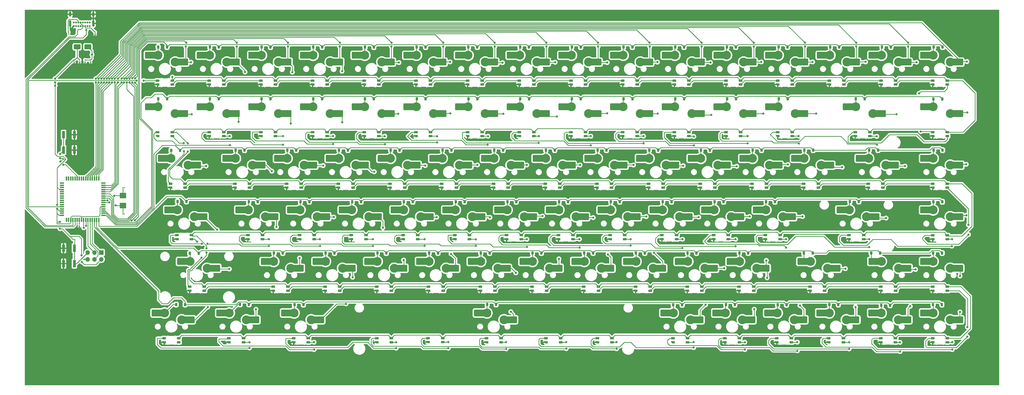
<source format=gtl>
G04 #@! TF.GenerationSoftware,KiCad,Pcbnew,7.0.5*
G04 #@! TF.CreationDate,2023-07-06T17:45:39-04:00*
G04 #@! TF.ProjectId,keyboard,6b657962-6f61-4726-942e-6b696361645f,rev?*
G04 #@! TF.SameCoordinates,Original*
G04 #@! TF.FileFunction,Copper,L1,Top*
G04 #@! TF.FilePolarity,Positive*
%FSLAX46Y46*%
G04 Gerber Fmt 4.6, Leading zero omitted, Abs format (unit mm)*
G04 Created by KiCad (PCBNEW 7.0.5) date 2023-07-06 17:45:39*
%MOMM*%
%LPD*%
G01*
G04 APERTURE LIST*
G04 Aperture macros list*
%AMRoundRect*
0 Rectangle with rounded corners*
0 $1 Rounding radius*
0 $2 $3 $4 $5 $6 $7 $8 $9 X,Y pos of 4 corners*
0 Add a 4 corners polygon primitive as box body*
4,1,4,$2,$3,$4,$5,$6,$7,$8,$9,$2,$3,0*
0 Add four circle primitives for the rounded corners*
1,1,$1+$1,$2,$3*
1,1,$1+$1,$4,$5*
1,1,$1+$1,$6,$7*
1,1,$1+$1,$8,$9*
0 Add four rect primitives between the rounded corners*
20,1,$1+$1,$2,$3,$4,$5,0*
20,1,$1+$1,$4,$5,$6,$7,0*
20,1,$1+$1,$6,$7,$8,$9,0*
20,1,$1+$1,$8,$9,$2,$3,0*%
%AMFreePoly0*
4,1,18,-0.410000,0.265000,0.000000,0.675000,0.328000,0.675000,0.359380,0.668758,0.385983,0.650983,0.403758,0.624380,0.410000,0.593000,0.410000,-0.593000,0.403758,-0.624380,0.385983,-0.650983,0.359380,-0.668758,0.328000,-0.675000,-0.328000,-0.675000,-0.359380,-0.668758,-0.385983,-0.650983,-0.403758,-0.624380,-0.410000,-0.593000,-0.410000,0.265000,-0.410000,0.265000,$1*%
G04 Aperture macros list end*
G04 #@! TA.AperFunction,SMDPad,CuDef*
%ADD10RoundRect,0.082000X0.593000X-0.328000X0.593000X0.328000X-0.593000X0.328000X-0.593000X-0.328000X0*%
G04 #@! TD*
G04 #@! TA.AperFunction,SMDPad,CuDef*
%ADD11FreePoly0,90.000000*%
G04 #@! TD*
G04 #@! TA.AperFunction,ComponentPad*
%ADD12C,3.300000*%
G04 #@! TD*
G04 #@! TA.AperFunction,SMDPad,CuDef*
%ADD13R,1.650000X2.500000*%
G04 #@! TD*
G04 #@! TA.AperFunction,SMDPad,CuDef*
%ADD14RoundRect,0.250000X-1.025000X-1.000000X1.025000X-1.000000X1.025000X1.000000X-1.025000X1.000000X0*%
G04 #@! TD*
G04 #@! TA.AperFunction,SMDPad,CuDef*
%ADD15R,2.400000X2.000000*%
G04 #@! TD*
G04 #@! TA.AperFunction,SMDPad,CuDef*
%ADD16R,0.550000X1.500000*%
G04 #@! TD*
G04 #@! TA.AperFunction,SMDPad,CuDef*
%ADD17R,1.500000X0.550000*%
G04 #@! TD*
G04 #@! TA.AperFunction,SMDPad,CuDef*
%ADD18R,1.000000X2.750000*%
G04 #@! TD*
G04 #@! TA.AperFunction,SMDPad,CuDef*
%ADD19RoundRect,0.100000X-0.130000X-0.100000X0.130000X-0.100000X0.130000X0.100000X-0.130000X0.100000X0*%
G04 #@! TD*
G04 #@! TA.AperFunction,SMDPad,CuDef*
%ADD20RoundRect,0.100000X0.130000X0.100000X-0.130000X0.100000X-0.130000X-0.100000X0.130000X-0.100000X0*%
G04 #@! TD*
G04 #@! TA.AperFunction,SMDPad,CuDef*
%ADD21RoundRect,0.100000X0.100000X-0.130000X0.100000X0.130000X-0.100000X0.130000X-0.100000X-0.130000X0*%
G04 #@! TD*
G04 #@! TA.AperFunction,SMDPad,CuDef*
%ADD22RoundRect,0.100000X-0.100000X0.130000X-0.100000X-0.130000X0.100000X-0.130000X0.100000X0.130000X0*%
G04 #@! TD*
G04 #@! TA.AperFunction,ComponentPad*
%ADD23C,0.700000*%
G04 #@! TD*
G04 #@! TA.AperFunction,ComponentPad*
%ADD24O,0.900000X1.700000*%
G04 #@! TD*
G04 #@! TA.AperFunction,ComponentPad*
%ADD25O,0.900000X2.400000*%
G04 #@! TD*
G04 #@! TA.AperFunction,SMDPad,CuDef*
%ADD26RoundRect,0.225000X0.225000X0.375000X-0.225000X0.375000X-0.225000X-0.375000X0.225000X-0.375000X0*%
G04 #@! TD*
G04 #@! TA.AperFunction,SMDPad,CuDef*
%ADD27RoundRect,0.250000X-1.000000X-0.650000X1.000000X-0.650000X1.000000X0.650000X-1.000000X0.650000X0*%
G04 #@! TD*
G04 #@! TA.AperFunction,ComponentPad*
%ADD28R,1.700000X1.700000*%
G04 #@! TD*
G04 #@! TA.AperFunction,ComponentPad*
%ADD29O,1.700000X1.700000*%
G04 #@! TD*
G04 #@! TA.AperFunction,SMDPad,CuDef*
%ADD30RoundRect,0.075000X-0.125000X-0.075000X0.125000X-0.075000X0.125000X0.075000X-0.125000X0.075000X0*%
G04 #@! TD*
G04 #@! TA.AperFunction,ViaPad*
%ADD31C,0.800000*%
G04 #@! TD*
G04 #@! TA.AperFunction,Conductor*
%ADD32C,0.250000*%
G04 #@! TD*
G04 APERTURE END LIST*
D10*
X331573036Y-262215000D03*
X331573036Y-263715000D03*
X326123036Y-262215000D03*
D11*
X326123036Y-263715000D03*
D10*
X312498036Y-262220000D03*
X312498036Y-263720000D03*
X307048036Y-262220000D03*
D11*
X307048036Y-263720000D03*
D10*
X268648036Y-262195000D03*
X268648036Y-263695000D03*
X263198036Y-262195000D03*
D11*
X263198036Y-263695000D03*
D10*
X249573036Y-262220000D03*
X249573036Y-263720000D03*
X244123036Y-262220000D03*
D11*
X244123036Y-263720000D03*
D12*
X195636230Y-255355000D03*
D13*
X197461230Y-255355000D03*
D14*
X199186230Y-255355000D03*
X185736230Y-252815000D03*
D13*
X187486230Y-252815000D03*
D12*
X189286230Y-252815000D03*
X171548036Y-255355000D03*
D13*
X173373036Y-255355000D03*
D14*
X175098036Y-255355000D03*
X161648036Y-252815000D03*
D13*
X163398036Y-252815000D03*
D12*
X165198036Y-252815000D03*
X219724424Y-255355000D03*
D13*
X221549424Y-255355000D03*
D14*
X223274424Y-255355000D03*
X209824424Y-252815000D03*
D13*
X211574424Y-252815000D03*
D12*
X213374424Y-252815000D03*
X173908036Y-197750000D03*
D13*
X175733036Y-197750000D03*
D14*
X177458036Y-197750000D03*
X164008036Y-195210000D03*
D13*
X165758036Y-195210000D03*
D12*
X167558036Y-195210000D03*
X411743036Y-236165000D03*
D13*
X413568036Y-236165000D03*
D14*
X415293036Y-236165000D03*
X401843036Y-233625000D03*
D13*
X403593036Y-233625000D03*
D12*
X405393036Y-233625000D03*
X433416068Y-197750000D03*
D13*
X435241068Y-197750000D03*
D14*
X436966068Y-197750000D03*
X423516068Y-195210000D03*
D13*
X425266068Y-195210000D03*
D12*
X427066068Y-195210000D03*
X176298036Y-216955000D03*
D13*
X178123036Y-216955000D03*
D14*
X179848036Y-216955000D03*
X166398036Y-214415000D03*
D13*
X168148036Y-214415000D03*
D12*
X169948036Y-214415000D03*
D15*
X149727856Y-209065000D03*
X149727856Y-212765000D03*
D16*
X128702856Y-218115000D03*
X129502856Y-218115000D03*
X130302856Y-218115000D03*
X131102856Y-218115000D03*
X131902856Y-218115000D03*
X132702856Y-218115000D03*
X133502856Y-218115000D03*
X134302856Y-218115000D03*
X135102856Y-218115000D03*
X135902856Y-218115000D03*
X136702856Y-218115000D03*
X137502856Y-218115000D03*
X138302856Y-218115000D03*
X139102856Y-218115000D03*
X139902856Y-218115000D03*
X140702856Y-218115000D03*
D17*
X142402856Y-216415000D03*
X142402856Y-215615000D03*
X142402856Y-214815000D03*
X142402856Y-214015000D03*
X142402856Y-213215000D03*
X142402856Y-212415000D03*
X142402856Y-211615000D03*
X142402856Y-210815000D03*
X142402856Y-210015000D03*
X142402856Y-209215000D03*
X142402856Y-208415000D03*
X142402856Y-207615000D03*
X142402856Y-206815000D03*
X142402856Y-206015000D03*
X142402856Y-205215000D03*
X142402856Y-204415000D03*
D16*
X140702856Y-202715000D03*
X139902856Y-202715000D03*
X139102856Y-202715000D03*
X138302856Y-202715000D03*
X137502856Y-202715000D03*
X136702856Y-202715000D03*
X135902856Y-202715000D03*
X135102856Y-202715000D03*
X134302856Y-202715000D03*
X133502856Y-202715000D03*
X132702856Y-202715000D03*
X131902856Y-202715000D03*
X131102856Y-202715000D03*
X130302856Y-202715000D03*
X129502856Y-202715000D03*
X128702856Y-202715000D03*
D17*
X127002856Y-204415000D03*
X127002856Y-205215000D03*
X127002856Y-206015000D03*
X127002856Y-206815000D03*
X127002856Y-207615000D03*
X127002856Y-208415000D03*
X127002856Y-209215000D03*
X127002856Y-210015000D03*
X127002856Y-210815000D03*
X127002856Y-211615000D03*
X127002856Y-212415000D03*
X127002856Y-213215000D03*
X127002856Y-214015000D03*
X127002856Y-214815000D03*
X127002856Y-215615000D03*
X127002856Y-216415000D03*
D18*
X127652856Y-186365000D03*
X127652856Y-192115000D03*
X131652856Y-186365000D03*
X131652856Y-192115000D03*
X127652856Y-228665000D03*
X127652856Y-234415000D03*
X131652856Y-228665000D03*
X131652856Y-234415000D03*
D19*
X127682856Y-195490000D03*
X128322856Y-195490000D03*
D20*
X131792856Y-225390000D03*
X131152856Y-225390000D03*
D21*
X132814286Y-148812500D03*
X132814286Y-148172500D03*
X136089286Y-148812500D03*
X136089286Y-148172500D03*
D22*
X129539286Y-148172500D03*
X129539286Y-148812500D03*
X139364286Y-148172500D03*
X139364286Y-148812500D03*
D12*
X212158036Y-236175000D03*
D13*
X213983036Y-236175000D03*
D14*
X215708036Y-236175000D03*
X202258036Y-233635000D03*
D13*
X204008036Y-233635000D03*
D12*
X205808036Y-233635000D03*
X294047320Y-197750000D03*
D13*
X295872320Y-197750000D03*
D14*
X297597320Y-197750000D03*
X284147320Y-195210000D03*
D13*
X285897320Y-195210000D03*
D12*
X287697320Y-195210000D03*
X231406161Y-236165000D03*
D13*
X233231161Y-236165000D03*
D14*
X234956161Y-236165000D03*
X221506161Y-233625000D03*
D13*
X223256161Y-233625000D03*
D12*
X225056161Y-233625000D03*
X217129464Y-197750000D03*
D13*
X218954464Y-197750000D03*
D14*
X220679464Y-197750000D03*
X207229464Y-195210000D03*
D13*
X208979464Y-195210000D03*
D12*
X210779464Y-195210000D03*
X269902411Y-236165000D03*
D13*
X271727411Y-236165000D03*
D14*
X273452411Y-236165000D03*
X260002411Y-233625000D03*
D13*
X261752411Y-233625000D03*
D12*
X263552411Y-233625000D03*
X438134911Y-236165000D03*
D13*
X439959911Y-236165000D03*
D14*
X441684911Y-236165000D03*
X428234911Y-233625000D03*
D13*
X429984911Y-233625000D03*
D12*
X431784911Y-233625000D03*
X313276784Y-197750000D03*
D13*
X315101784Y-197750000D03*
D14*
X316826784Y-197750000D03*
X303376784Y-195210000D03*
D13*
X305126784Y-195210000D03*
D12*
X306926784Y-195210000D03*
X169133036Y-178531250D03*
D13*
X170958036Y-178531250D03*
D14*
X172683036Y-178531250D03*
X159233036Y-175991250D03*
D13*
X160983036Y-175991250D03*
D12*
X162783036Y-175991250D03*
X274817856Y-197750000D03*
D13*
X276642856Y-197750000D03*
D14*
X278367856Y-197750000D03*
X264917856Y-195210000D03*
D13*
X266667856Y-195210000D03*
D12*
X268467856Y-195210000D03*
X291437618Y-255355000D03*
D13*
X293262618Y-255355000D03*
D14*
X294987618Y-255355000D03*
X281537618Y-252815000D03*
D13*
X283287618Y-252815000D03*
D12*
X285087618Y-252815000D03*
X438195536Y-159312500D03*
D13*
X440020536Y-159312500D03*
D14*
X441745536Y-159312500D03*
X428295536Y-156772500D03*
D13*
X430045536Y-156772500D03*
D12*
X431845536Y-156772500D03*
X221942922Y-216955000D03*
D13*
X223767922Y-216955000D03*
D14*
X225492922Y-216955000D03*
X212042922Y-214415000D03*
D13*
X213792922Y-214415000D03*
D12*
X215592922Y-214415000D03*
X409424104Y-197750000D03*
D13*
X411249104Y-197750000D03*
D14*
X412974104Y-197750000D03*
X399524104Y-195210000D03*
D13*
X401274104Y-195210000D03*
D12*
X403074104Y-195210000D03*
X399420950Y-255355000D03*
D13*
X401245950Y-255355000D03*
D14*
X402970950Y-255355000D03*
X389520950Y-252815000D03*
D13*
X391270950Y-252815000D03*
D12*
X393070950Y-252815000D03*
X360769562Y-255355000D03*
D13*
X362594562Y-255355000D03*
D14*
X364319562Y-255355000D03*
X350869562Y-252815000D03*
D13*
X352619562Y-252815000D03*
D12*
X354419562Y-252815000D03*
X255588392Y-197750000D03*
D13*
X257413392Y-197750000D03*
D14*
X259138392Y-197750000D03*
X245688392Y-195210000D03*
D13*
X247438392Y-195210000D03*
D12*
X249238392Y-195210000D03*
X395198036Y-216955000D03*
D13*
X397023036Y-216955000D03*
D14*
X398748036Y-216955000D03*
X385298036Y-214415000D03*
D13*
X387048036Y-214415000D03*
D12*
X388848036Y-214415000D03*
X385391161Y-236165000D03*
D13*
X387216161Y-236165000D03*
D14*
X388941161Y-236165000D03*
X375491161Y-233625000D03*
D13*
X377241161Y-233625000D03*
D12*
X379041161Y-233625000D03*
X197900000Y-197750000D03*
D13*
X199725000Y-197750000D03*
D14*
X201450000Y-197750000D03*
X188000000Y-195210000D03*
D13*
X189750000Y-195210000D03*
D12*
X191550000Y-195210000D03*
X418976786Y-159312500D03*
D13*
X420801786Y-159312500D03*
D14*
X422526786Y-159312500D03*
X409076786Y-156772500D03*
D13*
X410826786Y-156772500D03*
D12*
X412626786Y-156772500D03*
X399758036Y-178531250D03*
D13*
X401583036Y-178531250D03*
D14*
X403308036Y-178531250D03*
X389858036Y-175991250D03*
D13*
X391608036Y-175991250D03*
D12*
X393408036Y-175991250D03*
X457408036Y-197750000D03*
D13*
X459233036Y-197750000D03*
D14*
X460958036Y-197750000D03*
X447508036Y-195210000D03*
D13*
X449258036Y-195210000D03*
D12*
X451058036Y-195210000D03*
X457398036Y-216965000D03*
D13*
X459223036Y-216965000D03*
D14*
X460948036Y-216965000D03*
X447498036Y-214425000D03*
D13*
X449248036Y-214425000D03*
D12*
X451048036Y-214425000D03*
X370965176Y-197750000D03*
D13*
X372790176Y-197750000D03*
D14*
X374515176Y-197750000D03*
X361065176Y-195210000D03*
D13*
X362815176Y-195210000D03*
D12*
X364615176Y-195210000D03*
X351735712Y-197750000D03*
D13*
X353560712Y-197750000D03*
D14*
X355285712Y-197750000D03*
X341835712Y-195210000D03*
D13*
X343585712Y-195210000D03*
D12*
X345385712Y-195210000D03*
X308398661Y-236165000D03*
D13*
X310223661Y-236165000D03*
D14*
X311948661Y-236165000D03*
X298498661Y-233625000D03*
D13*
X300248661Y-233625000D03*
D12*
X302048661Y-233625000D03*
X380539286Y-178531250D03*
D13*
X382364286Y-178531250D03*
D14*
X384089286Y-178531250D03*
X370639286Y-175991250D03*
D13*
X372389286Y-175991250D03*
D12*
X374189286Y-175991250D03*
X327646786Y-236165000D03*
D13*
X329471786Y-236165000D03*
D14*
X331196786Y-236165000D03*
X317746786Y-233625000D03*
D13*
X319496786Y-233625000D03*
D12*
X321296786Y-233625000D03*
X346894911Y-236165000D03*
D13*
X348719911Y-236165000D03*
D14*
X350444911Y-236165000D03*
X336994911Y-233625000D03*
D13*
X338744911Y-233625000D03*
D12*
X340544911Y-233625000D03*
X181064286Y-236160000D03*
D13*
X182889286Y-236160000D03*
D14*
X184614286Y-236160000D03*
X171164286Y-233620000D03*
D13*
X172914286Y-233620000D03*
D12*
X174714286Y-233620000D03*
X418746644Y-255355000D03*
D13*
X420571644Y-255355000D03*
D14*
X422296644Y-255355000D03*
X408846644Y-252815000D03*
D13*
X410596644Y-252815000D03*
D12*
X412396644Y-252815000D03*
X390194640Y-197750000D03*
D13*
X392019640Y-197750000D03*
D14*
X393744640Y-197750000D03*
X380294640Y-195210000D03*
D13*
X382044640Y-195210000D03*
D12*
X383844640Y-195210000D03*
X337446330Y-216955000D03*
D13*
X339271330Y-216955000D03*
D14*
X340996330Y-216955000D03*
X327546330Y-214415000D03*
D13*
X329296330Y-214415000D03*
D12*
X331096330Y-214415000D03*
X318195762Y-216955000D03*
D13*
X320020762Y-216955000D03*
D14*
X321745762Y-216955000D03*
X308295762Y-214415000D03*
D13*
X310045762Y-214415000D03*
D12*
X311845762Y-214415000D03*
X332506248Y-197750000D03*
D13*
X334331248Y-197750000D03*
D14*
X336056248Y-197750000D03*
X322606248Y-195210000D03*
D13*
X324356248Y-195210000D03*
D12*
X326156248Y-195210000D03*
X457398036Y-178530000D03*
D13*
X459223036Y-178530000D03*
D14*
X460948036Y-178530000D03*
X447498036Y-175990000D03*
D13*
X449248036Y-175990000D03*
D12*
X451048036Y-175990000D03*
X298945194Y-216955000D03*
D13*
X300770194Y-216955000D03*
D14*
X302495194Y-216955000D03*
X289045194Y-214415000D03*
D13*
X290795194Y-214415000D03*
D12*
X292595194Y-214415000D03*
X366143036Y-236165000D03*
D13*
X367968036Y-236165000D03*
D14*
X369693036Y-236165000D03*
X356243036Y-233625000D03*
D13*
X357993036Y-233625000D03*
D12*
X359793036Y-233625000D03*
X279694626Y-216955000D03*
D13*
X281519626Y-216955000D03*
D14*
X283244626Y-216955000D03*
X269794626Y-214415000D03*
D13*
X271544626Y-214415000D03*
D12*
X273344626Y-214415000D03*
X380095256Y-255355000D03*
D13*
X381920256Y-255355000D03*
D14*
X383645256Y-255355000D03*
X370195256Y-252815000D03*
D13*
X371945256Y-252815000D03*
D12*
X373745256Y-252815000D03*
X399758036Y-159312500D03*
D13*
X401583036Y-159312500D03*
D14*
X403308036Y-159312500D03*
X389858036Y-156772500D03*
D13*
X391608036Y-156772500D03*
D12*
X393408036Y-156772500D03*
X380539286Y-159312500D03*
D13*
X382364286Y-159312500D03*
D14*
X384089286Y-159312500D03*
X370639286Y-156772500D03*
D13*
X372389286Y-156772500D03*
D12*
X374189286Y-156772500D03*
X361320536Y-159312500D03*
D13*
X363145536Y-159312500D03*
D14*
X364870536Y-159312500D03*
X351420536Y-156772500D03*
D13*
X353170536Y-156772500D03*
D12*
X354970536Y-156772500D03*
X342101786Y-159312500D03*
D13*
X343926786Y-159312500D03*
D14*
X345651786Y-159312500D03*
X332201786Y-156772500D03*
D13*
X333951786Y-156772500D03*
D12*
X335751786Y-156772500D03*
X322883036Y-159312500D03*
D13*
X324708036Y-159312500D03*
D14*
X326433036Y-159312500D03*
X312983036Y-156772500D03*
D13*
X314733036Y-156772500D03*
D12*
X316533036Y-156772500D03*
X303664286Y-159312500D03*
D13*
X305489286Y-159312500D03*
D14*
X307214286Y-159312500D03*
X293764286Y-156772500D03*
D13*
X295514286Y-156772500D03*
D12*
X297314286Y-156772500D03*
X284445536Y-159312500D03*
D13*
X286270536Y-159312500D03*
D14*
X287995536Y-159312500D03*
X274545536Y-156772500D03*
D13*
X276295536Y-156772500D03*
D12*
X278095536Y-156772500D03*
X265226786Y-159312500D03*
D13*
X267051786Y-159312500D03*
D14*
X268776786Y-159312500D03*
X255326786Y-156772500D03*
D13*
X257076786Y-156772500D03*
D12*
X258876786Y-156772500D03*
X246008036Y-159312500D03*
D13*
X247833036Y-159312500D03*
D14*
X249558036Y-159312500D03*
X236108036Y-156772500D03*
D13*
X237858036Y-156772500D03*
D12*
X239658036Y-156772500D03*
X226789286Y-159312500D03*
D13*
X228614286Y-159312500D03*
D14*
X230339286Y-159312500D03*
X216889286Y-156772500D03*
D13*
X218639286Y-156772500D03*
D12*
X220439286Y-156772500D03*
X207570536Y-159312500D03*
D13*
X209395536Y-159312500D03*
D14*
X211120536Y-159312500D03*
X197670536Y-156772500D03*
D13*
X199420536Y-156772500D03*
D12*
X201220536Y-156772500D03*
X188351786Y-159312500D03*
D13*
X190176786Y-159312500D03*
D14*
X191901786Y-159312500D03*
X178451786Y-156772500D03*
D13*
X180201786Y-156772500D03*
D12*
X182001786Y-156772500D03*
X260444058Y-216955000D03*
D13*
X262269058Y-216955000D03*
D14*
X263994058Y-216955000D03*
X250544058Y-214415000D03*
D13*
X252294058Y-214415000D03*
D12*
X254094058Y-214415000D03*
X169133036Y-159312500D03*
D13*
X170958036Y-159312500D03*
D14*
X172683036Y-159312500D03*
X159233036Y-156772500D03*
D13*
X160983036Y-156772500D03*
D12*
X162783036Y-156772500D03*
X426276786Y-216960000D03*
D13*
X428101786Y-216960000D03*
D14*
X429826786Y-216960000D03*
X416376786Y-214420000D03*
D13*
X418126786Y-214420000D03*
D12*
X419926786Y-214420000D03*
X457383036Y-236165000D03*
D13*
X459208036Y-236165000D03*
D14*
X460933036Y-236165000D03*
X447483036Y-233625000D03*
D13*
X449233036Y-233625000D03*
D12*
X451033036Y-233625000D03*
X236358928Y-197750000D03*
D13*
X238183928Y-197750000D03*
D14*
X239908928Y-197750000D03*
X226458928Y-195210000D03*
D13*
X228208928Y-195210000D03*
D12*
X230008928Y-195210000D03*
X457414286Y-159312500D03*
D13*
X459239286Y-159312500D03*
D14*
X460964286Y-159312500D03*
X447514286Y-156772500D03*
D13*
X449264286Y-156772500D03*
D12*
X451064286Y-156772500D03*
X241193490Y-216955000D03*
D13*
X243018490Y-216955000D03*
D14*
X244743490Y-216955000D03*
X231293490Y-214415000D03*
D13*
X233043490Y-214415000D03*
D12*
X234843490Y-214415000D03*
X375947466Y-216955000D03*
D13*
X377772466Y-216955000D03*
D14*
X379497466Y-216955000D03*
X366047466Y-214415000D03*
D13*
X367797466Y-214415000D03*
D12*
X369597466Y-214415000D03*
X250654286Y-236165000D03*
D13*
X252479286Y-236165000D03*
D14*
X254204286Y-236165000D03*
X240754286Y-233625000D03*
D13*
X242504286Y-233625000D03*
D12*
X244304286Y-233625000D03*
X428583036Y-178525000D03*
D13*
X430408036Y-178525000D03*
D14*
X432133036Y-178525000D03*
X418683036Y-175985000D03*
D13*
X420433036Y-175985000D03*
D12*
X422233036Y-175985000D03*
X289150536Y-236165000D03*
D13*
X290975536Y-236165000D03*
D14*
X292700536Y-236165000D03*
X279250536Y-233625000D03*
D13*
X281000536Y-233625000D03*
D12*
X282800536Y-233625000D03*
X202692354Y-216955000D03*
D13*
X204517354Y-216955000D03*
D14*
X206242354Y-216955000D03*
X192792354Y-214415000D03*
D13*
X194542354Y-214415000D03*
D12*
X196342354Y-214415000D03*
X342101786Y-178531250D03*
D13*
X343926786Y-178531250D03*
D14*
X345651786Y-178531250D03*
X332201786Y-175991250D03*
D13*
X333951786Y-175991250D03*
D12*
X335751786Y-175991250D03*
X322883036Y-178531250D03*
D13*
X324708036Y-178531250D03*
D14*
X326433036Y-178531250D03*
X312983036Y-175991250D03*
D13*
X314733036Y-175991250D03*
D12*
X316533036Y-175991250D03*
X303664286Y-178531250D03*
D13*
X305489286Y-178531250D03*
D14*
X307214286Y-178531250D03*
X293764286Y-175991250D03*
D13*
X295514286Y-175991250D03*
D12*
X297314286Y-175991250D03*
X284445536Y-178531250D03*
D13*
X286270536Y-178531250D03*
D14*
X287995536Y-178531250D03*
X274545536Y-175991250D03*
D13*
X276295536Y-175991250D03*
D12*
X278095536Y-175991250D03*
X265226786Y-178531250D03*
D13*
X267051786Y-178531250D03*
D14*
X268776786Y-178531250D03*
X255326786Y-175991250D03*
D13*
X257076786Y-175991250D03*
D12*
X258876786Y-175991250D03*
X246008036Y-178531250D03*
D13*
X247833036Y-178531250D03*
D14*
X249558036Y-178531250D03*
X236108036Y-175991250D03*
D13*
X237858036Y-175991250D03*
D12*
X239658036Y-175991250D03*
X226789286Y-178531250D03*
D13*
X228614286Y-178531250D03*
D14*
X230339286Y-178531250D03*
X216889286Y-175991250D03*
D13*
X218639286Y-175991250D03*
D12*
X220439286Y-175991250D03*
X207570536Y-178531250D03*
D13*
X209395536Y-178531250D03*
D14*
X211120536Y-178531250D03*
X197670536Y-175991250D03*
D13*
X199420536Y-175991250D03*
D12*
X201220536Y-175991250D03*
X188351786Y-178531250D03*
D13*
X190176786Y-178531250D03*
D14*
X191901786Y-178531250D03*
X178451786Y-175991250D03*
D13*
X180201786Y-175991250D03*
D12*
X182001786Y-175991250D03*
X361320536Y-178531250D03*
D13*
X363145536Y-178531250D03*
D14*
X364870536Y-178531250D03*
X351420536Y-175991250D03*
D13*
X353170536Y-175991250D03*
D12*
X354970536Y-175991250D03*
X356696898Y-216955000D03*
D13*
X358521898Y-216955000D03*
D14*
X360246898Y-216955000D03*
X346796898Y-214415000D03*
D13*
X348546898Y-214415000D03*
D12*
X350346898Y-214415000D03*
X438072338Y-255355000D03*
D13*
X439897338Y-255355000D03*
D14*
X441622338Y-255355000D03*
X428172338Y-252815000D03*
D13*
X429922338Y-252815000D03*
D12*
X431722338Y-252815000D03*
X457398036Y-255355000D03*
D13*
X459223036Y-255355000D03*
D14*
X460948036Y-255355000D03*
X447498036Y-252815000D03*
D13*
X449248036Y-252815000D03*
D12*
X451048036Y-252815000D03*
D10*
X211073036Y-243045000D03*
X211073036Y-244545000D03*
X205623036Y-243045000D03*
D11*
X205623036Y-244545000D03*
D10*
X292962563Y-204620000D03*
X292962563Y-206120000D03*
X287512563Y-204620000D03*
D11*
X287512563Y-206120000D03*
D10*
X230321161Y-243035000D03*
X230321161Y-244535000D03*
X224871161Y-243035000D03*
D11*
X224871161Y-244535000D03*
D10*
X194551230Y-262225000D03*
X194551230Y-263725000D03*
X189101230Y-262225000D03*
D11*
X189101230Y-263725000D03*
D10*
X216044383Y-204620000D03*
X216044383Y-206120000D03*
X210594383Y-204620000D03*
D11*
X210594383Y-206120000D03*
D10*
X268817411Y-243035000D03*
X268817411Y-244535000D03*
X263367411Y-243035000D03*
D11*
X263367411Y-244535000D03*
D10*
X437049911Y-243035000D03*
X437049911Y-244535000D03*
X431599911Y-243035000D03*
D11*
X431599911Y-244535000D03*
D10*
X312192108Y-204620000D03*
X312192108Y-206120000D03*
X306742108Y-204620000D03*
D11*
X306742108Y-206120000D03*
D10*
X168048036Y-185401250D03*
X168048036Y-186901250D03*
X162598036Y-185401250D03*
D11*
X162598036Y-186901250D03*
D10*
X172823036Y-204620000D03*
X172823036Y-206120000D03*
X167373036Y-204620000D03*
D11*
X167373036Y-206120000D03*
D10*
X273733018Y-204620000D03*
X273733018Y-206120000D03*
X268283018Y-204620000D03*
D11*
X268283018Y-206120000D03*
D10*
X290352618Y-262225000D03*
X290352618Y-263725000D03*
X284902618Y-262225000D03*
D11*
X284902618Y-263725000D03*
D10*
X437110536Y-166182500D03*
X437110536Y-167682500D03*
X431660536Y-166182500D03*
D11*
X431660536Y-167682500D03*
D10*
X220857922Y-223825000D03*
X220857922Y-225325000D03*
X215407922Y-223825000D03*
D11*
X215407922Y-225325000D03*
D10*
X410658036Y-243035000D03*
X410658036Y-244535000D03*
X405208036Y-243035000D03*
D11*
X405208036Y-244535000D03*
D10*
X456313036Y-262225000D03*
X456313036Y-263725000D03*
X450863036Y-262225000D03*
D11*
X450863036Y-263725000D03*
D10*
X408339838Y-204620000D03*
X408339838Y-206120000D03*
X402889838Y-204620000D03*
D11*
X402889838Y-206120000D03*
D10*
X398335950Y-262225000D03*
X398335950Y-263725000D03*
X392885950Y-262225000D03*
D11*
X392885950Y-263725000D03*
D10*
X359684562Y-262225000D03*
X359684562Y-263725000D03*
X354234562Y-262225000D03*
D11*
X354234562Y-263725000D03*
D10*
X254503473Y-204620000D03*
X254503473Y-206120000D03*
X249053473Y-204620000D03*
D11*
X249053473Y-206120000D03*
D10*
X394113036Y-223825000D03*
X394113036Y-225325000D03*
X388663036Y-223825000D03*
D11*
X388663036Y-225325000D03*
D10*
X384306161Y-243035000D03*
X384306161Y-244535000D03*
X378856161Y-243035000D03*
D11*
X378856161Y-244535000D03*
D10*
X196814838Y-204620000D03*
X196814838Y-206120000D03*
X191364838Y-204620000D03*
D11*
X191364838Y-206120000D03*
D10*
X417891786Y-166182500D03*
X417891786Y-167682500D03*
X412441786Y-166182500D03*
D11*
X412441786Y-167682500D03*
D10*
X398648036Y-185401250D03*
X398648036Y-186901250D03*
X393198036Y-185401250D03*
D11*
X393198036Y-186901250D03*
D10*
X432331068Y-204620000D03*
X432331068Y-206120000D03*
X426881068Y-204620000D03*
D11*
X426881068Y-206120000D03*
D10*
X456323036Y-204620000D03*
X456323036Y-206120000D03*
X450873036Y-204620000D03*
D11*
X450873036Y-206120000D03*
D10*
X456313036Y-223835000D03*
X456313036Y-225335000D03*
X450863036Y-223835000D03*
D11*
X450863036Y-225335000D03*
D10*
X369880743Y-204620000D03*
X369880743Y-206120000D03*
X364430743Y-204620000D03*
D11*
X364430743Y-206120000D03*
D10*
X350651198Y-204620000D03*
X350651198Y-206120000D03*
X345201198Y-204620000D03*
D11*
X345201198Y-206120000D03*
D10*
X307313661Y-243035000D03*
X307313661Y-244535000D03*
X301863661Y-243035000D03*
D11*
X301863661Y-244535000D03*
D10*
X379431362Y-185401250D03*
X379431362Y-186901250D03*
X373981362Y-185401250D03*
D11*
X373981362Y-186901250D03*
D10*
X326561786Y-243035000D03*
X326561786Y-244535000D03*
X321111786Y-243035000D03*
D11*
X321111786Y-244535000D03*
D10*
X345809911Y-243035000D03*
X345809911Y-244535000D03*
X340359911Y-243035000D03*
D11*
X340359911Y-244535000D03*
D10*
X179979286Y-243030000D03*
X179979286Y-244530000D03*
X174529286Y-243030000D03*
D11*
X174529286Y-244530000D03*
D10*
X417661644Y-262225000D03*
X417661644Y-263725000D03*
X412211644Y-262225000D03*
D11*
X412211644Y-263725000D03*
D10*
X389110288Y-204620000D03*
X389110288Y-206120000D03*
X383660288Y-204620000D03*
D11*
X383660288Y-206120000D03*
D10*
X170463036Y-262225000D03*
X170463036Y-263725000D03*
X165013036Y-262225000D03*
D11*
X165013036Y-263725000D03*
D10*
X218639424Y-262225000D03*
X218639424Y-263725000D03*
X213189424Y-262225000D03*
D11*
X213189424Y-263725000D03*
D10*
X355611898Y-223825000D03*
X355611898Y-225325000D03*
X350161898Y-223825000D03*
D11*
X350161898Y-225325000D03*
D10*
X336361330Y-223825000D03*
X336361330Y-225325000D03*
X330911330Y-223825000D03*
D11*
X330911330Y-225325000D03*
D10*
X317110762Y-223825000D03*
X317110762Y-225325000D03*
X311660762Y-223825000D03*
D11*
X311660762Y-225325000D03*
D10*
X331421653Y-204620000D03*
X331421653Y-206120000D03*
X325971653Y-204620000D03*
D11*
X325971653Y-206120000D03*
D10*
X456313036Y-185400000D03*
X456313036Y-186900000D03*
X450863036Y-185400000D03*
D11*
X450863036Y-186900000D03*
D10*
X297860194Y-223825000D03*
X297860194Y-225325000D03*
X292410194Y-223825000D03*
D11*
X292410194Y-225325000D03*
D10*
X365058036Y-243035000D03*
X365058036Y-244535000D03*
X359608036Y-243035000D03*
D11*
X359608036Y-244535000D03*
D10*
X278609626Y-223825000D03*
X278609626Y-225325000D03*
X273159626Y-223825000D03*
D11*
X273159626Y-225325000D03*
D10*
X379010256Y-262225000D03*
X379010256Y-263725000D03*
X373560256Y-262225000D03*
D11*
X373560256Y-263725000D03*
D10*
X259359058Y-223825000D03*
X259359058Y-225325000D03*
X253909058Y-223825000D03*
D11*
X253909058Y-225325000D03*
D10*
X398673036Y-166182500D03*
X398673036Y-167682500D03*
X393223036Y-166182500D03*
D11*
X393223036Y-167682500D03*
D10*
X379454286Y-166182500D03*
X379454286Y-167682500D03*
X374004286Y-166182500D03*
D11*
X374004286Y-167682500D03*
D10*
X360235536Y-166182500D03*
X360235536Y-167682500D03*
X354785536Y-166182500D03*
D11*
X354785536Y-167682500D03*
D10*
X341016786Y-166182500D03*
X341016786Y-167682500D03*
X335566786Y-166182500D03*
D11*
X335566786Y-167682500D03*
D10*
X321798036Y-166182500D03*
X321798036Y-167682500D03*
X316348036Y-166182500D03*
D11*
X316348036Y-167682500D03*
D10*
X302579286Y-166182500D03*
X302579286Y-167682500D03*
X297129286Y-166182500D03*
D11*
X297129286Y-167682500D03*
D10*
X283360536Y-166182500D03*
X283360536Y-167682500D03*
X277910536Y-166182500D03*
D11*
X277910536Y-167682500D03*
D10*
X264141786Y-166182500D03*
X264141786Y-167682500D03*
X258691786Y-166182500D03*
D11*
X258691786Y-167682500D03*
D10*
X244923036Y-166182500D03*
X244923036Y-167682500D03*
X239473036Y-166182500D03*
D11*
X239473036Y-167682500D03*
D10*
X225704286Y-166182500D03*
X225704286Y-167682500D03*
X220254286Y-166182500D03*
D11*
X220254286Y-167682500D03*
D10*
X206485536Y-166182500D03*
X206485536Y-167682500D03*
X201035536Y-166182500D03*
D11*
X201035536Y-167682500D03*
D10*
X187266786Y-166182500D03*
X187266786Y-167682500D03*
X181816786Y-166182500D03*
D11*
X181816786Y-167682500D03*
D10*
X168048036Y-166182500D03*
X168048036Y-167682500D03*
X162598036Y-166182500D03*
D11*
X162598036Y-167682500D03*
D10*
X425191786Y-223830000D03*
X425191786Y-225330000D03*
X419741786Y-223830000D03*
D11*
X419741786Y-225330000D03*
D10*
X456298036Y-243035000D03*
X456298036Y-244535000D03*
X450848036Y-243035000D03*
D11*
X450848036Y-244535000D03*
D10*
X235273928Y-204620000D03*
X235273928Y-206120000D03*
X229823928Y-204620000D03*
D11*
X229823928Y-206120000D03*
D10*
X436987338Y-262225000D03*
X436987338Y-263725000D03*
X431537338Y-262225000D03*
D11*
X431537338Y-263725000D03*
D10*
X456329286Y-166182500D03*
X456329286Y-167682500D03*
X450879286Y-166182500D03*
D11*
X450879286Y-167682500D03*
D10*
X240108490Y-223825000D03*
X240108490Y-225325000D03*
X234658490Y-223825000D03*
D11*
X234658490Y-225325000D03*
D10*
X374862466Y-223825000D03*
X374862466Y-225325000D03*
X369412466Y-223825000D03*
D11*
X369412466Y-225325000D03*
D10*
X175213036Y-223825000D03*
X175213036Y-225325000D03*
X169763036Y-223825000D03*
D11*
X169763036Y-225325000D03*
D10*
X249569286Y-243035000D03*
X249569286Y-244535000D03*
X244119286Y-243035000D03*
D11*
X244119286Y-244535000D03*
D10*
X427498036Y-185395000D03*
X427498036Y-186895000D03*
X422048036Y-185395000D03*
D11*
X422048036Y-186895000D03*
D10*
X288065536Y-243035000D03*
X288065536Y-244535000D03*
X282615536Y-243035000D03*
D11*
X282615536Y-244535000D03*
D10*
X201607354Y-223825000D03*
X201607354Y-225325000D03*
X196157354Y-223825000D03*
D11*
X196157354Y-225325000D03*
D10*
X340998030Y-185401250D03*
X340998030Y-186901250D03*
X335548030Y-185401250D03*
D11*
X335548030Y-186901250D03*
D10*
X321781364Y-185401250D03*
X321781364Y-186901250D03*
X316331364Y-185401250D03*
D11*
X316331364Y-186901250D03*
D10*
X302564698Y-185401250D03*
X302564698Y-186901250D03*
X297114698Y-185401250D03*
D11*
X297114698Y-186901250D03*
D10*
X283348032Y-185401250D03*
X283348032Y-186901250D03*
X277898032Y-185401250D03*
D11*
X277898032Y-186901250D03*
D10*
X264131366Y-185401250D03*
X264131366Y-186901250D03*
X258681366Y-185401250D03*
D11*
X258681366Y-186901250D03*
D10*
X244914700Y-185401250D03*
X244914700Y-186901250D03*
X239464700Y-185401250D03*
D11*
X239464700Y-186901250D03*
D10*
X225698034Y-185401250D03*
X225698034Y-186901250D03*
X220248034Y-185401250D03*
D11*
X220248034Y-186901250D03*
D10*
X206481368Y-185401250D03*
X206481368Y-186901250D03*
X201031368Y-185401250D03*
D11*
X201031368Y-186901250D03*
D10*
X187264702Y-185401250D03*
X187264702Y-186901250D03*
X181814702Y-185401250D03*
D11*
X181814702Y-186901250D03*
D10*
X360214696Y-185401250D03*
X360214696Y-186901250D03*
X354764696Y-185401250D03*
D11*
X354764696Y-186901250D03*
D23*
X137364286Y-145862500D03*
X136514286Y-145862500D03*
X135664286Y-145862500D03*
X134814286Y-145862500D03*
X133964286Y-145862500D03*
X133114286Y-145862500D03*
X132264286Y-145862500D03*
X131414286Y-145862500D03*
X131414286Y-144512500D03*
X132264286Y-144512500D03*
X133114286Y-144512500D03*
X133964286Y-144512500D03*
X134814286Y-144512500D03*
X135664286Y-144512500D03*
X136514286Y-144512500D03*
X137364286Y-144512500D03*
D24*
X130064286Y-141502500D03*
X138714286Y-141502500D03*
D25*
X130064286Y-144882500D03*
X138714286Y-144882500D03*
D26*
X454277856Y-249665000D03*
X450977856Y-249665000D03*
X454377856Y-230490000D03*
X451077856Y-230490000D03*
X454452856Y-211365000D03*
X451152856Y-211365000D03*
X454541496Y-192140000D03*
X451241496Y-192140000D03*
X454452856Y-173040000D03*
X451152856Y-173040000D03*
X454546190Y-153715000D03*
X451246190Y-153715000D03*
X435027856Y-249940000D03*
X431727856Y-249940000D03*
X431277856Y-230440000D03*
X427977856Y-230440000D03*
X430516496Y-192115000D03*
X427216496Y-192115000D03*
X425577856Y-172965000D03*
X422277856Y-172965000D03*
X435317852Y-153715000D03*
X432017852Y-153715000D03*
X415752856Y-249665000D03*
X412452856Y-249665000D03*
X406252856Y-230515000D03*
X402952856Y-230515000D03*
X423377856Y-211290000D03*
X420077856Y-211290000D03*
X406441496Y-192140000D03*
X403141496Y-192140000D03*
X416089519Y-153715000D03*
X412789519Y-153715000D03*
X396502856Y-249740000D03*
X393202856Y-249740000D03*
X392202856Y-211365000D03*
X388902856Y-211365000D03*
X387214216Y-192140000D03*
X383914216Y-192140000D03*
X396927856Y-172965000D03*
X393627856Y-172965000D03*
X396861186Y-153715000D03*
X393561186Y-153715000D03*
X377277856Y-249715000D03*
X373977856Y-249715000D03*
X382252856Y-230490000D03*
X378952856Y-230490000D03*
X373102856Y-211365000D03*
X369802856Y-211365000D03*
X367986944Y-192140000D03*
X364686944Y-192140000D03*
X377692432Y-172965000D03*
X374392432Y-172965000D03*
X377632853Y-153715000D03*
X374332853Y-153715000D03*
X357677856Y-249790000D03*
X354377856Y-249790000D03*
X363022296Y-230490000D03*
X359722296Y-230490000D03*
X353722856Y-211365000D03*
X350422856Y-211365000D03*
X348759672Y-192140000D03*
X345459672Y-192140000D03*
X358457016Y-172965000D03*
X355157016Y-172965000D03*
X358404520Y-153715000D03*
X355104520Y-153715000D03*
X343791741Y-230490000D03*
X340491741Y-230490000D03*
X334482856Y-211365000D03*
X331182856Y-211365000D03*
X329532400Y-192140000D03*
X326232400Y-192140000D03*
X339221600Y-172965000D03*
X335921600Y-172965000D03*
X339176187Y-153715000D03*
X335876187Y-153715000D03*
X324561186Y-230490000D03*
X321261186Y-230490000D03*
X315242856Y-211365000D03*
X311942856Y-211365000D03*
X310305128Y-192140000D03*
X307005128Y-192140000D03*
X319986184Y-172965000D03*
X316686184Y-172965000D03*
X319947854Y-153715000D03*
X316647854Y-153715000D03*
X305330631Y-230490000D03*
X302030631Y-230490000D03*
X296002856Y-211365000D03*
X292702856Y-211365000D03*
X291077856Y-192140000D03*
X287777856Y-192140000D03*
X300750768Y-172965000D03*
X297450768Y-172965000D03*
X300719521Y-153715000D03*
X297419521Y-153715000D03*
X288477856Y-249640000D03*
X285177856Y-249640000D03*
X286100076Y-230490000D03*
X282800076Y-230490000D03*
X276762856Y-211365000D03*
X273462856Y-211365000D03*
X271850584Y-192140000D03*
X268550584Y-192140000D03*
X281515352Y-172965000D03*
X278215352Y-172965000D03*
X281491188Y-153715000D03*
X278191188Y-153715000D03*
X266869521Y-230490000D03*
X263569521Y-230490000D03*
X257522856Y-211365000D03*
X254222856Y-211365000D03*
X252623312Y-192140000D03*
X249323312Y-192140000D03*
X262279936Y-172965000D03*
X258979936Y-172965000D03*
X262262855Y-153715000D03*
X258962855Y-153715000D03*
X247638966Y-230490000D03*
X244338966Y-230490000D03*
X238282856Y-211365000D03*
X234982856Y-211365000D03*
X233396040Y-192140000D03*
X230096040Y-192140000D03*
X243044520Y-172965000D03*
X239744520Y-172965000D03*
X243034522Y-153715000D03*
X239734522Y-153715000D03*
X216827856Y-249690000D03*
X213527856Y-249690000D03*
X228408411Y-230490000D03*
X225108411Y-230490000D03*
X219042856Y-211365000D03*
X215742856Y-211365000D03*
X214168768Y-192140000D03*
X210868768Y-192140000D03*
X223809104Y-172965000D03*
X220509104Y-172965000D03*
X223806189Y-153715000D03*
X220506189Y-153715000D03*
X209177856Y-230490000D03*
X205877856Y-230490000D03*
X199802856Y-211365000D03*
X196502856Y-211365000D03*
X194941496Y-192140000D03*
X191641496Y-192140000D03*
X204573688Y-172965000D03*
X201273688Y-172965000D03*
X204577856Y-153715000D03*
X201277856Y-153715000D03*
X196577856Y-249590000D03*
X193277856Y-249590000D03*
X177877856Y-230565000D03*
X174577856Y-230565000D03*
X185338272Y-172965000D03*
X182038272Y-172965000D03*
X185349523Y-153715000D03*
X182049523Y-153715000D03*
X172827856Y-249665000D03*
X169527856Y-249665000D03*
X173302856Y-211265000D03*
X170002856Y-211265000D03*
X170941496Y-192190000D03*
X167641496Y-192190000D03*
X166102856Y-172965000D03*
X162802856Y-172965000D03*
X166121190Y-153715000D03*
X162821190Y-153715000D03*
D27*
X132664286Y-153612500D03*
X136664286Y-153612500D03*
D28*
X141652856Y-230265000D03*
D29*
X141652856Y-232805000D03*
X139112856Y-230265000D03*
X139112856Y-232805000D03*
X136572856Y-230265000D03*
X136572856Y-232805000D03*
D21*
X137689286Y-159157500D03*
X137689286Y-158517500D03*
D22*
X135639286Y-158517500D03*
X135639286Y-159157500D03*
X133589286Y-158517500D03*
X133589286Y-159157500D03*
X131539286Y-158517500D03*
X131539286Y-159157500D03*
X133502856Y-219650000D03*
X133502856Y-220290000D03*
D30*
X149727856Y-215915000D03*
X150227856Y-215915000D03*
X149752856Y-206115000D03*
X150252856Y-206115000D03*
D31*
X134314286Y-231337500D03*
X134389286Y-233762500D03*
X126439286Y-196387500D03*
X127564286Y-197562500D03*
X126364286Y-195212000D03*
X126314286Y-193562500D03*
X124489286Y-168037500D03*
X168064286Y-164862500D03*
X126264286Y-218887500D03*
X126264286Y-221412000D03*
X125214286Y-212490500D03*
X125239286Y-213939500D03*
X124489286Y-165438000D03*
X124489286Y-166887000D03*
X138189286Y-156487500D03*
X136114286Y-147312500D03*
X146988786Y-212687500D03*
X144639786Y-211612500D03*
X146483656Y-209107272D03*
X143964286Y-210812500D03*
X139665777Y-166887000D03*
X139667765Y-165438000D03*
X140665280Y-166887000D03*
X441739286Y-152065500D03*
X441745536Y-153514500D03*
X140667268Y-165438000D03*
X141664783Y-166887000D03*
X142664286Y-166887000D03*
X141666771Y-165438000D03*
X422464286Y-153514500D03*
X422464286Y-152065500D03*
X142666274Y-165438000D03*
X403339286Y-153514500D03*
X403339286Y-152065500D03*
X143665777Y-166887000D03*
X143665777Y-165438000D03*
X384339286Y-153514500D03*
X384339286Y-152065500D03*
X144665280Y-166887000D03*
X144665280Y-165438000D03*
X364914286Y-152065500D03*
X364914286Y-153514500D03*
X145664783Y-166887000D03*
X145664783Y-165438000D03*
X345589286Y-152065500D03*
X345639286Y-153514500D03*
X146664286Y-166887000D03*
X146664286Y-165438000D03*
X326439286Y-152065500D03*
X326414286Y-153514500D03*
X147864286Y-166887000D03*
X147864286Y-165438000D03*
X307189286Y-152065500D03*
X307189286Y-153514500D03*
X149182211Y-166887015D03*
X149199510Y-165438000D03*
X287989286Y-152065500D03*
X287989286Y-153514500D03*
X150181713Y-166886800D03*
X150199013Y-165438000D03*
X268814286Y-152065500D03*
X268814286Y-153514500D03*
X151181215Y-166887612D03*
X151198515Y-165437989D03*
X249589286Y-152065500D03*
X249564286Y-153514500D03*
X152180717Y-166887000D03*
X152198017Y-165438187D03*
X230364286Y-152065500D03*
X230314286Y-153514500D03*
X153180220Y-166887000D03*
X153179197Y-165247685D03*
X211089286Y-152065500D03*
X211064286Y-153514500D03*
X135961069Y-220313000D03*
X154173746Y-166993525D03*
X154168842Y-165385094D03*
X192014286Y-152065500D03*
X192014286Y-153514500D03*
X152932864Y-218363000D03*
X135139286Y-221037500D03*
X154102841Y-218326555D03*
X173264286Y-152065500D03*
X173064286Y-153514500D03*
X463614286Y-159087500D03*
X463714286Y-178037500D03*
X463339286Y-197412500D03*
X463414786Y-216387500D03*
X461014286Y-239037500D03*
X461014286Y-252437500D03*
X444864286Y-159337500D03*
X437439286Y-178712500D03*
X440564286Y-198087500D03*
X444489286Y-236587500D03*
X442514286Y-250312500D03*
X425914286Y-159212500D03*
X417214286Y-198487500D03*
X433539286Y-217437500D03*
X422189286Y-250587500D03*
X418414286Y-236287500D03*
X406189286Y-159237500D03*
X407489286Y-178462500D03*
X397014286Y-197487500D03*
X402464286Y-216862500D03*
X401514286Y-250062500D03*
X389289286Y-239712500D03*
X384489286Y-251412500D03*
X387114286Y-159237500D03*
X387889286Y-178512500D03*
X378014286Y-198137500D03*
X382764286Y-216862500D03*
X388989286Y-233237500D03*
X368214286Y-159437500D03*
X368464286Y-179037500D03*
X358064286Y-197937500D03*
X363864286Y-217062500D03*
X373289286Y-236112500D03*
X366414286Y-249737500D03*
X348489286Y-159312500D03*
X348564286Y-178487500D03*
X339614286Y-197662500D03*
X347214286Y-230412500D03*
X344339286Y-216887500D03*
X329814286Y-159462500D03*
X329789286Y-178437500D03*
X319714286Y-197662500D03*
X324614286Y-217262500D03*
X330089286Y-230962500D03*
X310464286Y-159337500D03*
X311064286Y-179612500D03*
X299914286Y-197662500D03*
X305764286Y-216687500D03*
X311864286Y-232637500D03*
X290889286Y-159537500D03*
X291164286Y-178612500D03*
X281539286Y-197637500D03*
X286239286Y-217187500D03*
X293989286Y-252362500D03*
X295864286Y-237862500D03*
X271364286Y-159212500D03*
X271489286Y-178437500D03*
X262139286Y-197862500D03*
X266389286Y-217112500D03*
X271739286Y-230812500D03*
X252364286Y-159462500D03*
X252089286Y-178537500D03*
X243189286Y-200162500D03*
X246389286Y-221012500D03*
X254114286Y-233087500D03*
X231214286Y-162687500D03*
X231289286Y-181712500D03*
X224189286Y-197862500D03*
X228114286Y-217037500D03*
X232689286Y-249439500D03*
X235114286Y-239512500D03*
X212714286Y-163087500D03*
X212089286Y-182187500D03*
X205089286Y-199962500D03*
X206814286Y-220762500D03*
X215414286Y-232337500D03*
X195139286Y-162987500D03*
X192689286Y-181537500D03*
X189264286Y-236437500D03*
X199189286Y-251437500D03*
X175064286Y-159362500D03*
X175264286Y-178762500D03*
X180664286Y-198037500D03*
X184764286Y-221787500D03*
X181264286Y-250612500D03*
X196764286Y-263712500D03*
X196764286Y-265862000D03*
X220814286Y-266462000D03*
X220789286Y-263687500D03*
X251314286Y-265937000D03*
X251289286Y-263712500D03*
X270714286Y-263637500D03*
X270739286Y-265962000D03*
X292264286Y-266212000D03*
X292239286Y-263687500D03*
X314614286Y-266112000D03*
X314564286Y-263662500D03*
X333289286Y-263687500D03*
X333339286Y-266162000D03*
X361989286Y-265712500D03*
X361939286Y-263687500D03*
X381014286Y-266462000D03*
X380989286Y-263712500D03*
X400514286Y-263687500D03*
X400539286Y-266936500D03*
X419789286Y-266212000D03*
X419789286Y-263712500D03*
X438739286Y-267186500D03*
X438714286Y-263762500D03*
X458139286Y-266462000D03*
X458139286Y-263687500D03*
X463764286Y-261637500D03*
X463764286Y-258037500D03*
X178889286Y-232137500D03*
X177314286Y-226237500D03*
X179064286Y-227012500D03*
X181118521Y-227017136D03*
X203989286Y-227887000D03*
X203989286Y-225312500D03*
X223039286Y-227812000D03*
X222989286Y-225312500D03*
X242714286Y-227887000D03*
X242689286Y-225312500D03*
X261864286Y-225287500D03*
X261889286Y-227787000D03*
X280939286Y-227787000D03*
X280939286Y-225387500D03*
X299939286Y-225337500D03*
X299964286Y-228162000D03*
X319514286Y-225312500D03*
X319564286Y-228436500D03*
X338539286Y-227712000D03*
X338514286Y-225337500D03*
X357764286Y-228636500D03*
X357814286Y-225312500D03*
X377564286Y-225337500D03*
X377589286Y-227912000D03*
X396339286Y-228412500D03*
X396314286Y-225337500D03*
X427239286Y-225337500D03*
X427289286Y-228237500D03*
X458064286Y-225312500D03*
X457989286Y-227912000D03*
X464164286Y-223587500D03*
X464139286Y-219962500D03*
X172364286Y-189487500D03*
X172389286Y-192562500D03*
X189514286Y-190262500D03*
X189464286Y-186912500D03*
X209214286Y-186862500D03*
X209214286Y-190112500D03*
X227889286Y-189862000D03*
X227864286Y-186862500D03*
X247189286Y-189962000D03*
X247114286Y-186937500D03*
X266589286Y-189237500D03*
X266589286Y-186937500D03*
X285364286Y-190111500D03*
X285489286Y-186937500D03*
X304339286Y-189387000D03*
X304364286Y-186912500D03*
X323739286Y-186912500D03*
X323714286Y-190312500D03*
X343314286Y-189562000D03*
X343314286Y-186901250D03*
X362039286Y-190337000D03*
X362039286Y-187012500D03*
X382064286Y-189612500D03*
X382064286Y-186837500D03*
X401088293Y-189635513D03*
X401014286Y-186912500D03*
X430089286Y-186987500D03*
X430164286Y-190112000D03*
X446414286Y-185162500D03*
X445789286Y-170987500D03*
X180814286Y-228662500D03*
X180789286Y-230289500D03*
X173814286Y-192612500D03*
X173814286Y-189562500D03*
X154764786Y-166187500D03*
X157389286Y-166187500D03*
D32*
X124489286Y-168037500D02*
X124489286Y-193562500D01*
X127511397Y-194487500D02*
X128322856Y-195298959D01*
X124489286Y-166887000D02*
X124489286Y-168037500D01*
X124489286Y-193562500D02*
X125414286Y-194487500D01*
X125414286Y-194487500D02*
X127511397Y-194487500D01*
X128322856Y-195298959D02*
X128322856Y-195490000D01*
X124489286Y-165376459D02*
X124489286Y-165438000D01*
X131348245Y-158517500D02*
X124489286Y-165376459D01*
X131539286Y-158517500D02*
X131348245Y-158517500D01*
X137489286Y-226979729D02*
X137489286Y-225962500D01*
X137502856Y-225948930D02*
X137502856Y-218115000D01*
X140439286Y-229929729D02*
X137489286Y-226979729D01*
X140439286Y-231478570D02*
X140439286Y-229929729D01*
X139112856Y-232805000D02*
X140439286Y-231478570D01*
X137489286Y-225962500D02*
X137502856Y-225948930D01*
X130100356Y-224337500D02*
X129519821Y-223756965D01*
X133439286Y-224337500D02*
X130100356Y-224337500D01*
X131152856Y-225390000D02*
X129519821Y-223756965D01*
X134314286Y-225212500D02*
X133439286Y-224337500D01*
X134314286Y-231337500D02*
X134314286Y-225212500D01*
X129519821Y-223756965D02*
X127174856Y-221412000D01*
X139639286Y-234812500D02*
X135439286Y-234812500D01*
X140471786Y-233980000D02*
X139639286Y-234812500D01*
X140477856Y-233980000D02*
X140471786Y-233980000D01*
X135439286Y-234812500D02*
X134389286Y-233762500D01*
X141652856Y-232805000D02*
X140477856Y-233980000D01*
X138302856Y-226915000D02*
X138302856Y-218115000D01*
X141652856Y-230265000D02*
X138302856Y-226915000D01*
X136702856Y-227855000D02*
X136702856Y-218115000D01*
X139112856Y-230265000D02*
X136702856Y-227855000D01*
X133502856Y-219650000D02*
X133502856Y-218115000D01*
X132702856Y-201840000D02*
X132702856Y-202715000D01*
X128425356Y-197562500D02*
X132702856Y-201840000D01*
X127564286Y-197562500D02*
X128425356Y-197562500D01*
X127336786Y-195490000D02*
X126439286Y-196387500D01*
X127682856Y-195490000D02*
X127336786Y-195490000D01*
X127404856Y-195212000D02*
X127682856Y-195490000D01*
X126364286Y-195212000D02*
X127404856Y-195212000D01*
X127652856Y-192223930D02*
X126314286Y-193562500D01*
X127652856Y-192115000D02*
X127652856Y-192223930D01*
X127652856Y-186365000D02*
X127652856Y-192115000D01*
X168048036Y-164878750D02*
X168064286Y-164862500D01*
X168048036Y-166182500D02*
X168048036Y-164878750D01*
X132422856Y-234415000D02*
X136572856Y-230265000D01*
X131652856Y-234415000D02*
X132422856Y-234415000D01*
X131652856Y-228665000D02*
X131652856Y-234415000D01*
X131792856Y-228525000D02*
X131652856Y-228665000D01*
X131792856Y-225390000D02*
X131792856Y-228525000D01*
X125264286Y-218887500D02*
X125189286Y-218812500D01*
X126264286Y-218887500D02*
X125264286Y-218887500D01*
X125189286Y-218812500D02*
X125189286Y-219512500D01*
X127174856Y-221412000D02*
X126264286Y-221412000D01*
X125189286Y-215687500D02*
X125189286Y-218812500D01*
X141189286Y-213428570D02*
X141402856Y-213215000D01*
X141402856Y-213215000D02*
X142402856Y-213215000D01*
X134605356Y-216812500D02*
X140664286Y-216812500D01*
X140664286Y-216812500D02*
X141189286Y-216287500D01*
X141189286Y-216287500D02*
X141189286Y-213428570D01*
X134302856Y-217115000D02*
X134605356Y-216812500D01*
X134302856Y-217115000D02*
X134302856Y-218115000D01*
X133900356Y-216712500D02*
X134302856Y-217115000D01*
X130705356Y-216712500D02*
X133900356Y-216712500D01*
X130302856Y-218115000D02*
X130302856Y-217115000D01*
X130302856Y-217115000D02*
X130705356Y-216712500D01*
X129855356Y-219562500D02*
X130302856Y-219115000D01*
X125239286Y-219562500D02*
X129855356Y-219562500D01*
X125189286Y-219512500D02*
X125239286Y-219562500D01*
X130302856Y-219115000D02*
X130302856Y-218115000D01*
X125916786Y-216415000D02*
X127002856Y-216415000D01*
X125189286Y-213989500D02*
X125189286Y-215687500D01*
X125189286Y-215687500D02*
X125916786Y-216415000D01*
X125239286Y-213939500D02*
X125189286Y-213989500D01*
X126114786Y-214815000D02*
X127002856Y-214815000D01*
X125239286Y-213939500D02*
X126114786Y-214815000D01*
X125239286Y-212465500D02*
X125214286Y-212490500D01*
X125239286Y-205687500D02*
X125239286Y-212465500D01*
X125239286Y-205687500D02*
X125239286Y-205962500D01*
X125239286Y-198764611D02*
X125239286Y-205687500D01*
X126091786Y-206815000D02*
X127002856Y-206815000D01*
X128322856Y-195681041D02*
X125239286Y-198764611D01*
X128322856Y-195490000D02*
X128322856Y-195681041D01*
X125239286Y-205962500D02*
X126091786Y-206815000D01*
X131739286Y-158517500D02*
X132664286Y-157592500D01*
X131539286Y-158517500D02*
X131739286Y-158517500D01*
X132664286Y-157592500D02*
X133589286Y-158517500D01*
X132664286Y-153612500D02*
X132664286Y-157592500D01*
X138189286Y-155137500D02*
X136664286Y-153612500D01*
X138189286Y-156487500D02*
X138189286Y-155137500D01*
X137689286Y-158517500D02*
X135639286Y-158517500D01*
X138189286Y-158017500D02*
X137689286Y-158517500D01*
X138189286Y-156487500D02*
X138189286Y-158017500D01*
X132814286Y-148887500D02*
X132814286Y-148812500D01*
X131839286Y-149862500D02*
X132814286Y-148887500D01*
X129616494Y-149862500D02*
X131839286Y-149862500D01*
X120788994Y-220687500D02*
X113689286Y-213587792D01*
X131275682Y-220687500D02*
X120788994Y-220687500D01*
X113689286Y-213587792D02*
X113689286Y-165789708D01*
X131902856Y-220060326D02*
X131275682Y-220687500D01*
X131902856Y-218115000D02*
X131902856Y-220060326D01*
X113689286Y-165789708D02*
X129616494Y-149862500D01*
X131102856Y-220223930D02*
X131102856Y-218115000D01*
X131089286Y-220237500D02*
X131102856Y-220223930D01*
X120975390Y-220237500D02*
X131089286Y-220237500D01*
X114139286Y-165976104D02*
X114139286Y-213401396D01*
X129802890Y-150312500D02*
X114139286Y-165976104D01*
X136089286Y-149037500D02*
X134814286Y-150312500D01*
X134814286Y-150312500D02*
X129802890Y-150312500D01*
X114139286Y-213401396D02*
X120975390Y-220237500D01*
X136089286Y-148812500D02*
X136089286Y-149037500D01*
X135864286Y-146587500D02*
X137779286Y-146587500D01*
X135664286Y-146387500D02*
X135864286Y-146587500D01*
X135664286Y-145862500D02*
X135664286Y-146387500D01*
X137779286Y-146587500D02*
X139364286Y-148172500D01*
X129289286Y-143787500D02*
X129289286Y-147922500D01*
X129719286Y-143357500D02*
X129289286Y-143787500D01*
X132454260Y-143357500D02*
X129719286Y-143357500D01*
X129289286Y-147922500D02*
X129539286Y-148172500D01*
X133114286Y-144017526D02*
X132454260Y-143357500D01*
X133114286Y-144512500D02*
X133114286Y-144017526D01*
X132839286Y-147137500D02*
X132839286Y-148147500D01*
X134034260Y-147137500D02*
X132839286Y-147137500D01*
X134814286Y-146357474D02*
X134034260Y-147137500D01*
X134814286Y-145862500D02*
X134814286Y-146357474D01*
X132839286Y-148147500D02*
X132814286Y-148172500D01*
X136114286Y-148147500D02*
X136089286Y-148172500D01*
X136114286Y-147312500D02*
X136114286Y-148147500D01*
X134814286Y-145757905D02*
X134814286Y-145862500D01*
X133964286Y-144907905D02*
X134814286Y-145757905D01*
X133964286Y-144512500D02*
X133964286Y-144907905D01*
X149702856Y-212790000D02*
X149702856Y-215915000D01*
X149727856Y-212765000D02*
X149702856Y-212790000D01*
X149727856Y-209065000D02*
X149727856Y-206115000D01*
X147066286Y-212765000D02*
X149727856Y-212765000D01*
X146988786Y-212687500D02*
X147066286Y-212765000D01*
X144637286Y-211615000D02*
X144639786Y-211612500D01*
X142402856Y-211615000D02*
X144637286Y-211615000D01*
X146525928Y-209065000D02*
X149727856Y-209065000D01*
X146483656Y-209107272D02*
X146525928Y-209065000D01*
X142402856Y-210815000D02*
X143961786Y-210815000D01*
X143961786Y-210815000D02*
X143964286Y-210812500D01*
X136102856Y-201640000D02*
X135902856Y-201840000D01*
X135902856Y-201840000D02*
X135902856Y-202715000D01*
X136343410Y-201640000D02*
X136102856Y-201640000D01*
X139665777Y-198317633D02*
X136343410Y-201640000D01*
X139665777Y-166887000D02*
X139665777Y-198317633D01*
X140115777Y-198504029D02*
X136702856Y-201916950D01*
X140115777Y-167462305D02*
X140115777Y-198504029D01*
X136702856Y-201916950D02*
X136702856Y-202715000D01*
X140390777Y-167187305D02*
X140115777Y-167462305D01*
X140390777Y-167161503D02*
X140390777Y-167187305D01*
X140665280Y-166887000D02*
X140390777Y-167161503D01*
X137502856Y-201753346D02*
X137502856Y-202715000D01*
X140565777Y-198690425D02*
X137502856Y-201753346D01*
X140565777Y-168011808D02*
X140565777Y-198690425D01*
X141390280Y-167187305D02*
X140565777Y-168011808D01*
X141390280Y-167161503D02*
X141390280Y-167187305D01*
X141664783Y-166887000D02*
X141390280Y-167161503D01*
X138302856Y-201589742D02*
X138302856Y-202715000D01*
X141015777Y-198876821D02*
X138302856Y-201589742D01*
X141015777Y-168561311D02*
X141015777Y-198876821D01*
X142389783Y-167161503D02*
X142389783Y-167187305D01*
X142664286Y-166887000D02*
X142389783Y-167161503D01*
X142389783Y-167187305D02*
X141015777Y-168561311D01*
X139102856Y-201426138D02*
X139102856Y-202715000D01*
X141465777Y-169110814D02*
X141465777Y-199063217D01*
X141465777Y-199063217D02*
X139102856Y-201426138D01*
X143389286Y-167163491D02*
X143389286Y-167187305D01*
X143665777Y-166887000D02*
X143389286Y-167163491D01*
X143389286Y-167187305D02*
X141465777Y-169110814D01*
X140702856Y-201098930D02*
X140702856Y-202715000D01*
X142365777Y-199436009D02*
X140702856Y-201098930D01*
X145390280Y-167187305D02*
X142365777Y-170211808D01*
X142365777Y-170211808D02*
X142365777Y-199436009D01*
X145390280Y-167161503D02*
X145390280Y-167187305D01*
X145664783Y-166887000D02*
X145390280Y-167161503D01*
X146664286Y-166887000D02*
X146664286Y-204012500D01*
X146664286Y-204012500D02*
X145461786Y-205215000D01*
X145461786Y-205215000D02*
X142402856Y-205215000D01*
X139902856Y-201262534D02*
X139902856Y-202715000D01*
X141915777Y-199249613D02*
X139902856Y-201262534D01*
X141915777Y-169662305D02*
X141915777Y-199249613D01*
X144390777Y-167161503D02*
X144390777Y-167187305D01*
X144665280Y-166887000D02*
X144390777Y-167161503D01*
X144390777Y-167187305D02*
X141915777Y-169662305D01*
X144970974Y-207615000D02*
X142402856Y-207615000D01*
X148014286Y-204571688D02*
X144970974Y-207615000D01*
X149907211Y-167161302D02*
X149907211Y-167187320D01*
X149907211Y-167187320D02*
X148014286Y-169080245D01*
X150181713Y-166886800D02*
X149907211Y-167161302D01*
X148014286Y-169080245D02*
X148014286Y-204571688D01*
X145134578Y-206815000D02*
X142402856Y-206815000D01*
X147564286Y-204385292D02*
X145134578Y-206815000D01*
X149182211Y-166887015D02*
X147564286Y-168504940D01*
X147564286Y-168504940D02*
X147564286Y-204385292D01*
X147114286Y-204198896D02*
X145298182Y-206015000D01*
X145298182Y-206015000D02*
X142402856Y-206015000D01*
X147864286Y-166887000D02*
X147114286Y-167637000D01*
X147114286Y-167637000D02*
X147114286Y-204198896D01*
X144766786Y-208415000D02*
X142402856Y-208415000D01*
X146264286Y-216055846D02*
X146264286Y-209912500D01*
X146264286Y-209912500D02*
X144766786Y-208415000D01*
X147920940Y-217712500D02*
X146264286Y-216055846D01*
X153689286Y-215308481D02*
X151285267Y-217712500D01*
X151285267Y-217712500D02*
X147920940Y-217712500D01*
X153689286Y-172037500D02*
X153689286Y-215308481D01*
X151181215Y-166887612D02*
X151181215Y-169529429D01*
X151181215Y-169529429D02*
X153689286Y-172037500D01*
X144666786Y-209215000D02*
X142402856Y-209215000D01*
X145814286Y-210362500D02*
X144666786Y-209215000D01*
X151702890Y-218187500D02*
X147759544Y-218187500D01*
X147759544Y-218187500D02*
X145814286Y-216242242D01*
X151702890Y-217931273D02*
X151702890Y-218187500D01*
X152455220Y-167187305D02*
X154139286Y-168871371D01*
X145814286Y-216242242D02*
X145814286Y-210362500D01*
X152455220Y-167161503D02*
X152455220Y-167187305D01*
X154139286Y-168871371D02*
X154139286Y-215494877D01*
X152180717Y-166887000D02*
X152455220Y-167161503D01*
X154139286Y-215494877D02*
X151702890Y-217931273D01*
X144466786Y-210015000D02*
X142402856Y-210015000D01*
X145364286Y-210912500D02*
X144466786Y-210015000D01*
X145364286Y-216428638D02*
X145364286Y-210912500D01*
X147573148Y-218637500D02*
X145364286Y-216428638D01*
X152152890Y-218117669D02*
X152152890Y-218373896D01*
X154589286Y-215681273D02*
X152152890Y-218117669D01*
X152152890Y-218373896D02*
X151889286Y-218637500D01*
X151889286Y-218637500D02*
X147573148Y-218637500D01*
X153180220Y-167025304D02*
X154589286Y-168434370D01*
X154589286Y-168434370D02*
X154589286Y-215681273D01*
X153180220Y-166887000D02*
X153180220Y-167025304D01*
X155039286Y-216256578D02*
X152932864Y-218363000D01*
X155039286Y-167859065D02*
X155039286Y-216256578D01*
X154173746Y-166993525D02*
X155039286Y-167859065D01*
X154589286Y-154103312D02*
X158230098Y-150462500D01*
X153179197Y-165247685D02*
X154589286Y-163837596D01*
X209486286Y-150462500D02*
X211089286Y-152065500D01*
X154589286Y-163837596D02*
X154589286Y-154103312D01*
X158230098Y-150462500D02*
X209486286Y-150462500D01*
X230364286Y-152065500D02*
X228311286Y-150012500D01*
X152198017Y-165203560D02*
X152198017Y-165438187D01*
X228311286Y-150012500D02*
X158043702Y-150012500D01*
X158043702Y-150012500D02*
X154139286Y-153916916D01*
X154139286Y-153916916D02*
X154139286Y-163262291D01*
X154139286Y-163262291D02*
X152198017Y-165203560D01*
X249589286Y-152065500D02*
X247086286Y-149562500D01*
X247086286Y-149562500D02*
X157857306Y-149562500D01*
X157857306Y-149562500D02*
X153689286Y-153730520D01*
X153689286Y-153730520D02*
X153689286Y-162921613D01*
X151198515Y-165412384D02*
X151198515Y-165437989D01*
X153689286Y-162921613D02*
X151198515Y-165412384D01*
X268814286Y-152065500D02*
X265861286Y-149112500D01*
X157670910Y-149112500D02*
X153239286Y-153544124D01*
X265861286Y-149112500D02*
X157670910Y-149112500D01*
X153239286Y-153544124D02*
X153239286Y-162371913D01*
X150199013Y-165412186D02*
X150199013Y-165438000D01*
X153239286Y-162371913D02*
X150199013Y-165412186D01*
X287989286Y-152065500D02*
X284586286Y-148662500D01*
X152789286Y-153357728D02*
X152789286Y-161822422D01*
X157484514Y-148662500D02*
X152789286Y-153357728D01*
X284586286Y-148662500D02*
X157484514Y-148662500D01*
X152789286Y-161822422D02*
X149199510Y-165412198D01*
X149199510Y-165412198D02*
X149199510Y-165438000D01*
X139942268Y-165163497D02*
X139667765Y-165438000D01*
X139942268Y-165137695D02*
X139942268Y-165163497D01*
X140366963Y-164713000D02*
X139942268Y-165137695D01*
X148739286Y-156366479D02*
X140392765Y-164713000D01*
X148739286Y-151680164D02*
X148739286Y-156366479D01*
X140392765Y-164713000D02*
X140366963Y-164713000D01*
X446821507Y-144612500D02*
X155806950Y-144612500D01*
X460964286Y-158755279D02*
X446821507Y-144612500D01*
X155806950Y-144612500D02*
X148739286Y-151680164D01*
X460964286Y-159312500D02*
X460964286Y-158755279D01*
X140941771Y-165163497D02*
X140667268Y-165438000D01*
X149189286Y-156915982D02*
X141392268Y-164713000D01*
X149189286Y-151866560D02*
X149189286Y-156915982D01*
X140941771Y-165137695D02*
X140941771Y-165163497D01*
X155993346Y-145062500D02*
X149189286Y-151866560D01*
X141392268Y-164713000D02*
X141366466Y-164713000D01*
X434736286Y-145062500D02*
X155993346Y-145062500D01*
X141366466Y-164713000D02*
X140941771Y-165137695D01*
X441739286Y-152065500D02*
X434736286Y-145062500D01*
X141941274Y-165163497D02*
X141666771Y-165438000D01*
X141941274Y-165137695D02*
X141941274Y-165163497D01*
X149639286Y-157465485D02*
X142391771Y-164713000D01*
X149639286Y-152052956D02*
X149639286Y-157465485D01*
X415911286Y-145512500D02*
X156179742Y-145512500D01*
X156179742Y-145512500D02*
X149639286Y-152052956D01*
X142391771Y-164713000D02*
X142365969Y-164713000D01*
X142365969Y-164713000D02*
X141941274Y-165137695D01*
X422464286Y-152065500D02*
X415911286Y-145512500D01*
X142940777Y-165163497D02*
X142666274Y-165438000D01*
X142940777Y-165137695D02*
X142940777Y-165163497D01*
X143391274Y-164713000D02*
X143365472Y-164713000D01*
X150089286Y-158014988D02*
X143391274Y-164713000D01*
X150089286Y-152239352D02*
X150089286Y-158014988D01*
X156366138Y-145962500D02*
X150089286Y-152239352D01*
X397236286Y-145962500D02*
X156366138Y-145962500D01*
X143365472Y-164713000D02*
X142940777Y-165137695D01*
X403339286Y-152065500D02*
X397236286Y-145962500D01*
X143940280Y-165163497D02*
X143665777Y-165438000D01*
X143940280Y-165137695D02*
X143940280Y-165163497D01*
X144364975Y-164713000D02*
X143940280Y-165137695D01*
X144390777Y-164713000D02*
X144364975Y-164713000D01*
X150539286Y-152425748D02*
X150539286Y-158564491D01*
X156552534Y-146412500D02*
X150539286Y-152425748D01*
X150539286Y-158564491D02*
X144390777Y-164713000D01*
X378686286Y-146412500D02*
X156552534Y-146412500D01*
X384339286Y-152065500D02*
X378686286Y-146412500D01*
X144939783Y-165163497D02*
X144665280Y-165438000D01*
X144939783Y-165137695D02*
X144939783Y-165163497D01*
X145390280Y-164713000D02*
X145364478Y-164713000D01*
X150989286Y-152612144D02*
X150989286Y-159113994D01*
X156738930Y-146862500D02*
X150989286Y-152612144D01*
X150989286Y-159113994D02*
X145390280Y-164713000D01*
X359711286Y-146862500D02*
X156738930Y-146862500D01*
X145364478Y-164713000D02*
X144939783Y-165137695D01*
X364914286Y-152065500D02*
X359711286Y-146862500D01*
X145939286Y-165163497D02*
X145664783Y-165438000D01*
X151439286Y-159663497D02*
X146389783Y-164713000D01*
X145939286Y-165137695D02*
X145939286Y-165163497D01*
X156925326Y-147312500D02*
X151439286Y-152798540D01*
X146363981Y-164713000D02*
X145939286Y-165137695D01*
X340836286Y-147312500D02*
X156925326Y-147312500D01*
X151439286Y-152798540D02*
X151439286Y-159663497D01*
X146389783Y-164713000D02*
X146363981Y-164713000D01*
X345589286Y-152065500D02*
X340836286Y-147312500D01*
X151889286Y-160213000D02*
X146664286Y-165438000D01*
X157111722Y-147762500D02*
X151889286Y-152984936D01*
X322136286Y-147762500D02*
X157111722Y-147762500D01*
X326439286Y-152065500D02*
X322136286Y-147762500D01*
X151889286Y-152984936D02*
X151889286Y-160213000D01*
X152339286Y-160963000D02*
X147864286Y-165438000D01*
X152339286Y-153171332D02*
X152339286Y-160963000D01*
X157298118Y-148212500D02*
X152339286Y-153171332D01*
X303336286Y-148212500D02*
X157298118Y-148212500D01*
X307189286Y-152065500D02*
X303336286Y-148212500D01*
X158416494Y-150912500D02*
X190861286Y-150912500D01*
X155039286Y-164514650D02*
X155039286Y-154289708D01*
X155039286Y-154289708D02*
X158416494Y-150912500D01*
X190861286Y-150912500D02*
X192014286Y-152065500D01*
X154168842Y-165385094D02*
X155039286Y-164514650D01*
X155489286Y-216940110D02*
X154102841Y-218326555D01*
X155489286Y-154476104D02*
X155489286Y-216940110D01*
X158602890Y-151362500D02*
X155489286Y-154476104D01*
X173264286Y-152065500D02*
X172561286Y-151362500D01*
X172561286Y-151362500D02*
X158602890Y-151362500D01*
X441745536Y-159312500D02*
X441745536Y-153514500D01*
X422526786Y-153577000D02*
X422464286Y-153514500D01*
X422526786Y-159312500D02*
X422526786Y-153577000D01*
X403308036Y-153545750D02*
X403339286Y-153514500D01*
X403308036Y-159312500D02*
X403308036Y-153545750D01*
X384286786Y-153567000D02*
X384339286Y-153514500D01*
X384089286Y-159312500D02*
X384286786Y-159115000D01*
X384286786Y-159115000D02*
X384286786Y-153567000D01*
X364870536Y-153558250D02*
X364914286Y-153514500D01*
X364870536Y-159312500D02*
X364870536Y-153558250D01*
X345651786Y-153527000D02*
X345639286Y-153514500D01*
X345651786Y-159312500D02*
X345651786Y-153527000D01*
X114589286Y-166162500D02*
X114589286Y-213215000D01*
X154739786Y-166162500D02*
X114589286Y-166162500D01*
X154764786Y-166187500D02*
X154739786Y-166162500D01*
X114589286Y-213215000D02*
X127002856Y-213215000D01*
X326414286Y-159293750D02*
X326414286Y-153514500D01*
X326433036Y-159312500D02*
X326414286Y-159293750D01*
X307214286Y-153539500D02*
X307189286Y-153514500D01*
X307214286Y-159312500D02*
X307214286Y-153539500D01*
X143114252Y-214815000D02*
X142402856Y-214815000D01*
X147386752Y-219087500D02*
X143114252Y-214815000D01*
X154366494Y-219087500D02*
X147386752Y-219087500D01*
X155939286Y-154662500D02*
X155939286Y-180423896D01*
X155939286Y-180423896D02*
X160314286Y-184798896D01*
X158789286Y-151812500D02*
X155939286Y-154662500D01*
X164939286Y-151812500D02*
X158789286Y-151812500D01*
X166121190Y-152994404D02*
X164939286Y-151812500D01*
X160314286Y-184798896D02*
X160314286Y-213139708D01*
X160314286Y-213139708D02*
X154366494Y-219087500D01*
X166121190Y-153715000D02*
X166121190Y-152994404D01*
X287989286Y-159306250D02*
X287989286Y-153514500D01*
X287995536Y-159312500D02*
X287989286Y-159306250D01*
X268776786Y-153552000D02*
X268814286Y-153514500D01*
X268776786Y-159312500D02*
X268776786Y-153552000D01*
X249564286Y-159306250D02*
X249564286Y-153514500D01*
X249558036Y-159312500D02*
X249564286Y-159306250D01*
X230339286Y-153539500D02*
X230314286Y-153514500D01*
X230339286Y-159312500D02*
X230339286Y-153539500D01*
X211041786Y-153537000D02*
X211064286Y-153514500D01*
X211041786Y-159233750D02*
X211041786Y-153537000D01*
X211120536Y-159312500D02*
X211041786Y-159233750D01*
X135961069Y-218173213D02*
X135902856Y-218115000D01*
X135961069Y-220313000D02*
X135961069Y-218173213D01*
X192014286Y-159200000D02*
X192014286Y-153514500D01*
X191901786Y-159312500D02*
X192014286Y-159200000D01*
X135102856Y-221001070D02*
X135102856Y-218115000D01*
X135139286Y-221037500D02*
X135102856Y-221001070D01*
X173064286Y-158931250D02*
X173064286Y-153514500D01*
X172683036Y-159312500D02*
X173064286Y-158931250D01*
X463614286Y-159087500D02*
X461189286Y-159087500D01*
X461189286Y-159087500D02*
X460964286Y-159312500D01*
X463714286Y-178037500D02*
X461440536Y-178037500D01*
X461440536Y-178037500D02*
X460948036Y-178530000D01*
X461295536Y-197412500D02*
X460958036Y-197750000D01*
X463339286Y-197412500D02*
X461295536Y-197412500D01*
X461525536Y-216387500D02*
X460948036Y-216965000D01*
X463414786Y-216387500D02*
X461525536Y-216387500D01*
X461014286Y-236246250D02*
X460933036Y-236165000D01*
X461014286Y-239037500D02*
X461014286Y-236246250D01*
X460948036Y-252503750D02*
X461014286Y-252437500D01*
X460948036Y-255355000D02*
X460948036Y-252503750D01*
X444864286Y-159337500D02*
X441770536Y-159337500D01*
X441770536Y-159337500D02*
X441745536Y-159312500D01*
X432320536Y-178712500D02*
X432133036Y-178525000D01*
X437439286Y-178712500D02*
X432320536Y-178712500D01*
X440564286Y-198087500D02*
X437303568Y-198087500D01*
X437303568Y-198087500D02*
X436966068Y-197750000D01*
X442107411Y-236587500D02*
X441684911Y-236165000D01*
X444489286Y-236587500D02*
X442107411Y-236587500D01*
X441622338Y-255355000D02*
X441622338Y-251204448D01*
X441622338Y-251204448D02*
X442514286Y-250312500D01*
X422626786Y-159212500D02*
X422526786Y-159312500D01*
X425914286Y-159212500D02*
X422626786Y-159212500D01*
X417214286Y-198487500D02*
X413711604Y-198487500D01*
X413711604Y-198487500D02*
X412974104Y-197750000D01*
X430304286Y-217437500D02*
X429826786Y-216960000D01*
X433539286Y-217437500D02*
X430304286Y-217437500D01*
X415415536Y-236287500D02*
X415293036Y-236165000D01*
X418414286Y-236287500D02*
X415415536Y-236287500D01*
X422296644Y-250694858D02*
X422189286Y-250587500D01*
X422296644Y-255355000D02*
X422296644Y-250694858D01*
X403383036Y-159237500D02*
X403308036Y-159312500D01*
X406189286Y-159237500D02*
X403383036Y-159237500D01*
X403376786Y-178462500D02*
X403308036Y-178531250D01*
X407489286Y-178462500D02*
X403376786Y-178462500D01*
X394007140Y-197487500D02*
X393744640Y-197750000D01*
X397014286Y-197487500D02*
X394007140Y-197487500D01*
X398840536Y-216862500D02*
X398748036Y-216955000D01*
X402464286Y-216862500D02*
X398840536Y-216862500D01*
X402970950Y-251519164D02*
X401514286Y-250062500D01*
X402970950Y-255355000D02*
X402970950Y-251519164D01*
X389289286Y-236513125D02*
X388941161Y-236165000D01*
X389289286Y-239712500D02*
X389289286Y-236513125D01*
X384489286Y-254510970D02*
X384489286Y-251412500D01*
X383645256Y-255355000D02*
X384489286Y-254510970D01*
X384164286Y-159237500D02*
X384089286Y-159312500D01*
X387114286Y-159237500D02*
X384164286Y-159237500D01*
X384108036Y-178512500D02*
X384089286Y-178531250D01*
X387889286Y-178512500D02*
X384108036Y-178512500D01*
X374902676Y-198137500D02*
X374515176Y-197750000D01*
X378014286Y-198137500D02*
X374902676Y-198137500D01*
X379589966Y-216862500D02*
X379497466Y-216955000D01*
X382764286Y-216862500D02*
X379589966Y-216862500D01*
X388941161Y-233285625D02*
X388989286Y-233237500D01*
X388941161Y-236165000D02*
X388941161Y-233285625D01*
X368214286Y-159437500D02*
X364995536Y-159437500D01*
X364995536Y-159437500D02*
X364870536Y-159312500D01*
X365376786Y-179037500D02*
X364870536Y-178531250D01*
X368464286Y-179037500D02*
X365376786Y-179037500D01*
X358064286Y-197937500D02*
X355473212Y-197937500D01*
X355473212Y-197937500D02*
X355285712Y-197750000D01*
X360354398Y-217062500D02*
X360246898Y-216955000D01*
X363864286Y-217062500D02*
X360354398Y-217062500D01*
X369745536Y-236112500D02*
X369693036Y-236165000D01*
X373289286Y-236112500D02*
X369745536Y-236112500D01*
X364319562Y-251832224D02*
X366414286Y-249737500D01*
X364319562Y-255355000D02*
X364319562Y-251832224D01*
X348489286Y-159312500D02*
X345651786Y-159312500D01*
X345695536Y-178487500D02*
X345651786Y-178531250D01*
X348564286Y-178487500D02*
X345695536Y-178487500D01*
X336143748Y-197662500D02*
X336056248Y-197750000D01*
X339614286Y-197662500D02*
X336143748Y-197662500D01*
X341063830Y-216887500D02*
X340996330Y-216955000D01*
X344339286Y-216887500D02*
X341063830Y-216887500D01*
X350444911Y-233643125D02*
X347214286Y-230412500D01*
X350444911Y-236165000D02*
X350444911Y-233643125D01*
X326583036Y-159462500D02*
X326433036Y-159312500D01*
X329814286Y-159462500D02*
X326583036Y-159462500D01*
X326526786Y-178437500D02*
X326433036Y-178531250D01*
X329789286Y-178437500D02*
X326526786Y-178437500D01*
X319714286Y-197662500D02*
X316914284Y-197662500D01*
X316914284Y-197662500D02*
X316826784Y-197750000D01*
X322053262Y-217262500D02*
X321745762Y-216955000D01*
X324614286Y-217262500D02*
X322053262Y-217262500D01*
X331196786Y-232070000D02*
X330089286Y-230962500D01*
X331196786Y-236165000D02*
X331196786Y-232070000D01*
X310464286Y-159337500D02*
X307239286Y-159337500D01*
X307239286Y-159337500D02*
X307214286Y-159312500D01*
X308295536Y-179612500D02*
X307214286Y-178531250D01*
X311064286Y-179612500D02*
X308295536Y-179612500D01*
X297684820Y-197662500D02*
X297597320Y-197750000D01*
X299914286Y-197662500D02*
X297684820Y-197662500D01*
X302762694Y-216687500D02*
X302495194Y-216955000D01*
X305764286Y-216687500D02*
X302762694Y-216687500D01*
X311864286Y-236080625D02*
X311864286Y-232637500D01*
X311948661Y-236165000D02*
X311864286Y-236080625D01*
X288220536Y-159537500D02*
X287995536Y-159312500D01*
X290889286Y-159537500D02*
X288220536Y-159537500D01*
X288076786Y-178612500D02*
X287995536Y-178531250D01*
X291164286Y-178612500D02*
X288076786Y-178612500D01*
X281539286Y-197637500D02*
X278480356Y-197637500D01*
X278480356Y-197637500D02*
X278367856Y-197750000D01*
X286239286Y-217187500D02*
X286006786Y-216955000D01*
X286006786Y-216955000D02*
X283244626Y-216955000D01*
X294166786Y-236165000D02*
X290975536Y-236165000D01*
X295864286Y-237862500D02*
X294166786Y-236165000D01*
X294987618Y-253360832D02*
X293989286Y-252362500D01*
X294987618Y-255355000D02*
X294987618Y-253360832D01*
X271364286Y-159212500D02*
X268876786Y-159212500D01*
X268876786Y-159212500D02*
X268776786Y-159312500D01*
X268870536Y-178437500D02*
X268776786Y-178531250D01*
X271489286Y-178437500D02*
X268870536Y-178437500D01*
X262026786Y-197750000D02*
X262139286Y-197862500D01*
X259138392Y-197750000D02*
X262026786Y-197750000D01*
X266389286Y-217112500D02*
X264151558Y-217112500D01*
X273452411Y-232525625D02*
X271739286Y-230812500D01*
X264151558Y-217112500D02*
X263994058Y-216955000D01*
X273452411Y-236165000D02*
X273452411Y-232525625D01*
X252364286Y-159462500D02*
X249708036Y-159462500D01*
X249708036Y-159462500D02*
X249558036Y-159312500D01*
X249564286Y-178537500D02*
X249558036Y-178531250D01*
X252089286Y-178537500D02*
X249564286Y-178537500D01*
X242321428Y-200162500D02*
X239908928Y-197750000D01*
X243189286Y-200162500D02*
X242321428Y-200162500D01*
X246389286Y-218600796D02*
X244743490Y-216955000D01*
X246389286Y-221012500D02*
X246389286Y-218600796D01*
X254204286Y-233177500D02*
X254114286Y-233087500D01*
X254204286Y-236165000D02*
X254204286Y-233177500D01*
X231214286Y-160187500D02*
X230339286Y-159312500D01*
X231214286Y-162687500D02*
X231214286Y-160187500D01*
X231289286Y-179481250D02*
X230339286Y-178531250D01*
X231289286Y-181712500D02*
X231289286Y-179481250D01*
X224189286Y-197862500D02*
X220791964Y-197862500D01*
X220791964Y-197862500D02*
X220679464Y-197750000D01*
X225575422Y-217037500D02*
X225492922Y-216955000D01*
X228114286Y-217037500D02*
X225575422Y-217037500D01*
X235114286Y-236323125D02*
X234956161Y-236165000D01*
X235114286Y-239512500D02*
X235114286Y-236323125D01*
X229189924Y-249439500D02*
X232689286Y-249439500D01*
X223274424Y-255355000D02*
X229189924Y-249439500D01*
X212714286Y-160906250D02*
X211120536Y-159312500D01*
X212714286Y-163087500D02*
X212714286Y-160906250D01*
X212089286Y-179500000D02*
X211120536Y-178531250D01*
X212089286Y-182187500D02*
X212089286Y-179500000D01*
X202876786Y-197750000D02*
X201450000Y-197750000D01*
X205089286Y-199962500D02*
X202876786Y-197750000D01*
X206814286Y-217526932D02*
X206242354Y-216955000D01*
X206814286Y-220762500D02*
X206814286Y-217526932D01*
X215414286Y-235881250D02*
X215414286Y-232337500D01*
X215708036Y-236175000D02*
X215414286Y-235881250D01*
X195139286Y-162550000D02*
X191901786Y-159312500D01*
X195139286Y-162987500D02*
X195139286Y-162550000D01*
X192689286Y-179318750D02*
X191901786Y-178531250D01*
X192689286Y-181537500D02*
X192689286Y-179318750D01*
X184891786Y-236437500D02*
X184614286Y-236160000D01*
X189264286Y-236437500D02*
X184891786Y-236437500D01*
X199186230Y-251440556D02*
X199189286Y-251437500D01*
X199186230Y-255355000D02*
X199186230Y-251440556D01*
X175064286Y-159362500D02*
X172733036Y-159362500D01*
X172733036Y-159362500D02*
X172683036Y-159312500D01*
X175264286Y-178762500D02*
X172914286Y-178762500D01*
X172914286Y-178762500D02*
X172683036Y-178531250D01*
X177745536Y-198037500D02*
X177458036Y-197750000D01*
X180664286Y-198037500D02*
X177745536Y-198037500D01*
X184680536Y-221787500D02*
X179848036Y-216955000D01*
X184764286Y-221787500D02*
X184680536Y-221787500D01*
X176521786Y-255355000D02*
X181264286Y-250612500D01*
X175098036Y-255355000D02*
X176521786Y-255355000D01*
X165000536Y-262212500D02*
X165013036Y-262225000D01*
X162464286Y-262212500D02*
X165000536Y-262212500D01*
X162464286Y-264487500D02*
X162464286Y-262212500D01*
X163838786Y-265862000D02*
X162464286Y-264487500D01*
X196764286Y-265862000D02*
X163838786Y-265862000D01*
X196751786Y-263725000D02*
X196764286Y-263712500D01*
X194551230Y-263725000D02*
X196751786Y-263725000D01*
X188838730Y-262487500D02*
X189101230Y-262225000D01*
X185389286Y-262487500D02*
X188838730Y-262487500D01*
X185389286Y-263587500D02*
X185389286Y-262487500D01*
X186939286Y-265137500D02*
X185389286Y-263587500D01*
X210364286Y-265137500D02*
X186939286Y-265137500D01*
X211688786Y-266462000D02*
X210364286Y-265137500D01*
X220814286Y-266462000D02*
X211688786Y-266462000D01*
X220751786Y-263725000D02*
X220789286Y-263687500D01*
X218639424Y-263725000D02*
X220751786Y-263725000D01*
X213126924Y-262287500D02*
X213189424Y-262225000D01*
X210289286Y-262287500D02*
X213126924Y-262287500D01*
X210289286Y-264237500D02*
X210289286Y-262287500D01*
X211789286Y-265737500D02*
X210289286Y-264237500D01*
X233264286Y-265737500D02*
X211789286Y-265737500D01*
X235220686Y-263781100D02*
X233264286Y-265737500D01*
X242952390Y-265937000D02*
X240796490Y-263781100D01*
X251314286Y-265937000D02*
X242952390Y-265937000D01*
X240796490Y-263781100D02*
X235220686Y-263781100D01*
X251281786Y-263720000D02*
X251289286Y-263712500D01*
X249573036Y-263720000D02*
X251281786Y-263720000D01*
X242531786Y-262220000D02*
X244123036Y-262220000D01*
X241989286Y-262762500D02*
X242531786Y-262220000D01*
X241989286Y-264337500D02*
X241989286Y-262762500D01*
X242864286Y-265212500D02*
X241989286Y-264337500D01*
X260639286Y-265212500D02*
X242864286Y-265212500D01*
X261388786Y-265962000D02*
X260639286Y-265212500D01*
X270739286Y-265962000D02*
X261388786Y-265962000D01*
X270656786Y-263695000D02*
X270714286Y-263637500D01*
X268648036Y-263695000D02*
X270656786Y-263695000D01*
X261181786Y-262195000D02*
X263198036Y-262195000D01*
X260589286Y-264287500D02*
X260589286Y-262787500D01*
X261539286Y-265237500D02*
X260589286Y-264287500D01*
X282264286Y-265237500D02*
X261539286Y-265237500D01*
X283238786Y-266212000D02*
X282264286Y-265237500D01*
X292264286Y-266212000D02*
X283238786Y-266212000D01*
X292201786Y-263725000D02*
X292239286Y-263687500D01*
X260589286Y-262787500D02*
X261181786Y-262195000D01*
X290352618Y-263725000D02*
X292201786Y-263725000D01*
X282851786Y-262225000D02*
X284902618Y-262225000D01*
X282339286Y-262737500D02*
X282851786Y-262225000D01*
X282339286Y-264612500D02*
X282339286Y-262737500D01*
X304389286Y-265487500D02*
X283214286Y-265487500D01*
X305013786Y-266112000D02*
X304389286Y-265487500D01*
X283214286Y-265487500D02*
X282339286Y-264612500D01*
X314614286Y-266112000D02*
X305013786Y-266112000D01*
X314506786Y-263720000D02*
X314564286Y-263662500D01*
X312498036Y-263720000D02*
X314506786Y-263720000D01*
X304831786Y-262220000D02*
X307048036Y-262220000D01*
X304364286Y-262687500D02*
X304831786Y-262220000D01*
X304364286Y-264512500D02*
X304364286Y-262687500D01*
X305239286Y-265387500D02*
X304364286Y-264512500D01*
X323689286Y-265387500D02*
X305239286Y-265387500D01*
X324463786Y-266162000D02*
X323689286Y-265387500D01*
X333339286Y-266162000D02*
X324463786Y-266162000D01*
X333261786Y-263715000D02*
X333289286Y-263687500D01*
X331573036Y-263715000D02*
X333261786Y-263715000D01*
X324661786Y-262215000D02*
X326123036Y-262215000D01*
X324639286Y-265437500D02*
X323764286Y-264562500D01*
X334489286Y-265437500D02*
X324639286Y-265437500D01*
X336145686Y-263781100D02*
X334489286Y-265437500D01*
X338615099Y-263781100D02*
X336145686Y-263781100D01*
X323764286Y-263112500D02*
X324661786Y-262215000D01*
X340546499Y-265712500D02*
X338615099Y-263781100D01*
X323764286Y-264562500D02*
X323764286Y-263112500D01*
X361989286Y-265712500D02*
X340546499Y-265712500D01*
X361901786Y-263725000D02*
X361939286Y-263687500D01*
X359684562Y-263725000D02*
X361901786Y-263725000D01*
X353101786Y-262225000D02*
X354234562Y-262225000D01*
X352214286Y-263112500D02*
X353101786Y-262225000D01*
X352214286Y-264062500D02*
X352214286Y-263112500D01*
X353114286Y-264962500D02*
X352214286Y-264062500D01*
X370714286Y-264962500D02*
X353114286Y-264962500D01*
X370714286Y-265023896D02*
X370714286Y-264962500D01*
X381014286Y-266462000D02*
X372152390Y-266462000D01*
X380976786Y-263725000D02*
X380989286Y-263712500D01*
X372152390Y-266462000D02*
X370714286Y-265023896D01*
X379010256Y-263725000D02*
X380976786Y-263725000D01*
X371901786Y-262225000D02*
X373560256Y-262225000D01*
X371164286Y-264837500D02*
X371164286Y-262962500D01*
X372064286Y-265737500D02*
X371164286Y-264837500D01*
X390339286Y-265737500D02*
X372064286Y-265737500D01*
X391538286Y-266936500D02*
X390339286Y-265737500D01*
X400539286Y-266936500D02*
X391538286Y-266936500D01*
X400476786Y-263725000D02*
X400514286Y-263687500D01*
X398335950Y-263725000D02*
X400476786Y-263725000D01*
X371164286Y-262962500D02*
X371901786Y-262225000D01*
X390664286Y-262237500D02*
X392873450Y-262237500D01*
X389839286Y-263062500D02*
X390664286Y-262237500D01*
X392873450Y-262237500D02*
X392885950Y-262225000D01*
X389839286Y-264337500D02*
X389839286Y-263062500D01*
X391713786Y-266212000D02*
X389839286Y-264337500D01*
X419776786Y-263725000D02*
X419789286Y-263712500D01*
X419789286Y-266212000D02*
X391713786Y-266212000D01*
X417661644Y-263725000D02*
X419776786Y-263725000D01*
X410276786Y-262225000D02*
X412211644Y-262225000D01*
X409664286Y-262837500D02*
X410276786Y-262225000D01*
X409689286Y-262862500D02*
X409664286Y-262837500D01*
X409689286Y-264012500D02*
X409689286Y-262862500D01*
X411164286Y-265487500D02*
X409689286Y-264012500D01*
X428339286Y-265487500D02*
X411164286Y-265487500D01*
X430038286Y-267186500D02*
X428339286Y-265487500D01*
X438739286Y-267186500D02*
X430038286Y-267186500D01*
X438676786Y-263725000D02*
X438714286Y-263762500D01*
X436987338Y-263725000D02*
X438676786Y-263725000D01*
X428751786Y-262225000D02*
X431537338Y-262225000D01*
X428214286Y-262762500D02*
X428751786Y-262225000D01*
X428214286Y-264312500D02*
X428214286Y-262762500D01*
X430363786Y-266462000D02*
X428214286Y-264312500D01*
X458139286Y-266462000D02*
X430363786Y-266462000D01*
X458101786Y-263725000D02*
X458139286Y-263687500D01*
X456313036Y-263725000D02*
X458101786Y-263725000D01*
X449326786Y-262225000D02*
X450863036Y-262225000D01*
X448289286Y-265287500D02*
X448289286Y-263262500D01*
X448739286Y-265737500D02*
X448289286Y-265287500D01*
X459664286Y-265737500D02*
X448739286Y-265737500D01*
X463764286Y-261637500D02*
X459664286Y-265737500D01*
X448289286Y-263262500D02*
X449326786Y-262225000D01*
X463789286Y-258012500D02*
X463764286Y-258037500D01*
X463789286Y-247512500D02*
X463789286Y-258012500D01*
X456298036Y-244535000D02*
X460811786Y-244535000D01*
X460811786Y-244535000D02*
X463789286Y-247512500D01*
X438549911Y-243035000D02*
X437049911Y-244535000D01*
X450848036Y-243035000D02*
X438549911Y-243035000D01*
X412158036Y-243035000D02*
X410658036Y-244535000D01*
X431599911Y-243035000D02*
X412158036Y-243035000D01*
X385806161Y-243035000D02*
X384306161Y-244535000D01*
X405208036Y-243035000D02*
X385806161Y-243035000D01*
X366558036Y-243035000D02*
X365058036Y-244535000D01*
X378856161Y-243035000D02*
X366558036Y-243035000D01*
X359608036Y-243035000D02*
X347309911Y-243035000D01*
X347309911Y-243035000D02*
X345809911Y-244535000D01*
X328061786Y-243035000D02*
X326561786Y-244535000D01*
X340359911Y-243035000D02*
X328061786Y-243035000D01*
X308813661Y-243035000D02*
X307313661Y-244535000D01*
X321111786Y-243035000D02*
X308813661Y-243035000D01*
X289565536Y-243035000D02*
X288065536Y-244535000D01*
X301863661Y-243035000D02*
X289565536Y-243035000D01*
X270317411Y-243035000D02*
X268817411Y-244535000D01*
X282615536Y-243035000D02*
X270317411Y-243035000D01*
X263367411Y-243035000D02*
X251069286Y-243035000D01*
X251069286Y-243035000D02*
X249569286Y-244535000D01*
X231821161Y-243035000D02*
X230321161Y-244535000D01*
X244119286Y-243035000D02*
X231821161Y-243035000D01*
X212583036Y-243035000D02*
X211073036Y-244545000D01*
X224871161Y-243035000D02*
X212583036Y-243035000D01*
X181464286Y-243045000D02*
X205623036Y-243045000D01*
X179979286Y-244530000D02*
X181464286Y-243045000D01*
X173814286Y-242315000D02*
X174529286Y-243030000D01*
X173814286Y-236862500D02*
X173814286Y-242315000D01*
X174039286Y-236637500D02*
X173814286Y-236862500D01*
X174489858Y-236637500D02*
X174039286Y-236637500D01*
X178889286Y-232137500D02*
X178889286Y-232238072D01*
X178889286Y-232238072D02*
X174489858Y-236637500D01*
X176401786Y-225325000D02*
X177314286Y-226237500D01*
X175213036Y-225325000D02*
X176401786Y-225325000D01*
X167339286Y-224137500D02*
X167651786Y-223825000D01*
X167339286Y-226262500D02*
X167339286Y-224137500D01*
X168089286Y-227012500D02*
X167339286Y-226262500D01*
X181188885Y-227087500D02*
X181118521Y-227017136D01*
X192964286Y-227087500D02*
X181188885Y-227087500D01*
X193763786Y-227887000D02*
X192964286Y-227087500D01*
X179064286Y-227012500D02*
X168089286Y-227012500D01*
X203989286Y-227887000D02*
X193763786Y-227887000D01*
X203976786Y-225325000D02*
X203989286Y-225312500D01*
X201607354Y-225325000D02*
X203976786Y-225325000D01*
X167651786Y-223825000D02*
X169763036Y-223825000D01*
X193601786Y-223825000D02*
X196157354Y-223825000D01*
X192964286Y-224462500D02*
X193601786Y-223825000D01*
X192964286Y-225887500D02*
X192964286Y-224462500D01*
X194239286Y-227162500D02*
X192964286Y-225887500D01*
X211939286Y-227162500D02*
X194239286Y-227162500D01*
X212588786Y-227812000D02*
X211939286Y-227162500D01*
X223039286Y-227812000D02*
X212588786Y-227812000D01*
X222976786Y-225325000D02*
X222989286Y-225312500D01*
X220857922Y-225325000D02*
X222976786Y-225325000D01*
X212801786Y-223825000D02*
X215407922Y-223825000D01*
X211964286Y-226062500D02*
X211964286Y-224662500D01*
X212989286Y-227087500D02*
X211964286Y-226062500D01*
X230814286Y-227087500D02*
X212989286Y-227087500D01*
X231613786Y-227887000D02*
X230814286Y-227087500D01*
X242714286Y-227887000D02*
X231613786Y-227887000D01*
X211964286Y-224662500D02*
X212801786Y-223825000D01*
X242676786Y-225325000D02*
X242689286Y-225312500D01*
X240108490Y-225325000D02*
X242676786Y-225325000D01*
X231901786Y-223825000D02*
X234658490Y-223825000D01*
X231289286Y-224437500D02*
X231901786Y-223825000D01*
X231289286Y-226412500D02*
X231289286Y-224437500D01*
X232039286Y-227162500D02*
X231289286Y-226412500D01*
X248414286Y-227162500D02*
X232039286Y-227162500D01*
X249038786Y-227787000D02*
X248414286Y-227162500D01*
X261889286Y-227787000D02*
X249038786Y-227787000D01*
X261826786Y-225325000D02*
X261864286Y-225287500D01*
X259359058Y-225325000D02*
X261826786Y-225325000D01*
X251401786Y-223825000D02*
X253909058Y-223825000D01*
X250614286Y-224612500D02*
X251401786Y-223825000D01*
X250689286Y-224687500D02*
X250614286Y-224612500D01*
X250689286Y-226137500D02*
X250689286Y-224687500D01*
X251614286Y-227062500D02*
X250689286Y-226137500D01*
X267289286Y-227062500D02*
X251614286Y-227062500D01*
X268013786Y-227787000D02*
X267289286Y-227062500D01*
X280939286Y-227787000D02*
X268013786Y-227787000D01*
X280876786Y-225325000D02*
X280939286Y-225387500D01*
X278609626Y-225325000D02*
X280876786Y-225325000D01*
X270614286Y-225687500D02*
X270614286Y-223812500D01*
X271989286Y-227062500D02*
X270614286Y-225687500D01*
X286314286Y-227062500D02*
X271989286Y-227062500D01*
X287413786Y-228162000D02*
X286314286Y-227062500D01*
X270614286Y-223812500D02*
X273147126Y-223812500D01*
X299964286Y-228162000D02*
X287413786Y-228162000D01*
X299926786Y-225325000D02*
X299939286Y-225337500D01*
X297860194Y-225325000D02*
X299926786Y-225325000D01*
X273147126Y-223812500D02*
X273159626Y-223825000D01*
X290176786Y-223825000D02*
X292410194Y-223825000D01*
X289489286Y-224512500D02*
X290176786Y-223825000D01*
X289489286Y-226037500D02*
X289489286Y-224512500D01*
X290889286Y-227437500D02*
X289489286Y-226037500D01*
X307214286Y-227437500D02*
X290889286Y-227437500D01*
X308213286Y-228436500D02*
X307214286Y-227437500D01*
X319564286Y-228436500D02*
X308213286Y-228436500D01*
X319501786Y-225325000D02*
X319514286Y-225312500D01*
X317110762Y-225325000D02*
X319501786Y-225325000D01*
X309451786Y-223825000D02*
X311660762Y-223825000D01*
X308489286Y-224787500D02*
X309451786Y-223825000D01*
X308489286Y-226237500D02*
X308489286Y-224787500D01*
X309963786Y-227712000D02*
X308489286Y-226237500D01*
X338539286Y-227712000D02*
X309963786Y-227712000D01*
X338501786Y-225325000D02*
X338514286Y-225337500D01*
X336361330Y-225325000D02*
X338501786Y-225325000D01*
X328926786Y-223825000D02*
X330911330Y-223825000D01*
X328114286Y-224637500D02*
X328926786Y-223825000D01*
X328114286Y-225887500D02*
X328114286Y-224637500D01*
X347738286Y-228636500D02*
X346089286Y-226987500D01*
X357764286Y-228636500D02*
X347738286Y-228636500D01*
X357801786Y-225325000D02*
X357814286Y-225312500D01*
X346089286Y-226987500D02*
X329214286Y-226987500D01*
X355611898Y-225325000D02*
X357801786Y-225325000D01*
X329214286Y-226987500D02*
X328114286Y-225887500D01*
X348976786Y-223825000D02*
X350161898Y-223825000D01*
X347764286Y-225037500D02*
X348976786Y-223825000D01*
X347764286Y-226537500D02*
X347764286Y-225037500D01*
X349138786Y-227912000D02*
X347764286Y-226537500D01*
X377589286Y-227912000D02*
X349138786Y-227912000D01*
X377551786Y-225325000D02*
X377564286Y-225337500D01*
X374862466Y-225325000D02*
X377551786Y-225325000D01*
X368201786Y-223825000D02*
X369412466Y-223825000D01*
X365939286Y-226087500D02*
X368201786Y-223825000D01*
X367039286Y-227187500D02*
X365939286Y-226087500D01*
X386750682Y-227712500D02*
X386725682Y-227737500D01*
X386352890Y-227737500D02*
X385802890Y-227187500D01*
X395639286Y-227712500D02*
X386750682Y-227712500D01*
X396339286Y-228412500D02*
X395639286Y-227712500D01*
X386725682Y-227737500D02*
X386352890Y-227737500D01*
X385802890Y-227187500D02*
X367039286Y-227187500D01*
X396301786Y-225325000D02*
X396314286Y-225337500D01*
X394113036Y-225325000D02*
X396301786Y-225325000D01*
X385801786Y-223825000D02*
X388663036Y-223825000D01*
X385189286Y-224587500D02*
X385114286Y-224512500D01*
X385189286Y-225937500D02*
X385189286Y-224587500D01*
X386539286Y-227287500D02*
X385189286Y-225937500D01*
X386564286Y-227262500D02*
X386539286Y-227287500D01*
X396939286Y-227262500D02*
X386564286Y-227262500D01*
X385114286Y-224512500D02*
X385801786Y-223825000D01*
X399939286Y-224262500D02*
X396939286Y-227262500D01*
X410418167Y-224262500D02*
X399939286Y-224262500D01*
X414393167Y-228237500D02*
X410418167Y-224262500D01*
X427289286Y-228237500D02*
X414393167Y-228237500D01*
X427231786Y-225330000D02*
X427239286Y-225337500D01*
X425191786Y-225330000D02*
X427231786Y-225330000D01*
X416896786Y-223830000D02*
X419741786Y-223830000D01*
X416164286Y-224562500D02*
X416896786Y-223830000D01*
X417589286Y-227587500D02*
X416239286Y-226237500D01*
X426389286Y-227587500D02*
X417589286Y-227587500D01*
X428590686Y-225386100D02*
X426389286Y-227587500D01*
X416239286Y-226237500D02*
X416164286Y-226237500D01*
X435354267Y-225386100D02*
X428590686Y-225386100D01*
X437880167Y-227912000D02*
X435354267Y-225386100D01*
X457989286Y-227912000D02*
X437880167Y-227912000D01*
X416164286Y-226237500D02*
X416164286Y-224562500D01*
X458041786Y-225335000D02*
X458064286Y-225312500D01*
X456313036Y-225335000D02*
X458041786Y-225335000D01*
X448016786Y-223835000D02*
X450863036Y-223835000D01*
X447164286Y-224687500D02*
X448016786Y-223835000D01*
X448889286Y-227187500D02*
X447164286Y-225462500D01*
X460564286Y-227187500D02*
X448889286Y-227187500D01*
X464164286Y-223587500D02*
X460564286Y-227187500D01*
X447164286Y-225462500D02*
X447164286Y-224687500D01*
X464139286Y-213936250D02*
X464139286Y-219962500D01*
X456323036Y-206120000D02*
X464139286Y-213936250D01*
X166589286Y-203836250D02*
X167373036Y-204620000D01*
X166589286Y-199326104D02*
X166589286Y-203836250D01*
X172389286Y-192562500D02*
X172389286Y-193526104D01*
X172389286Y-193526104D02*
X166589286Y-199326104D01*
X171115536Y-202912500D02*
X172823036Y-204620000D01*
X167039286Y-199512500D02*
X167039286Y-201737500D01*
X173814286Y-192737500D02*
X167039286Y-199512500D01*
X167039286Y-201737500D02*
X168214286Y-202912500D01*
X168214286Y-202912500D02*
X171115536Y-202912500D01*
X173814286Y-192612500D02*
X173814286Y-192737500D01*
X161850536Y-185401250D02*
X162598036Y-185401250D01*
X161214286Y-186037500D02*
X161850536Y-185401250D01*
X168014286Y-188612500D02*
X162314286Y-188612500D01*
X189489286Y-190287500D02*
X169689286Y-190287500D01*
X189514286Y-190262500D02*
X189489286Y-190287500D01*
X169689286Y-190287500D02*
X168014286Y-188612500D01*
X161214286Y-187512500D02*
X161214286Y-186037500D01*
X162314286Y-188612500D02*
X161214286Y-187512500D01*
X209214286Y-186862500D02*
X209175536Y-186901250D01*
X209175536Y-186901250D02*
X206481368Y-186901250D01*
X285453036Y-186901250D02*
X283348032Y-186901250D01*
X285489286Y-186937500D02*
X285453036Y-186901250D01*
X304364286Y-186912500D02*
X304353036Y-186901250D01*
X304353036Y-186901250D02*
X302564698Y-186901250D01*
X323739286Y-186912500D02*
X323728036Y-186901250D01*
X323728036Y-186901250D02*
X321781364Y-186901250D01*
X343314286Y-186901250D02*
X340998030Y-186901250D01*
X391325536Y-185401250D02*
X393198036Y-185401250D01*
X390464286Y-186262500D02*
X391325536Y-185401250D01*
X393112299Y-188910513D02*
X390464286Y-186262500D01*
X401388598Y-188910513D02*
X393112299Y-188910513D01*
X403348011Y-186951100D02*
X401388598Y-188910513D01*
X418939286Y-189201104D02*
X416689282Y-186951100D01*
X416689282Y-186951100D02*
X403348011Y-186951100D01*
X418939286Y-189573896D02*
X418939286Y-189201104D01*
X429889786Y-189837500D02*
X419202890Y-189837500D01*
X430164286Y-190112000D02*
X429889786Y-189837500D01*
X419202890Y-189837500D02*
X418939286Y-189573896D01*
X422048036Y-185395000D02*
X421031786Y-185395000D01*
X434789286Y-186337500D02*
X445014286Y-186337500D01*
X456313036Y-188138750D02*
X456313036Y-186900000D01*
X431739286Y-189387500D02*
X434789286Y-186337500D01*
X421031786Y-185395000D02*
X419414286Y-187012500D01*
X445014286Y-186337500D02*
X447689286Y-189012500D01*
X419414286Y-187012500D02*
X419414286Y-189362500D01*
X419414286Y-189362500D02*
X419389286Y-189387500D01*
X419389286Y-189387500D02*
X431739286Y-189387500D01*
X447689286Y-189012500D02*
X455439286Y-189012500D01*
X455439286Y-189012500D02*
X456313036Y-188138750D01*
X429996786Y-186895000D02*
X427498036Y-186895000D01*
X430089286Y-186987500D02*
X429996786Y-186895000D01*
X372400536Y-185401250D02*
X373981362Y-185401250D01*
X371739286Y-186062500D02*
X372400536Y-185401250D01*
X372564286Y-188737500D02*
X371739286Y-187912500D01*
X391027890Y-188737500D02*
X372564286Y-188737500D01*
X401088293Y-189635513D02*
X400890280Y-189437500D01*
X400890280Y-189437500D02*
X391727890Y-189437500D01*
X391727890Y-189437500D02*
X391027890Y-188737500D01*
X371739286Y-187912500D02*
X371739286Y-186062500D01*
X401014286Y-186912500D02*
X401003036Y-186901250D01*
X401003036Y-186901250D02*
X398648036Y-186901250D01*
X382000536Y-186901250D02*
X379431362Y-186901250D01*
X382064286Y-186837500D02*
X382000536Y-186901250D01*
X351114286Y-185412500D02*
X354753446Y-185412500D01*
X351039286Y-185487500D02*
X351114286Y-185412500D01*
X354753446Y-185412500D02*
X354764696Y-185401250D01*
X351039286Y-187412500D02*
X351039286Y-185487500D01*
X353239286Y-189612500D02*
X351039286Y-187412500D01*
X382064286Y-189612500D02*
X353239286Y-189612500D01*
X333700536Y-185401250D02*
X335548030Y-185401250D01*
X332964286Y-186137500D02*
X333700536Y-185401250D01*
X332964286Y-187612500D02*
X332964286Y-186137500D01*
X351489286Y-188837500D02*
X334389286Y-188837500D01*
X334289286Y-188937500D02*
X332964286Y-187612500D01*
X334389286Y-188837500D02*
X334289286Y-188937500D01*
X362039286Y-190337000D02*
X352988786Y-190337000D01*
X352988786Y-190337000D02*
X351489286Y-188837500D01*
X362039286Y-187012500D02*
X361928036Y-186901250D01*
X361928036Y-186901250D02*
X360214696Y-186901250D01*
X450873036Y-204620000D02*
X433831068Y-204620000D01*
X433831068Y-204620000D02*
X432331068Y-206120000D01*
X409839838Y-204620000D02*
X408339838Y-206120000D01*
X426881068Y-204620000D02*
X409839838Y-204620000D01*
X390610288Y-204620000D02*
X389110288Y-206120000D01*
X402889838Y-204620000D02*
X390610288Y-204620000D01*
X371380743Y-204620000D02*
X369880743Y-206120000D01*
X383660288Y-204620000D02*
X371380743Y-204620000D01*
X352151198Y-204620000D02*
X350651198Y-206120000D01*
X364430743Y-204620000D02*
X352151198Y-204620000D01*
X332921653Y-204620000D02*
X331421653Y-206120000D01*
X345201198Y-204620000D02*
X332921653Y-204620000D01*
X313692108Y-204620000D02*
X312192108Y-206120000D01*
X325971653Y-204620000D02*
X313692108Y-204620000D01*
X294462563Y-204620000D02*
X292962563Y-206120000D01*
X306742108Y-204620000D02*
X294462563Y-204620000D01*
X275233018Y-204620000D02*
X273733018Y-206120000D01*
X287512563Y-204620000D02*
X275233018Y-204620000D01*
X256003473Y-204620000D02*
X254503473Y-206120000D01*
X268283018Y-204620000D02*
X256003473Y-204620000D01*
X249053473Y-204620000D02*
X236773928Y-204620000D01*
X236773928Y-204620000D02*
X235273928Y-206120000D01*
X217544383Y-204620000D02*
X216044383Y-206120000D01*
X229823928Y-204620000D02*
X217544383Y-204620000D01*
X198314838Y-204620000D02*
X196814838Y-206120000D01*
X210594383Y-204620000D02*
X198314838Y-204620000D01*
X174323036Y-204620000D02*
X172823036Y-206120000D01*
X191364838Y-204620000D02*
X174323036Y-204620000D01*
X170634286Y-189487500D02*
X172364286Y-189487500D01*
X168048036Y-186901250D02*
X170634286Y-189487500D01*
X189453036Y-186901250D02*
X189464286Y-186912500D01*
X187264702Y-186901250D02*
X189453036Y-186901250D01*
X179675536Y-185401250D02*
X181814702Y-185401250D01*
X178989286Y-186087500D02*
X179675536Y-185401250D01*
X178989286Y-187512500D02*
X178989286Y-186087500D01*
X180314286Y-188837500D02*
X178989286Y-187512500D01*
X197039286Y-188837500D02*
X180314286Y-188837500D01*
X198314286Y-190112500D02*
X197039286Y-188837500D01*
X209214286Y-190112500D02*
X198314286Y-190112500D01*
X200967618Y-185337500D02*
X201031368Y-185401250D01*
X197864286Y-185337500D02*
X200967618Y-185337500D01*
X197864286Y-187437500D02*
X197864286Y-185337500D01*
X199064286Y-188637500D02*
X197864286Y-187437500D01*
X216989286Y-188637500D02*
X199064286Y-188637500D01*
X218213786Y-189862000D02*
X216989286Y-188637500D01*
X227889286Y-189862000D02*
X218213786Y-189862000D01*
X227825536Y-186901250D02*
X227864286Y-186862500D01*
X225698034Y-186901250D02*
X227825536Y-186901250D01*
X217639286Y-185987500D02*
X218225536Y-185401250D01*
X217639286Y-187787500D02*
X217639286Y-185987500D01*
X218989286Y-189137500D02*
X217639286Y-187787500D01*
X236764286Y-189137500D02*
X218989286Y-189137500D01*
X237588786Y-189962000D02*
X236764286Y-189137500D01*
X247189286Y-189962000D02*
X237588786Y-189962000D01*
X247078036Y-186901250D02*
X247114286Y-186937500D01*
X218225536Y-185401250D02*
X220248034Y-185401250D01*
X244914700Y-186901250D02*
X247078036Y-186901250D01*
X237550536Y-185401250D02*
X239464700Y-185401250D01*
X236614286Y-186337500D02*
X237550536Y-185401250D01*
X236614286Y-187912500D02*
X236614286Y-186337500D01*
X237939286Y-189237500D02*
X236614286Y-187912500D01*
X266589286Y-189237500D02*
X237939286Y-189237500D01*
X266553036Y-186901250D02*
X266589286Y-186937500D01*
X264131366Y-186901250D02*
X266553036Y-186901250D01*
X255514286Y-186937500D02*
X257050536Y-185401250D01*
X256989286Y-188412500D02*
X255514286Y-186937500D01*
X277313286Y-190111500D02*
X275614286Y-188412500D01*
X285364286Y-190111500D02*
X277313286Y-190111500D01*
X257050536Y-185401250D02*
X258681366Y-185401250D01*
X275614286Y-188412500D02*
X256989286Y-188412500D01*
X276150536Y-185401250D02*
X277898032Y-185401250D01*
X275939286Y-185812500D02*
X275839286Y-185712500D01*
X275939286Y-187737500D02*
X275939286Y-185812500D01*
X277588786Y-189387000D02*
X275939286Y-187737500D01*
X275839286Y-185712500D02*
X276150536Y-185401250D01*
X304339286Y-189387000D02*
X277588786Y-189387000D01*
X295100536Y-185401250D02*
X297114698Y-185401250D01*
X294339286Y-186162500D02*
X295100536Y-185401250D01*
X294339286Y-187387500D02*
X294339286Y-186162500D01*
X295614286Y-188662500D02*
X294339286Y-187387500D01*
X313639286Y-188662500D02*
X295614286Y-188662500D01*
X315289286Y-190312500D02*
X313639286Y-188662500D01*
X323714286Y-190312500D02*
X315289286Y-190312500D01*
X314375536Y-185401250D02*
X316331364Y-185401250D01*
X313739286Y-186037500D02*
X314375536Y-185401250D01*
X313814286Y-186112500D02*
X313739286Y-186037500D01*
X313814286Y-188012500D02*
X313814286Y-186112500D01*
X315363786Y-189562000D02*
X313814286Y-188012500D01*
X343314286Y-189562000D02*
X315363786Y-189562000D01*
X450625536Y-185162500D02*
X450863036Y-185400000D01*
X446414286Y-185162500D02*
X450625536Y-185162500D01*
X446489286Y-170287500D02*
X445789286Y-170987500D01*
X455189286Y-170287500D02*
X446489286Y-170287500D01*
X456329286Y-169147500D02*
X455189286Y-170287500D01*
X456329286Y-167682500D02*
X456329286Y-169147500D01*
X438610536Y-166182500D02*
X437110536Y-167682500D01*
X450879286Y-166182500D02*
X438610536Y-166182500D01*
X419391786Y-166182500D02*
X417891786Y-167682500D01*
X431660536Y-166182500D02*
X419391786Y-166182500D01*
X400173036Y-166182500D02*
X398673036Y-167682500D01*
X412441786Y-166182500D02*
X400173036Y-166182500D01*
X380954286Y-166182500D02*
X379454286Y-167682500D01*
X393223036Y-166182500D02*
X380954286Y-166182500D01*
X361735536Y-166182500D02*
X360235536Y-167682500D01*
X374004286Y-166182500D02*
X361735536Y-166182500D01*
X342516786Y-166182500D02*
X341016786Y-167682500D01*
X354785536Y-166182500D02*
X342516786Y-166182500D01*
X323298036Y-166182500D02*
X321798036Y-167682500D01*
X335566786Y-166182500D02*
X323298036Y-166182500D01*
X304079286Y-166182500D02*
X302579286Y-167682500D01*
X316348036Y-166182500D02*
X304079286Y-166182500D01*
X297129286Y-166182500D02*
X284860536Y-166182500D01*
X284860536Y-166182500D02*
X283360536Y-167682500D01*
X265641786Y-166182500D02*
X264141786Y-167682500D01*
X277910536Y-166182500D02*
X265641786Y-166182500D01*
X258691786Y-166182500D02*
X246423036Y-166182500D01*
X246423036Y-166182500D02*
X244923036Y-167682500D01*
X239473036Y-166182500D02*
X227204286Y-166182500D01*
X227204286Y-166182500D02*
X225704286Y-167682500D01*
X220249286Y-166187500D02*
X220254286Y-166182500D01*
X207980536Y-166187500D02*
X220249286Y-166187500D01*
X206485536Y-167682500D02*
X207980536Y-166187500D01*
X188763371Y-166182500D02*
X201035536Y-166182500D01*
X187266786Y-167679085D02*
X188763371Y-166182500D01*
X187266786Y-167682500D02*
X187266786Y-167679085D01*
X169548036Y-166182500D02*
X181816786Y-166182500D01*
X168048036Y-167682500D02*
X169548036Y-166182500D01*
X193433721Y-261107491D02*
X171580545Y-261107491D01*
X171580545Y-261107491D02*
X170463036Y-262225000D01*
X194551230Y-262225000D02*
X193433721Y-261107491D01*
X195668777Y-261107453D02*
X194551230Y-262225000D01*
X217521877Y-261107453D02*
X195668777Y-261107453D01*
X218639424Y-262225000D02*
X217521877Y-261107453D01*
X248455530Y-261102494D02*
X219761930Y-261102494D01*
X249573036Y-262220000D02*
X248455530Y-261102494D01*
X219761930Y-261102494D02*
X218639424Y-262225000D01*
X250715570Y-261077466D02*
X249573036Y-262220000D01*
X267530502Y-261077466D02*
X250715570Y-261077466D01*
X268648036Y-262195000D02*
X267530502Y-261077466D01*
X269735551Y-261107485D02*
X268648036Y-262195000D01*
X289235103Y-261107485D02*
X269735551Y-261107485D01*
X290352618Y-262225000D02*
X289235103Y-261107485D01*
X291475152Y-261102466D02*
X290352618Y-262225000D01*
X311380502Y-261102466D02*
X291475152Y-261102466D01*
X312498036Y-262220000D02*
X311380502Y-261102466D01*
X313620542Y-261097494D02*
X312498036Y-262220000D01*
X330923990Y-262215000D02*
X330881660Y-262257330D01*
X331573036Y-262215000D02*
X330923990Y-262215000D01*
X330881660Y-262257330D02*
X330881660Y-261524627D01*
X330881660Y-261524627D02*
X330454527Y-261097494D01*
X330454527Y-261097494D02*
X313620542Y-261097494D01*
X332680533Y-261107503D02*
X331573036Y-262215000D01*
X358567065Y-261107503D02*
X332680533Y-261107503D01*
X359684562Y-262225000D02*
X358567065Y-261107503D01*
X360802060Y-261107502D02*
X359684562Y-262225000D01*
X377892758Y-261107502D02*
X360802060Y-261107502D01*
X379010256Y-262225000D02*
X377892758Y-261107502D01*
X397218449Y-261107499D02*
X380127757Y-261107499D01*
X380127757Y-261107499D02*
X379010256Y-262225000D01*
X398335950Y-262225000D02*
X397218449Y-261107499D01*
X416544141Y-261107497D02*
X399453453Y-261107497D01*
X399453453Y-261107497D02*
X398335950Y-262225000D01*
X417661644Y-262225000D02*
X416544141Y-261107497D01*
X418779150Y-261107494D02*
X417661644Y-262225000D01*
X436987338Y-262225000D02*
X435869832Y-261107494D01*
X435869832Y-261107494D02*
X418779150Y-261107494D01*
X438104844Y-261107494D02*
X436987338Y-262225000D01*
X455195530Y-261107494D02*
X438104844Y-261107494D01*
X456313036Y-262225000D02*
X455195530Y-261107494D01*
X461276786Y-262225000D02*
X456313036Y-262225000D01*
X464914286Y-258587500D02*
X461276786Y-262225000D01*
X464914286Y-246612500D02*
X464914286Y-258587500D01*
X461336786Y-243035000D02*
X464914286Y-246612500D01*
X456298036Y-243035000D02*
X461336786Y-243035000D01*
X455180502Y-241917466D02*
X456298036Y-243035000D01*
X437049911Y-243035000D02*
X438167445Y-241917466D01*
X438167445Y-241917466D02*
X455180502Y-241917466D01*
X435932394Y-241917483D02*
X437049911Y-243035000D01*
X411775553Y-241917483D02*
X435932394Y-241917483D01*
X410658036Y-243035000D02*
X411775553Y-241917483D01*
X409540530Y-241917494D02*
X410658036Y-243035000D01*
X385423667Y-241917494D02*
X409540530Y-241917494D01*
X384306161Y-243035000D02*
X385423667Y-241917494D01*
X383188666Y-241917505D02*
X384306161Y-243035000D01*
X366175531Y-241917505D02*
X383188666Y-241917505D01*
X365058036Y-243035000D02*
X366175531Y-241917505D01*
X346927417Y-241917494D02*
X363940530Y-241917494D01*
X345809911Y-243035000D02*
X346927417Y-241917494D01*
X363940530Y-241917494D02*
X365058036Y-243035000D01*
X344692352Y-241917441D02*
X345809911Y-243035000D01*
X327679345Y-241917441D02*
X344692352Y-241917441D01*
X326561786Y-243035000D02*
X327679345Y-241917441D01*
X325059385Y-241917472D02*
X325444258Y-241917472D01*
X325046219Y-241920774D02*
X325059385Y-241917472D01*
X308427887Y-241920774D02*
X325046219Y-241920774D01*
X307313661Y-243035000D02*
X308427887Y-241920774D01*
X325444258Y-241917472D02*
X326561786Y-243035000D01*
X306196166Y-241917505D02*
X307313661Y-243035000D01*
X289183031Y-241917505D02*
X306196166Y-241917505D01*
X288065536Y-243035000D02*
X289183031Y-241917505D01*
X269934945Y-241917466D02*
X286948002Y-241917466D01*
X286948002Y-241917466D02*
X288065536Y-243035000D01*
X268817411Y-243035000D02*
X269934945Y-241917466D01*
X267699852Y-241917441D02*
X268817411Y-243035000D01*
X250686845Y-241917441D02*
X267699852Y-241917441D01*
X249569286Y-243035000D02*
X250686845Y-241917441D01*
X248451758Y-241917472D02*
X249569286Y-243035000D01*
X231438689Y-241917472D02*
X248451758Y-241917472D01*
X230321161Y-243035000D02*
X231438689Y-241917472D01*
X212200531Y-241917505D02*
X229203666Y-241917505D01*
X211073036Y-243045000D02*
X212200531Y-241917505D01*
X229203666Y-241917505D02*
X230321161Y-243035000D01*
X209955530Y-241927494D02*
X211073036Y-243045000D01*
X179979286Y-243030000D02*
X181081792Y-241927494D01*
X181081792Y-241927494D02*
X209955530Y-241927494D01*
X175964258Y-241912472D02*
X178861758Y-241912472D01*
X178861758Y-241912472D02*
X179979286Y-243030000D01*
X174314286Y-240262500D02*
X175964258Y-241912472D01*
X175039286Y-237087500D02*
X174314286Y-237087500D01*
X174314286Y-237087500D02*
X174314286Y-240262500D01*
X180789286Y-231337500D02*
X175039286Y-237087500D01*
X180789286Y-230289500D02*
X180789286Y-231337500D01*
X180814286Y-227737500D02*
X180814286Y-228662500D01*
X175550536Y-224162500D02*
X177239286Y-224162500D01*
X177239286Y-224162500D02*
X180814286Y-227737500D01*
X175213036Y-223825000D02*
X175550536Y-224162500D01*
X200489836Y-222707482D02*
X176330554Y-222707482D01*
X176330554Y-222707482D02*
X175213036Y-223825000D01*
X201607354Y-223825000D02*
X200489836Y-222707482D01*
X202724867Y-222707487D02*
X201607354Y-223825000D01*
X219740409Y-222707487D02*
X202724867Y-222707487D01*
X220857922Y-223825000D02*
X219740409Y-222707487D01*
X221975448Y-222707474D02*
X220857922Y-223825000D01*
X238990964Y-222707474D02*
X221975448Y-222707474D01*
X240108490Y-223825000D02*
X238990964Y-222707474D01*
X241225987Y-222707503D02*
X240108490Y-223825000D01*
X258241561Y-222707503D02*
X241225987Y-222707503D01*
X259359058Y-223825000D02*
X258241561Y-222707503D01*
X277492081Y-222707455D02*
X260476603Y-222707455D01*
X278609626Y-223825000D02*
X277492081Y-222707455D01*
X260476603Y-222707455D02*
X259359058Y-223825000D01*
X279727150Y-222707476D02*
X278609626Y-223825000D01*
X296742670Y-222707476D02*
X279727150Y-222707476D01*
X297860194Y-223825000D02*
X296742670Y-222707476D01*
X315993265Y-222707503D02*
X298977691Y-222707503D01*
X317110762Y-223825000D02*
X315993265Y-222707503D01*
X298977691Y-222707503D02*
X297860194Y-223825000D01*
X318228271Y-222707491D02*
X317110762Y-223825000D01*
X335242831Y-222707491D02*
X318228271Y-222707491D01*
X336360340Y-223825000D02*
X335242831Y-222707491D01*
X336361330Y-223825000D02*
X336360340Y-223825000D01*
X337478803Y-222707527D02*
X336361330Y-223825000D01*
X355611898Y-223825000D02*
X354494425Y-222707527D01*
X354494425Y-222707527D02*
X337478803Y-222707527D01*
X356729403Y-222707495D02*
X355611898Y-223825000D01*
X374862466Y-223825000D02*
X373744961Y-222707495D01*
X373744961Y-222707495D02*
X356729403Y-222707495D01*
X375979972Y-222707494D02*
X374862466Y-223825000D01*
X392995530Y-222707494D02*
X375979972Y-222707494D01*
X394113036Y-223825000D02*
X392995530Y-222707494D01*
X395225564Y-222712472D02*
X394113036Y-223825000D01*
X424074258Y-222712472D02*
X395225564Y-222712472D01*
X425191786Y-223830000D02*
X424074258Y-222712472D01*
X455194527Y-222717494D02*
X426304292Y-222717494D01*
X455621660Y-223144627D02*
X455194527Y-222717494D01*
X426304292Y-222717494D02*
X425191786Y-223830000D01*
X455621660Y-223877330D02*
X455621660Y-223144627D01*
X455663990Y-223835000D02*
X455621660Y-223877330D01*
X456313036Y-223835000D02*
X455663990Y-223835000D01*
X456590536Y-224112500D02*
X456313036Y-223835000D01*
X461789286Y-224112500D02*
X456590536Y-224112500D01*
X465439286Y-208262500D02*
X465439286Y-220462500D01*
X465439286Y-220462500D02*
X461789286Y-224112500D01*
X461796786Y-204620000D02*
X465439286Y-208262500D01*
X456323036Y-204620000D02*
X461796786Y-204620000D01*
X455205530Y-203502494D02*
X456323036Y-204620000D01*
X433448574Y-203502494D02*
X455205530Y-203502494D01*
X432331068Y-204620000D02*
X433448574Y-203502494D01*
X409457341Y-203502497D02*
X431213565Y-203502497D01*
X408339838Y-204620000D02*
X409457341Y-203502497D01*
X431213565Y-203502497D02*
X432331068Y-204620000D01*
X407222305Y-203502467D02*
X408339838Y-204620000D01*
X389110288Y-204620000D02*
X390227821Y-203502467D01*
X390227821Y-203502467D02*
X407222305Y-203502467D01*
X387992761Y-203502473D02*
X389110288Y-204620000D01*
X369880743Y-204620000D02*
X370998270Y-203502473D01*
X370998270Y-203502473D02*
X387992761Y-203502473D01*
X351768701Y-203502497D02*
X368763240Y-203502497D01*
X350651198Y-204620000D02*
X351768701Y-203502497D01*
X368763240Y-203502497D02*
X369880743Y-204620000D01*
X332539176Y-203502477D02*
X349533675Y-203502477D01*
X331421653Y-204620000D02*
X332539176Y-203502477D01*
X349533675Y-203502477D02*
X350651198Y-204620000D01*
X330304154Y-203502501D02*
X331421653Y-204620000D01*
X313309607Y-203502501D02*
X330304154Y-203502501D01*
X312192108Y-204620000D02*
X313309607Y-203502501D01*
X311074545Y-203502437D02*
X312192108Y-204620000D01*
X294080126Y-203502437D02*
X311074545Y-203502437D01*
X292962563Y-204620000D02*
X294080126Y-203502437D01*
X291845067Y-203502504D02*
X292962563Y-204620000D01*
X274850514Y-203502504D02*
X291845067Y-203502504D01*
X273733018Y-204620000D02*
X274850514Y-203502504D01*
X255620988Y-203502485D02*
X272615503Y-203502485D01*
X254503473Y-204620000D02*
X255620988Y-203502485D01*
X272615503Y-203502485D02*
X273733018Y-204620000D01*
X253385940Y-203502467D02*
X254503473Y-204620000D01*
X236391461Y-203502467D02*
X253385940Y-203502467D01*
X235273928Y-204620000D02*
X236391461Y-203502467D01*
X217161926Y-203502457D02*
X234156385Y-203502457D01*
X234156385Y-203502457D02*
X235273928Y-204620000D01*
X216044383Y-204620000D02*
X217161926Y-203502457D01*
X214926894Y-203502511D02*
X216044383Y-204620000D01*
X197932327Y-203502511D02*
X214926894Y-203502511D01*
X196814838Y-204620000D02*
X197932327Y-203502511D01*
X195697332Y-203502494D02*
X196814838Y-204620000D01*
X173940542Y-203502494D02*
X195697332Y-203502494D01*
X172823036Y-204620000D02*
X173940542Y-203502494D01*
X169653036Y-185401250D02*
X173814286Y-189562500D01*
X168048036Y-185401250D02*
X169653036Y-185401250D01*
X186147186Y-184283734D02*
X169165552Y-184283734D01*
X169165552Y-184283734D02*
X168048036Y-185401250D01*
X187264702Y-185401250D02*
X186147186Y-184283734D01*
X188382232Y-184283720D02*
X187264702Y-185401250D01*
X205363838Y-184283720D02*
X188382232Y-184283720D01*
X206481368Y-185401250D02*
X205363838Y-184283720D01*
X225006705Y-184710908D02*
X224579545Y-184283748D01*
X224579545Y-184283748D02*
X207598870Y-184283748D01*
X225006705Y-185443521D02*
X225006705Y-184710908D01*
X207598870Y-184283748D02*
X206481368Y-185401250D01*
X225048976Y-185401250D02*
X225006705Y-185443521D01*
X225698034Y-185401250D02*
X225048976Y-185401250D01*
X226815551Y-184283733D02*
X225698034Y-185401250D01*
X243796254Y-184283733D02*
X226815551Y-184283733D01*
X244223422Y-185443468D02*
X244223422Y-184710901D01*
X244223422Y-184710901D02*
X243796254Y-184283733D01*
X244914700Y-185401250D02*
X244265640Y-185401250D01*
X244265640Y-185401250D02*
X244223422Y-185443468D01*
X246032189Y-184283761D02*
X244914700Y-185401250D01*
X263013877Y-184283761D02*
X246032189Y-184283761D01*
X264131366Y-185401250D02*
X263013877Y-184283761D01*
X265248869Y-184283747D02*
X264131366Y-185401250D01*
X282230529Y-184283747D02*
X265248869Y-184283747D01*
X283348032Y-185401250D02*
X282230529Y-184283747D01*
X284465550Y-184283732D02*
X283348032Y-185401250D01*
X301447180Y-184283732D02*
X284465550Y-184283732D01*
X302564698Y-185401250D02*
X301447180Y-184283732D01*
X303853448Y-184112500D02*
X302564698Y-185401250D01*
X321781364Y-185401250D02*
X320492614Y-184112500D01*
X320492614Y-184112500D02*
X303853448Y-184112500D01*
X322898868Y-184283746D02*
X321781364Y-185401250D01*
X339880526Y-184283746D02*
X322898868Y-184283746D01*
X340998030Y-185401250D02*
X339880526Y-184283746D01*
X342115549Y-184283731D02*
X340998030Y-185401250D01*
X359097177Y-184283731D02*
X342115549Y-184283731D01*
X360214696Y-185401250D02*
X359097177Y-184283731D01*
X361332187Y-184283759D02*
X360214696Y-185401250D01*
X378313871Y-184283759D02*
X361332187Y-184283759D01*
X379431362Y-185401250D02*
X378313871Y-184283759D01*
X380548863Y-184283749D02*
X379431362Y-185401250D01*
X398648036Y-185401250D02*
X397530535Y-184283749D01*
X397530535Y-184283749D02*
X380548863Y-184283749D01*
X399771792Y-184277494D02*
X398648036Y-185401250D01*
X426380530Y-184277494D02*
X399771792Y-184277494D01*
X427498036Y-185395000D02*
X426380530Y-184277494D01*
X455195530Y-184282494D02*
X428610542Y-184282494D01*
X428610542Y-184282494D02*
X427498036Y-185395000D01*
X456313036Y-185400000D02*
X455195530Y-184282494D01*
X462176786Y-185400000D02*
X456313036Y-185400000D01*
X466589286Y-180987500D02*
X462176786Y-185400000D01*
X466589286Y-170837500D02*
X466589286Y-180987500D01*
X461934286Y-166182500D02*
X466589286Y-170837500D01*
X456329286Y-166182500D02*
X461934286Y-166182500D01*
X455211758Y-165064972D02*
X456329286Y-166182500D01*
X438228064Y-165064972D02*
X455211758Y-165064972D01*
X437110536Y-166182500D02*
X438228064Y-165064972D01*
X419009292Y-165064994D02*
X435993030Y-165064994D01*
X435993030Y-165064994D02*
X437110536Y-166182500D01*
X417891786Y-166182500D02*
X419009292Y-165064994D01*
X398673036Y-166182500D02*
X399790564Y-165064972D01*
X399790564Y-165064972D02*
X416774258Y-165064972D01*
X416774258Y-165064972D02*
X417891786Y-166182500D01*
X397555530Y-165064994D02*
X398673036Y-166182500D01*
X380571792Y-165064994D02*
X397555530Y-165064994D01*
X379454286Y-166182500D02*
X380571792Y-165064994D01*
X378336758Y-165064972D02*
X379454286Y-166182500D01*
X361353064Y-165064972D02*
X378336758Y-165064972D01*
X360235536Y-166182500D02*
X361353064Y-165064972D01*
X359118002Y-165064966D02*
X360235536Y-166182500D01*
X341016786Y-166182500D02*
X342134320Y-165064966D01*
X342134320Y-165064966D02*
X359118002Y-165064966D01*
X339899258Y-165064972D02*
X341016786Y-166182500D01*
X322915564Y-165064972D02*
X339899258Y-165064972D01*
X321798036Y-166182500D02*
X322915564Y-165064972D01*
X320680502Y-165064966D02*
X321798036Y-166182500D01*
X317643201Y-165072737D02*
X317850442Y-165064966D01*
X317850442Y-165064966D02*
X320680502Y-165064966D01*
X303689049Y-165072737D02*
X317643201Y-165072737D01*
X302579286Y-166182500D02*
X303689049Y-165072737D01*
X301461758Y-165064972D02*
X302579286Y-166182500D01*
X284478064Y-165064972D02*
X301461758Y-165064972D01*
X283360536Y-166182500D02*
X284478064Y-165064972D01*
X282243030Y-165064994D02*
X283360536Y-166182500D01*
X265259292Y-165064994D02*
X282243030Y-165064994D01*
X264141786Y-166182500D02*
X265259292Y-165064994D01*
X263024258Y-165064972D02*
X264141786Y-166182500D01*
X244923036Y-166182500D02*
X246040564Y-165064972D01*
X246040564Y-165064972D02*
X263024258Y-165064972D01*
X243805530Y-165064994D02*
X244923036Y-166182500D01*
X226821792Y-165064994D02*
X243805530Y-165064994D01*
X225704286Y-166182500D02*
X226821792Y-165064994D01*
X224586758Y-165064972D02*
X225704286Y-166182500D01*
X207603064Y-165064972D02*
X224586758Y-165064972D01*
X206485536Y-166182500D02*
X207603064Y-165064972D01*
X205368030Y-165064994D02*
X206485536Y-166182500D01*
X188384292Y-165064994D02*
X205368030Y-165064994D01*
X187266786Y-166182500D02*
X188384292Y-165064994D01*
X186149258Y-165064972D02*
X187266786Y-166182500D01*
X169165564Y-165064972D02*
X186149258Y-165064972D01*
X168048036Y-166182500D02*
X169165564Y-165064972D01*
X157394286Y-166182500D02*
X157389286Y-166187500D01*
X162598036Y-166182500D02*
X157394286Y-166182500D01*
X453352856Y-248740000D02*
X454277856Y-249665000D01*
X435027856Y-249940000D02*
X436227856Y-248740000D01*
X436227856Y-248740000D02*
X453352856Y-248740000D01*
X416402856Y-249015000D02*
X434102856Y-249015000D01*
X434102856Y-249015000D02*
X435027856Y-249940000D01*
X415752856Y-249665000D02*
X416402856Y-249015000D01*
X414827856Y-248740000D02*
X415752856Y-249665000D01*
X397502856Y-248740000D02*
X414827856Y-248740000D01*
X396502856Y-249740000D02*
X397502856Y-248740000D01*
X395577856Y-248815000D02*
X396502856Y-249740000D01*
X378177856Y-248815000D02*
X395577856Y-248815000D01*
X377277856Y-249715000D02*
X378177856Y-248815000D01*
X358677856Y-248790000D02*
X376352856Y-248790000D01*
X376352856Y-248790000D02*
X377277856Y-249715000D01*
X357677856Y-249790000D02*
X358677856Y-248790000D01*
X356752856Y-248865000D02*
X357677856Y-249790000D01*
X288477856Y-249640000D02*
X289252856Y-248865000D01*
X289252856Y-248865000D02*
X356752856Y-248865000D01*
X217802856Y-248715000D02*
X287552856Y-248715000D01*
X287552856Y-248715000D02*
X288477856Y-249640000D01*
X216827856Y-249690000D02*
X217802856Y-248715000D01*
X197402856Y-248765000D02*
X215902856Y-248765000D01*
X215902856Y-248765000D02*
X216827856Y-249690000D01*
X196577856Y-249590000D02*
X197402856Y-248765000D01*
X192799834Y-248665000D02*
X195652856Y-248665000D01*
X191799834Y-249665000D02*
X192799834Y-248665000D01*
X172827856Y-249665000D02*
X191799834Y-249665000D01*
X195652856Y-248665000D02*
X196577856Y-249590000D01*
X450627539Y-229562500D02*
X453450356Y-229562500D01*
X449750039Y-230440000D02*
X450627539Y-229562500D01*
X453450356Y-229562500D02*
X454377856Y-230490000D01*
X431277856Y-230440000D02*
X449750039Y-230440000D01*
X412150667Y-229515000D02*
X430352856Y-229515000D01*
X430352856Y-229515000D02*
X431277856Y-230440000D01*
X411150667Y-230515000D02*
X412150667Y-229515000D01*
X406252856Y-230515000D02*
X411150667Y-230515000D01*
X382252856Y-230490000D02*
X383152856Y-229590000D01*
X383152856Y-229590000D02*
X405327856Y-229590000D01*
X405327856Y-229590000D02*
X406252856Y-230515000D01*
X381327856Y-229565000D02*
X382252856Y-230490000D01*
X363022296Y-230490000D02*
X363947296Y-229565000D01*
X363947296Y-229565000D02*
X381327856Y-229565000D01*
X344716741Y-229565000D02*
X362097296Y-229565000D01*
X343791741Y-230490000D02*
X344716741Y-229565000D01*
X362097296Y-229565000D02*
X363022296Y-230490000D01*
X325486186Y-229565000D02*
X342866741Y-229565000D01*
X324561186Y-230490000D02*
X325486186Y-229565000D01*
X342866741Y-229565000D02*
X343791741Y-230490000D01*
X323636186Y-229565000D02*
X324561186Y-230490000D01*
X305330631Y-230490000D02*
X306255631Y-229565000D01*
X306255631Y-229565000D02*
X323636186Y-229565000D01*
X287025076Y-229565000D02*
X304405631Y-229565000D01*
X286100076Y-230490000D02*
X287025076Y-229565000D01*
X304405631Y-229565000D02*
X305330631Y-230490000D01*
X267794521Y-229565000D02*
X285175076Y-229565000D01*
X285175076Y-229565000D02*
X286100076Y-230490000D01*
X266869521Y-230490000D02*
X267794521Y-229565000D01*
X265944521Y-229565000D02*
X266869521Y-230490000D01*
X248563966Y-229565000D02*
X265944521Y-229565000D01*
X247638966Y-230490000D02*
X248563966Y-229565000D01*
X246713966Y-229565000D02*
X247638966Y-230490000D01*
X228408411Y-230490000D02*
X229333411Y-229565000D01*
X229333411Y-229565000D02*
X246713966Y-229565000D01*
X227483411Y-229565000D02*
X228408411Y-230490000D01*
X209177856Y-230490000D02*
X210102856Y-229565000D01*
X210102856Y-229565000D02*
X227483411Y-229565000D01*
X208252856Y-229565000D02*
X209177856Y-230490000D01*
X178877856Y-229565000D02*
X208252856Y-229565000D01*
X177877856Y-230565000D02*
X178877856Y-229565000D01*
X453527856Y-210440000D02*
X454452856Y-211365000D01*
X423377856Y-211290000D02*
X424227856Y-210440000D01*
X424227856Y-210440000D02*
X453527856Y-210440000D01*
X422452856Y-210365000D02*
X423377856Y-211290000D01*
X393202856Y-210365000D02*
X422452856Y-210365000D01*
X392202856Y-211365000D02*
X393202856Y-210365000D01*
X391277856Y-210440000D02*
X392202856Y-211365000D01*
X374027856Y-210440000D02*
X391277856Y-210440000D01*
X373102856Y-211365000D02*
X374027856Y-210440000D01*
X372177856Y-210440000D02*
X373102856Y-211365000D01*
X354647856Y-210440000D02*
X372177856Y-210440000D01*
X353722856Y-211365000D02*
X354647856Y-210440000D01*
X352797856Y-210440000D02*
X353722856Y-211365000D01*
X335407856Y-210440000D02*
X352797856Y-210440000D01*
X334482856Y-211365000D02*
X335407856Y-210440000D01*
X333557856Y-210440000D02*
X334482856Y-211365000D01*
X316167856Y-210440000D02*
X333557856Y-210440000D01*
X315242856Y-211365000D02*
X316167856Y-210440000D01*
X314317856Y-210440000D02*
X315242856Y-211365000D01*
X296927856Y-210440000D02*
X314317856Y-210440000D01*
X296002856Y-211365000D02*
X296927856Y-210440000D01*
X277687856Y-210440000D02*
X295077856Y-210440000D01*
X276762856Y-211365000D02*
X277687856Y-210440000D01*
X295077856Y-210440000D02*
X296002856Y-211365000D01*
X275837856Y-210440000D02*
X276762856Y-211365000D01*
X257522856Y-211365000D02*
X258447856Y-210440000D01*
X258447856Y-210440000D02*
X275837856Y-210440000D01*
X256597856Y-210440000D02*
X257522856Y-211365000D01*
X239207856Y-210440000D02*
X256597856Y-210440000D01*
X238282856Y-211365000D02*
X239207856Y-210440000D01*
X237357856Y-210440000D02*
X238282856Y-211365000D01*
X219967856Y-210440000D02*
X237357856Y-210440000D01*
X219042856Y-211365000D02*
X219967856Y-210440000D01*
X200727856Y-210440000D02*
X218117856Y-210440000D01*
X199802856Y-211365000D02*
X200727856Y-210440000D01*
X218117856Y-210440000D02*
X219042856Y-211365000D01*
X198877856Y-210440000D02*
X199802856Y-211365000D01*
X174127856Y-210440000D02*
X198877856Y-210440000D01*
X173302856Y-211265000D02*
X174127856Y-210440000D01*
X449888679Y-192115000D02*
X450788679Y-191215000D01*
X453616496Y-191215000D02*
X454541496Y-192140000D01*
X430516496Y-192115000D02*
X449888679Y-192115000D01*
X450788679Y-191215000D02*
X453616496Y-191215000D01*
X426763679Y-191190000D02*
X429591496Y-191190000D01*
X425813679Y-192140000D02*
X426763679Y-191190000D01*
X406441496Y-192140000D02*
X425813679Y-192140000D01*
X429591496Y-191190000D02*
X430516496Y-192115000D01*
X405516496Y-191215000D02*
X406441496Y-192140000D01*
X388139216Y-191215000D02*
X405516496Y-191215000D01*
X387214216Y-192140000D02*
X388139216Y-191215000D01*
X386289216Y-191215000D02*
X387214216Y-192140000D01*
X368911944Y-191215000D02*
X386289216Y-191215000D01*
X367986944Y-192140000D02*
X368911944Y-191215000D01*
X367061944Y-191215000D02*
X367986944Y-192140000D01*
X349684672Y-191215000D02*
X367061944Y-191215000D01*
X348759672Y-192140000D02*
X349684672Y-191215000D01*
X330457400Y-191215000D02*
X347834672Y-191215000D01*
X347834672Y-191215000D02*
X348759672Y-192140000D01*
X329532400Y-192140000D02*
X330457400Y-191215000D01*
X328607400Y-191215000D02*
X329532400Y-192140000D01*
X310305128Y-192140000D02*
X311230128Y-191215000D01*
X311230128Y-191215000D02*
X328607400Y-191215000D01*
X309380128Y-191215000D02*
X310305128Y-192140000D01*
X292002856Y-191215000D02*
X309380128Y-191215000D01*
X291077856Y-192140000D02*
X292002856Y-191215000D01*
X272775584Y-191215000D02*
X290152856Y-191215000D01*
X271850584Y-192140000D02*
X272775584Y-191215000D01*
X290152856Y-191215000D02*
X291077856Y-192140000D01*
X253548312Y-191215000D02*
X270925584Y-191215000D01*
X252623312Y-192140000D02*
X253548312Y-191215000D01*
X270925584Y-191215000D02*
X271850584Y-192140000D01*
X251698312Y-191215000D02*
X252623312Y-192140000D01*
X233396040Y-192140000D02*
X234321040Y-191215000D01*
X234321040Y-191215000D02*
X251698312Y-191215000D01*
X215093768Y-191215000D02*
X232471040Y-191215000D01*
X232471040Y-191215000D02*
X233396040Y-192140000D01*
X214168768Y-192140000D02*
X215093768Y-191215000D01*
X213243768Y-191215000D02*
X214168768Y-192140000D01*
X195866496Y-191215000D02*
X213243768Y-191215000D01*
X194941496Y-192140000D02*
X195866496Y-191215000D01*
X194016496Y-191215000D02*
X194941496Y-192140000D01*
X171916496Y-191215000D02*
X194016496Y-191215000D01*
X170941496Y-192190000D02*
X171916496Y-191215000D01*
X426427856Y-172115000D02*
X453527856Y-172115000D01*
X453527856Y-172115000D02*
X454452856Y-173040000D01*
X425577856Y-172965000D02*
X426427856Y-172115000D01*
X397852856Y-172040000D02*
X424652856Y-172040000D01*
X424652856Y-172040000D02*
X425577856Y-172965000D01*
X396927856Y-172965000D02*
X397852856Y-172040000D01*
X378617432Y-172040000D02*
X396002856Y-172040000D01*
X396002856Y-172040000D02*
X396927856Y-172965000D01*
X377692432Y-172965000D02*
X378617432Y-172040000D01*
X376767432Y-172040000D02*
X377692432Y-172965000D01*
X358457016Y-172965000D02*
X359382016Y-172040000D01*
X359382016Y-172040000D02*
X376767432Y-172040000D01*
X357532016Y-172040000D02*
X358457016Y-172965000D01*
X340146600Y-172040000D02*
X357532016Y-172040000D01*
X339221600Y-172965000D02*
X340146600Y-172040000D01*
X338296600Y-172040000D02*
X339221600Y-172965000D01*
X320911184Y-172040000D02*
X338296600Y-172040000D01*
X319986184Y-172965000D02*
X320911184Y-172040000D01*
X319061184Y-172040000D02*
X319986184Y-172965000D01*
X301675768Y-172040000D02*
X319061184Y-172040000D01*
X300750768Y-172965000D02*
X301675768Y-172040000D01*
X299825768Y-172040000D02*
X300750768Y-172965000D01*
X282440352Y-172040000D02*
X299825768Y-172040000D01*
X281515352Y-172965000D02*
X282440352Y-172040000D01*
X280590352Y-172040000D02*
X281515352Y-172965000D01*
X263204936Y-172040000D02*
X280590352Y-172040000D01*
X262279936Y-172965000D02*
X263204936Y-172040000D01*
X261354936Y-172040000D02*
X262279936Y-172965000D01*
X243969520Y-172040000D02*
X261354936Y-172040000D01*
X243044520Y-172965000D02*
X243969520Y-172040000D01*
X242119520Y-172040000D02*
X243044520Y-172965000D01*
X224734104Y-172040000D02*
X242119520Y-172040000D01*
X223809104Y-172965000D02*
X224734104Y-172040000D01*
X222884104Y-172040000D02*
X223809104Y-172965000D01*
X205498688Y-172040000D02*
X222884104Y-172040000D01*
X204573688Y-172965000D02*
X205498688Y-172040000D01*
X186263272Y-172040000D02*
X203648688Y-172040000D01*
X203648688Y-172040000D02*
X204573688Y-172965000D01*
X185338272Y-172965000D02*
X186263272Y-172040000D01*
X184413272Y-172040000D02*
X185338272Y-172965000D01*
X167027856Y-172040000D02*
X184413272Y-172040000D01*
X166102856Y-172965000D02*
X167027856Y-172040000D01*
X453621190Y-152790000D02*
X454546190Y-153715000D01*
X436242852Y-152790000D02*
X453621190Y-152790000D01*
X435317852Y-153715000D02*
X436242852Y-152790000D01*
X434392852Y-152790000D02*
X435317852Y-153715000D01*
X417014519Y-152790000D02*
X434392852Y-152790000D01*
X416089519Y-153715000D02*
X417014519Y-152790000D01*
X397786186Y-152790000D02*
X415164519Y-152790000D01*
X396861186Y-153715000D02*
X397786186Y-152790000D01*
X415164519Y-152790000D02*
X416089519Y-153715000D01*
X395936186Y-152790000D02*
X396861186Y-153715000D01*
X378557853Y-152790000D02*
X395936186Y-152790000D01*
X377632853Y-153715000D02*
X378557853Y-152790000D01*
X359329520Y-152790000D02*
X376707853Y-152790000D01*
X358404520Y-153715000D02*
X359329520Y-152790000D01*
X376707853Y-152790000D02*
X377632853Y-153715000D01*
X357479520Y-152790000D02*
X358404520Y-153715000D01*
X340101187Y-152790000D02*
X357479520Y-152790000D01*
X339176187Y-153715000D02*
X340101187Y-152790000D01*
X338251187Y-152790000D02*
X339176187Y-153715000D01*
X320872854Y-152790000D02*
X338251187Y-152790000D01*
X319947854Y-153715000D02*
X320872854Y-152790000D01*
X319022854Y-152790000D02*
X319947854Y-153715000D01*
X301644521Y-152790000D02*
X319022854Y-152790000D01*
X300719521Y-153715000D02*
X301644521Y-152790000D01*
X299794521Y-152790000D02*
X300719521Y-153715000D01*
X282416188Y-152790000D02*
X299794521Y-152790000D01*
X281491188Y-153715000D02*
X282416188Y-152790000D01*
X280566188Y-152790000D02*
X281491188Y-153715000D01*
X263187855Y-152790000D02*
X280566188Y-152790000D01*
X262262855Y-153715000D02*
X263187855Y-152790000D01*
X261337855Y-152790000D02*
X262262855Y-153715000D01*
X243959522Y-152790000D02*
X261337855Y-152790000D01*
X243034522Y-153715000D02*
X243959522Y-152790000D01*
X242109522Y-152790000D02*
X243034522Y-153715000D01*
X223806189Y-153715000D02*
X224731189Y-152790000D01*
X224731189Y-152790000D02*
X242109522Y-152790000D01*
X222881189Y-152790000D02*
X223806189Y-153715000D01*
X205502856Y-152790000D02*
X222881189Y-152790000D01*
X204577856Y-153715000D02*
X205502856Y-152790000D01*
X203652856Y-152790000D02*
X204577856Y-153715000D01*
X186274523Y-152790000D02*
X203652856Y-152790000D01*
X185349523Y-153715000D02*
X186274523Y-152790000D01*
X184424523Y-152790000D02*
X185349523Y-153715000D01*
X167046190Y-152790000D02*
X184424523Y-152790000D01*
X166121190Y-153715000D02*
X167046190Y-152790000D01*
X143277856Y-215615000D02*
X142402856Y-215615000D01*
X147200356Y-219537500D02*
X143277856Y-215615000D01*
X154552890Y-219537500D02*
X147200356Y-219537500D01*
X160764286Y-213326104D02*
X154552890Y-219537500D01*
X160764286Y-184612500D02*
X160764286Y-213326104D01*
X156389286Y-174562500D02*
X156389286Y-180237500D01*
X161664286Y-171187500D02*
X160264286Y-172587500D01*
X158364286Y-172587500D02*
X156389286Y-174562500D01*
X164325356Y-171187500D02*
X161664286Y-171187500D01*
X160264286Y-172587500D02*
X158364286Y-172587500D01*
X156389286Y-180237500D02*
X160764286Y-184612500D01*
X166102856Y-172965000D02*
X164325356Y-171187500D01*
X140789286Y-220462500D02*
X140702856Y-220376070D01*
X140702856Y-220376070D02*
X140702856Y-218115000D01*
X154900682Y-220462500D02*
X140789286Y-220462500D01*
X165975682Y-209387500D02*
X154900682Y-220462500D01*
X171425356Y-209387500D02*
X165975682Y-209387500D01*
X173302856Y-211265000D02*
X171425356Y-209387500D01*
X172827856Y-248501070D02*
X172827856Y-249665000D01*
X168514286Y-247162500D02*
X171489286Y-247162500D01*
X171489286Y-247162500D02*
X172827856Y-248501070D01*
X166339286Y-249337500D02*
X168514286Y-247162500D01*
X162979136Y-247936231D02*
X164380405Y-249337500D01*
X139102856Y-220726070D02*
X162979136Y-244602350D01*
X162979136Y-244602350D02*
X162979136Y-247936231D01*
X139102856Y-218115000D02*
X139102856Y-220726070D01*
X164380405Y-249337500D02*
X166339286Y-249337500D01*
X139902856Y-220889674D02*
X139902856Y-218115000D01*
X147650682Y-228637500D02*
X139902856Y-220889674D01*
X175950356Y-228637500D02*
X147650682Y-228637500D01*
X177877856Y-230565000D02*
X175950356Y-228637500D01*
X154739286Y-219987500D02*
X147013960Y-219987500D01*
X143441460Y-216415000D02*
X142402856Y-216415000D01*
X161214286Y-193554324D02*
X161214286Y-213512500D01*
X164406110Y-190362500D02*
X161214286Y-193554324D01*
X147013960Y-219987500D02*
X143441460Y-216415000D01*
X169113996Y-190362500D02*
X164406110Y-190362500D01*
X161214286Y-213512500D02*
X154739286Y-219987500D01*
X170941496Y-192190000D02*
X169113996Y-190362500D01*
X168348036Y-249665000D02*
X169527856Y-249665000D01*
X165198036Y-252815000D02*
X168348036Y-249665000D01*
X189286230Y-252815000D02*
X192511230Y-249590000D01*
X192511230Y-249590000D02*
X193277856Y-249590000D01*
X213374424Y-249843432D02*
X213527856Y-249690000D01*
X213374424Y-252815000D02*
X213374424Y-249843432D01*
X285087618Y-249730238D02*
X285177856Y-249640000D01*
X285087618Y-252815000D02*
X285087618Y-249730238D01*
X354419562Y-249831706D02*
X354377856Y-249790000D01*
X354419562Y-252815000D02*
X354419562Y-249831706D01*
X373745256Y-249947600D02*
X373977856Y-249715000D01*
X373745256Y-252815000D02*
X373745256Y-249947600D01*
X393070950Y-252815000D02*
X393070950Y-249871906D01*
X393070950Y-249871906D02*
X393202856Y-249740000D01*
X412396644Y-249721212D02*
X412452856Y-249665000D01*
X412396644Y-252815000D02*
X412396644Y-249721212D01*
X431722338Y-249945518D02*
X431722338Y-252815000D01*
X431727856Y-249940000D02*
X431722338Y-249945518D01*
X451048036Y-249735180D02*
X451048036Y-252815000D01*
X450977856Y-249665000D02*
X451048036Y-249735180D01*
X451033036Y-230534820D02*
X451033036Y-233625000D01*
X451077856Y-230490000D02*
X451033036Y-230534820D01*
X427977856Y-233367945D02*
X428234911Y-233625000D01*
X427977856Y-230440000D02*
X427977856Y-233367945D01*
X402952856Y-232515180D02*
X401843036Y-233625000D01*
X402952856Y-230515000D02*
X402952856Y-232515180D01*
X379041161Y-230578305D02*
X378952856Y-230490000D01*
X379041161Y-233625000D02*
X379041161Y-230578305D01*
X359793036Y-230560740D02*
X359722296Y-230490000D01*
X359793036Y-233625000D02*
X359793036Y-230560740D01*
X340544911Y-230543170D02*
X340491741Y-230490000D01*
X340544911Y-233625000D02*
X340544911Y-230543170D01*
X321296786Y-233625000D02*
X321296786Y-230525600D01*
X321296786Y-230525600D02*
X321261186Y-230490000D01*
X302048661Y-230508030D02*
X302030631Y-230490000D01*
X302048661Y-233625000D02*
X302048661Y-230508030D01*
X282800536Y-230490460D02*
X282800536Y-233625000D01*
X282800076Y-230490000D02*
X282800536Y-230490460D01*
X263552411Y-230507110D02*
X263552411Y-233625000D01*
X263569521Y-230490000D02*
X263552411Y-230507110D01*
X244304286Y-230524680D02*
X244304286Y-233625000D01*
X244338966Y-230490000D02*
X244304286Y-230524680D01*
X225056161Y-230542250D02*
X225056161Y-233625000D01*
X225108411Y-230490000D02*
X225056161Y-230542250D01*
X205808036Y-233635000D02*
X205808036Y-230559820D01*
X205808036Y-230559820D02*
X205877856Y-230490000D01*
X174714286Y-230701430D02*
X174577856Y-230565000D01*
X174714286Y-233620000D02*
X174714286Y-230701430D01*
X169948036Y-211319820D02*
X170002856Y-211265000D01*
X169948036Y-214415000D02*
X169948036Y-211319820D01*
X196342354Y-211525502D02*
X196342354Y-214415000D01*
X196502856Y-211365000D02*
X196342354Y-211525502D01*
X215742856Y-211365000D02*
X215592922Y-211514934D01*
X215592922Y-211514934D02*
X215592922Y-214415000D01*
X234843490Y-211504366D02*
X234843490Y-214415000D01*
X234982856Y-211365000D02*
X234843490Y-211504366D01*
X254222856Y-211365000D02*
X254094058Y-211493798D01*
X254094058Y-211493798D02*
X254094058Y-214415000D01*
X273344626Y-211483230D02*
X273344626Y-214415000D01*
X273462856Y-211365000D02*
X273344626Y-211483230D01*
X292595194Y-211472662D02*
X292595194Y-214415000D01*
X292702856Y-211365000D02*
X292595194Y-211472662D01*
X311845762Y-211462094D02*
X311845762Y-214415000D01*
X311942856Y-211365000D02*
X311845762Y-211462094D01*
X331096330Y-211451526D02*
X331182856Y-211365000D01*
X331096330Y-214415000D02*
X331096330Y-211451526D01*
X350346898Y-211440958D02*
X350422856Y-211365000D01*
X350346898Y-214415000D02*
X350346898Y-211440958D01*
X369597466Y-211570390D02*
X369597466Y-214415000D01*
X369802856Y-211365000D02*
X369597466Y-211570390D01*
X388902856Y-211365000D02*
X388848036Y-211419820D01*
X388848036Y-211419820D02*
X388848036Y-214415000D01*
X419926786Y-211441070D02*
X419926786Y-214420000D01*
X420077856Y-211290000D02*
X419926786Y-211441070D01*
X451048036Y-211469820D02*
X451048036Y-214425000D01*
X451152856Y-211365000D02*
X451048036Y-211469820D01*
X451241496Y-192140000D02*
X451058036Y-192323460D01*
X451058036Y-192323460D02*
X451058036Y-195210000D01*
X427066068Y-192265428D02*
X427216496Y-192115000D01*
X427066068Y-195210000D02*
X427066068Y-192265428D01*
X403074104Y-195210000D02*
X403074104Y-192207392D01*
X403074104Y-192207392D02*
X403141496Y-192140000D01*
X383844640Y-192209576D02*
X383914216Y-192140000D01*
X383844640Y-195210000D02*
X383844640Y-192209576D01*
X364615176Y-192211768D02*
X364686944Y-192140000D01*
X364615176Y-195210000D02*
X364615176Y-192211768D01*
X345385712Y-192213960D02*
X345385712Y-195210000D01*
X345459672Y-192140000D02*
X345385712Y-192213960D01*
X326156248Y-192216152D02*
X326232400Y-192140000D01*
X326156248Y-195210000D02*
X326156248Y-192216152D01*
X306926784Y-192218344D02*
X307005128Y-192140000D01*
X306926784Y-195210000D02*
X306926784Y-192218344D01*
X287697320Y-192220536D02*
X287777856Y-192140000D01*
X287697320Y-195210000D02*
X287697320Y-192220536D01*
X268467856Y-192222728D02*
X268550584Y-192140000D01*
X268467856Y-195210000D02*
X268467856Y-192222728D01*
X249238392Y-192224920D02*
X249323312Y-192140000D01*
X249238392Y-195210000D02*
X249238392Y-192224920D01*
X230008928Y-192227112D02*
X230096040Y-192140000D01*
X230008928Y-195210000D02*
X230008928Y-192227112D01*
X210779464Y-192229304D02*
X210868768Y-192140000D01*
X210779464Y-195210000D02*
X210779464Y-192229304D01*
X191550000Y-192231496D02*
X191641496Y-192140000D01*
X191550000Y-195210000D02*
X191550000Y-192231496D01*
X167558036Y-192273460D02*
X167641496Y-192190000D01*
X167558036Y-195210000D02*
X167558036Y-192273460D01*
X162783036Y-172984820D02*
X162802856Y-172965000D01*
X162783036Y-175991250D02*
X162783036Y-172984820D01*
X182001786Y-173001486D02*
X182038272Y-172965000D01*
X182001786Y-175991250D02*
X182001786Y-173001486D01*
X201220536Y-173018152D02*
X201273688Y-172965000D01*
X201220536Y-175991250D02*
X201220536Y-173018152D01*
X220439286Y-175991250D02*
X220439286Y-173034818D01*
X220439286Y-173034818D02*
X220509104Y-172965000D01*
X239658036Y-173051484D02*
X239744520Y-172965000D01*
X239658036Y-175991250D02*
X239658036Y-173051484D01*
X258876786Y-173068150D02*
X258876786Y-175991250D01*
X258979936Y-172965000D02*
X258876786Y-173068150D01*
X278215352Y-172965000D02*
X278095536Y-173084816D01*
X278095536Y-173084816D02*
X278095536Y-175991250D01*
X297314286Y-173101482D02*
X297314286Y-175991250D01*
X297450768Y-172965000D02*
X297314286Y-173101482D01*
X316533036Y-173118148D02*
X316533036Y-175991250D01*
X316686184Y-172965000D02*
X316533036Y-173118148D01*
X335751786Y-173134814D02*
X335751786Y-175991250D01*
X335921600Y-172965000D02*
X335751786Y-173134814D01*
X354970536Y-173151480D02*
X354970536Y-175991250D01*
X355157016Y-172965000D02*
X354970536Y-173151480D01*
X374189286Y-173168146D02*
X374189286Y-175991250D01*
X374392432Y-172965000D02*
X374189286Y-173168146D01*
X393408036Y-173184820D02*
X393408036Y-175991250D01*
X393627856Y-172965000D02*
X393408036Y-173184820D01*
X422233036Y-173009820D02*
X422233036Y-175985000D01*
X422277856Y-172965000D02*
X422233036Y-173009820D01*
X451048036Y-173144820D02*
X451048036Y-175990000D01*
X451152856Y-173040000D02*
X451048036Y-173144820D01*
X451246190Y-153715000D02*
X451064286Y-153896904D01*
X451064286Y-153896904D02*
X451064286Y-156772500D01*
X431845536Y-153887316D02*
X432017852Y-153715000D01*
X431845536Y-156772500D02*
X431845536Y-153887316D01*
X412626786Y-156772500D02*
X412626786Y-153877733D01*
X412626786Y-153877733D02*
X412789519Y-153715000D01*
X393408036Y-153868150D02*
X393561186Y-153715000D01*
X393408036Y-156772500D02*
X393408036Y-153868150D01*
X374189286Y-153858567D02*
X374189286Y-156772500D01*
X374332853Y-153715000D02*
X374189286Y-153858567D01*
X354970536Y-153848984D02*
X354970536Y-156772500D01*
X355104520Y-153715000D02*
X354970536Y-153848984D01*
X335751786Y-153839401D02*
X335751786Y-156772500D01*
X335876187Y-153715000D02*
X335751786Y-153839401D01*
X316533036Y-153829818D02*
X316533036Y-156772500D01*
X316647854Y-153715000D02*
X316533036Y-153829818D01*
X297419521Y-153715000D02*
X297314286Y-153820235D01*
X297314286Y-153820235D02*
X297314286Y-156772500D01*
X278191188Y-153715000D02*
X278095536Y-153810652D01*
X278095536Y-153810652D02*
X278095536Y-156772500D01*
X258876786Y-153801069D02*
X258876786Y-156772500D01*
X258962855Y-153715000D02*
X258876786Y-153801069D01*
X239658036Y-153791486D02*
X239658036Y-156772500D01*
X239734522Y-153715000D02*
X239658036Y-153791486D01*
X220506189Y-153715000D02*
X220439286Y-153781903D01*
X220439286Y-153781903D02*
X220439286Y-156772500D01*
X201220536Y-153772320D02*
X201220536Y-156772500D01*
X201277856Y-153715000D02*
X201220536Y-153772320D01*
X182001786Y-153762737D02*
X182001786Y-156772500D01*
X182049523Y-153715000D02*
X182001786Y-153762737D01*
X162821190Y-153715000D02*
X162783036Y-153753154D01*
X162783036Y-153753154D02*
X162783036Y-156772500D01*
G04 #@! TA.AperFunction,Conductor*
G36*
X475556825Y-139807685D02*
G01*
X475602580Y-139860489D01*
X475613786Y-139912000D01*
X475613786Y-279638000D01*
X475594101Y-279705039D01*
X475541297Y-279750794D01*
X475489786Y-279762000D01*
X113313786Y-279762000D01*
X113246747Y-279742315D01*
X113200992Y-279689511D01*
X113189786Y-279638000D01*
X113189786Y-257841202D01*
X161528696Y-257841202D01*
X161538923Y-258055901D01*
X161589599Y-258264791D01*
X161589601Y-258264795D01*
X161655479Y-258409049D01*
X161678890Y-258460310D01*
X161783744Y-258607557D01*
X161803571Y-258635400D01*
X161803576Y-258635406D01*
X161959130Y-258783725D01*
X161959132Y-258783726D01*
X161959133Y-258783727D01*
X162139956Y-258899935D01*
X162339504Y-258979822D01*
X162429904Y-258997245D01*
X162550563Y-259020500D01*
X162550564Y-259020500D01*
X162711648Y-259020500D01*
X162711654Y-259020500D01*
X162872007Y-259005188D01*
X163078245Y-258944631D01*
X163269295Y-258846138D01*
X163291574Y-258828618D01*
X163348657Y-258783727D01*
X163438253Y-258713268D01*
X163579012Y-258550824D01*
X163686484Y-258364677D01*
X163756786Y-258161554D01*
X163787375Y-257948797D01*
X163777148Y-257734096D01*
X163726473Y-257525210D01*
X163637182Y-257329690D01*
X163512502Y-257154601D01*
X163512500Y-257154599D01*
X163512495Y-257154593D01*
X163356941Y-257006274D01*
X163176116Y-256890065D01*
X162976566Y-256810177D01*
X162765509Y-256769500D01*
X162765508Y-256769500D01*
X162604418Y-256769500D01*
X162444065Y-256784811D01*
X162444065Y-256784812D01*
X162444061Y-256784813D01*
X162237829Y-256845368D01*
X162046772Y-256943864D01*
X161877821Y-257076729D01*
X161877818Y-257076733D01*
X161737057Y-257239178D01*
X161629589Y-257425319D01*
X161559287Y-257628442D01*
X161559286Y-257628444D01*
X161528697Y-257841200D01*
X161528696Y-257841202D01*
X113189786Y-257841202D01*
X113189786Y-253865537D01*
X159864536Y-253865537D01*
X159864537Y-253865553D01*
X159875149Y-253969427D01*
X159929189Y-254132511D01*
X159930921Y-254137738D01*
X160024006Y-254288652D01*
X160149384Y-254414030D01*
X160300298Y-254507115D01*
X160468610Y-254562887D01*
X160572491Y-254573500D01*
X162522578Y-254573499D01*
X162522616Y-254573500D01*
X162524398Y-254573500D01*
X163900737Y-254573500D01*
X163965166Y-254591552D01*
X164202665Y-254735979D01*
X164202667Y-254735980D01*
X164202669Y-254735981D01*
X164283929Y-254771277D01*
X164473509Y-254853623D01*
X164757850Y-254933292D01*
X165050388Y-254973499D01*
X165050389Y-254973500D01*
X165050391Y-254973500D01*
X165345683Y-254973500D01*
X165345683Y-254973499D01*
X165638222Y-254933292D01*
X165922563Y-254853623D01*
X166193407Y-254735979D01*
X166445709Y-254582550D01*
X166674770Y-254396196D01*
X166876322Y-254180387D01*
X167046610Y-253939143D01*
X167182463Y-253676958D01*
X167281350Y-253398717D01*
X167281351Y-253398710D01*
X167281353Y-253398705D01*
X167323371Y-253196500D01*
X167341429Y-253109603D01*
X167361580Y-252815000D01*
X167341429Y-252520397D01*
X167319156Y-252413215D01*
X167281353Y-252231294D01*
X167281348Y-252231277D01*
X167182463Y-251953041D01*
X167182462Y-251953039D01*
X167146881Y-251884372D01*
X167133515Y-251815793D01*
X167159348Y-251750874D01*
X167169288Y-251739651D01*
X168493400Y-250415540D01*
X168554719Y-250382058D01*
X168624411Y-250387042D01*
X168680344Y-250428914D01*
X168686615Y-250438126D01*
X168723570Y-250498039D01*
X168844815Y-250619284D01*
X168844819Y-250619287D01*
X168990746Y-250709297D01*
X168990749Y-250709298D01*
X168990755Y-250709302D01*
X169153520Y-250763236D01*
X169253984Y-250773500D01*
X169253989Y-250773500D01*
X169801723Y-250773500D01*
X169801728Y-250773500D01*
X169902192Y-250763236D01*
X170064957Y-250709302D01*
X170210896Y-250619285D01*
X170332141Y-250498040D01*
X170422158Y-250352101D01*
X170476092Y-250189336D01*
X170486356Y-250088872D01*
X170486356Y-249241128D01*
X170476092Y-249140664D01*
X170422158Y-248977899D01*
X170422154Y-248977893D01*
X170422153Y-248977890D01*
X170332143Y-248831963D01*
X170332140Y-248831959D01*
X170210896Y-248710715D01*
X170210892Y-248710712D01*
X170064965Y-248620702D01*
X170064959Y-248620699D01*
X170064957Y-248620698D01*
X170022109Y-248606500D01*
X169902192Y-248566764D01*
X169801735Y-248556500D01*
X169801728Y-248556500D01*
X169253984Y-248556500D01*
X169253976Y-248556500D01*
X169153519Y-248566764D01*
X168990757Y-248620697D01*
X168990746Y-248620702D01*
X168844819Y-248710712D01*
X168844815Y-248710715D01*
X168723571Y-248831959D01*
X168723568Y-248831963D01*
X168636824Y-248972597D01*
X168584876Y-249019322D01*
X168531286Y-249031500D01*
X168431668Y-249031500D01*
X168415916Y-249029760D01*
X168415891Y-249030032D01*
X168408129Y-249029297D01*
X168339033Y-249031469D01*
X168337085Y-249031500D01*
X168308180Y-249031500D01*
X168308177Y-249031500D01*
X168308165Y-249031501D01*
X168301173Y-249032384D01*
X168295356Y-249032841D01*
X168248150Y-249034325D01*
X168248143Y-249034326D01*
X168228536Y-249040022D01*
X168209497Y-249043965D01*
X168189247Y-249046524D01*
X168189237Y-249046526D01*
X168145327Y-249063911D01*
X168139801Y-249065803D01*
X168094448Y-249078979D01*
X168094443Y-249078981D01*
X168076869Y-249089374D01*
X168059408Y-249097928D01*
X168040422Y-249105446D01*
X168040420Y-249105447D01*
X168002208Y-249133208D01*
X167997326Y-249136415D01*
X167956673Y-249160457D01*
X167942237Y-249174894D01*
X167927451Y-249187523D01*
X167910929Y-249199528D01*
X167910927Y-249199529D01*
X167910927Y-249199530D01*
X167910924Y-249199532D01*
X167880816Y-249235925D01*
X167876885Y-249240246D01*
X166273790Y-250843339D01*
X166212467Y-250876824D01*
X166142775Y-250871840D01*
X166136708Y-250869392D01*
X165922567Y-250776378D01*
X165638227Y-250696709D01*
X165638219Y-250696707D01*
X165345683Y-250656500D01*
X165345681Y-250656500D01*
X165050391Y-250656500D01*
X165050389Y-250656500D01*
X164757852Y-250696707D01*
X164757844Y-250696709D01*
X164473507Y-250776377D01*
X164202669Y-250894018D01*
X163965166Y-251038448D01*
X163900737Y-251056500D01*
X160572498Y-251056500D01*
X160572482Y-251056501D01*
X160468608Y-251067113D01*
X160300300Y-251122884D01*
X160300295Y-251122886D01*
X160149382Y-251215971D01*
X160024007Y-251341346D01*
X159930922Y-251492259D01*
X159930920Y-251492264D01*
X159875149Y-251660572D01*
X159864536Y-251764447D01*
X159864536Y-253865537D01*
X113189786Y-253865537D01*
X113189786Y-246973114D01*
X113189786Y-234665000D01*
X126652856Y-234665000D01*
X126652856Y-235837844D01*
X126659257Y-235897372D01*
X126659259Y-235897379D01*
X126709501Y-236032086D01*
X126709505Y-236032093D01*
X126795665Y-236147187D01*
X126795668Y-236147190D01*
X126910762Y-236233350D01*
X126910769Y-236233354D01*
X127045476Y-236283596D01*
X127045483Y-236283598D01*
X127105011Y-236289999D01*
X127105028Y-236290000D01*
X127402856Y-236290000D01*
X127402856Y-234665000D01*
X127902856Y-234665000D01*
X127902856Y-236290000D01*
X128200684Y-236290000D01*
X128200700Y-236289999D01*
X128260228Y-236283598D01*
X128260235Y-236283596D01*
X128394942Y-236233354D01*
X128394949Y-236233350D01*
X128510043Y-236147190D01*
X128510046Y-236147187D01*
X128596206Y-236032093D01*
X128596210Y-236032086D01*
X128646452Y-235897379D01*
X128646454Y-235897372D01*
X128652855Y-235837844D01*
X128652856Y-235837827D01*
X128652856Y-234665000D01*
X127902856Y-234665000D01*
X127402856Y-234665000D01*
X126652856Y-234665000D01*
X113189786Y-234665000D01*
X113189786Y-234165000D01*
X126652856Y-234165000D01*
X127402856Y-234165000D01*
X127402856Y-232540000D01*
X127902856Y-232540000D01*
X127902856Y-234165000D01*
X128652856Y-234165000D01*
X128652856Y-232992172D01*
X128652855Y-232992155D01*
X128646454Y-232932627D01*
X128646452Y-232932620D01*
X128596210Y-232797913D01*
X128596206Y-232797906D01*
X128510046Y-232682812D01*
X128510043Y-232682809D01*
X128394949Y-232596649D01*
X128394942Y-232596645D01*
X128260235Y-232546403D01*
X128260228Y-232546401D01*
X128200700Y-232540000D01*
X127902856Y-232540000D01*
X127402856Y-232540000D01*
X127105011Y-232540000D01*
X127045483Y-232546401D01*
X127045476Y-232546403D01*
X126910769Y-232596645D01*
X126910762Y-232596649D01*
X126795668Y-232682809D01*
X126795665Y-232682812D01*
X126709505Y-232797906D01*
X126709501Y-232797913D01*
X126659259Y-232932620D01*
X126659257Y-232932627D01*
X126652856Y-232992155D01*
X126652856Y-234165000D01*
X113189786Y-234165000D01*
X113189786Y-228915000D01*
X126652856Y-228915000D01*
X126652856Y-230087844D01*
X126659257Y-230147372D01*
X126659259Y-230147379D01*
X126709501Y-230282086D01*
X126709505Y-230282093D01*
X126795665Y-230397187D01*
X126795668Y-230397190D01*
X126910762Y-230483350D01*
X126910769Y-230483354D01*
X127045476Y-230533596D01*
X127045483Y-230533598D01*
X127105011Y-230539999D01*
X127105028Y-230540000D01*
X127402856Y-230540000D01*
X127402856Y-228915000D01*
X127902856Y-228915000D01*
X127902856Y-230540000D01*
X128200684Y-230540000D01*
X128200700Y-230539999D01*
X128260228Y-230533598D01*
X128260235Y-230533596D01*
X128394942Y-230483354D01*
X128394949Y-230483350D01*
X128510043Y-230397190D01*
X128510046Y-230397187D01*
X128596206Y-230282093D01*
X128596210Y-230282086D01*
X128646452Y-230147379D01*
X128646454Y-230147372D01*
X128652855Y-230087844D01*
X128652856Y-230087827D01*
X128652856Y-228915000D01*
X127902856Y-228915000D01*
X127402856Y-228915000D01*
X126652856Y-228915000D01*
X113189786Y-228915000D01*
X113189786Y-228415000D01*
X126652856Y-228415000D01*
X127402856Y-228415000D01*
X127402856Y-226790000D01*
X127902856Y-226790000D01*
X127902856Y-228415000D01*
X128652856Y-228415000D01*
X128652856Y-227242172D01*
X128652855Y-227242155D01*
X128646454Y-227182627D01*
X128646452Y-227182620D01*
X128596210Y-227047913D01*
X128596206Y-227047906D01*
X128510046Y-226932812D01*
X128510043Y-226932809D01*
X128394949Y-226846649D01*
X128394942Y-226846645D01*
X128260235Y-226796403D01*
X128260228Y-226796401D01*
X128200700Y-226790000D01*
X127902856Y-226790000D01*
X127402856Y-226790000D01*
X127105011Y-226790000D01*
X127045483Y-226796401D01*
X127045476Y-226796403D01*
X126910769Y-226846645D01*
X126910762Y-226846649D01*
X126795668Y-226932809D01*
X126795665Y-226932812D01*
X126709505Y-227047906D01*
X126709501Y-227047913D01*
X126659259Y-227182620D01*
X126659257Y-227182627D01*
X126652856Y-227242155D01*
X126652856Y-228415000D01*
X113189786Y-228415000D01*
X113189786Y-214283554D01*
X113209470Y-214216519D01*
X113262274Y-214170764D01*
X113331432Y-214160820D01*
X113394988Y-214189845D01*
X113401466Y-214195877D01*
X120281904Y-221076314D01*
X120291810Y-221088678D01*
X120292020Y-221088505D01*
X120296994Y-221094518D01*
X120347396Y-221141848D01*
X120348770Y-221143180D01*
X120369224Y-221163634D01*
X120374796Y-221167956D01*
X120379236Y-221171749D01*
X120413672Y-221204086D01*
X120431561Y-221213920D01*
X120447825Y-221224603D01*
X120451471Y-221227431D01*
X120463953Y-221237113D01*
X120507292Y-221255867D01*
X120512539Y-221258437D01*
X120553934Y-221281195D01*
X120573712Y-221286273D01*
X120592115Y-221292574D01*
X120610846Y-221300680D01*
X120610847Y-221300680D01*
X120610849Y-221300681D01*
X120638244Y-221305019D01*
X120657491Y-221308068D01*
X120663207Y-221309251D01*
X120708964Y-221321000D01*
X120729384Y-221321000D01*
X120748783Y-221322527D01*
X120768935Y-221325718D01*
X120768936Y-221325719D01*
X120768936Y-221325718D01*
X120768937Y-221325719D01*
X120815952Y-221321275D01*
X120821790Y-221321000D01*
X125229567Y-221321000D01*
X125296606Y-221340685D01*
X125342361Y-221393489D01*
X125352888Y-221432038D01*
X125370744Y-221601928D01*
X125370745Y-221601931D01*
X125429756Y-221783549D01*
X125429759Y-221783556D01*
X125525246Y-221948944D01*
X125627314Y-222062302D01*
X125651400Y-222089053D01*
X125653033Y-222090866D01*
X125807534Y-222203118D01*
X125981998Y-222280794D01*
X126168799Y-222320500D01*
X126359773Y-222320500D01*
X126546574Y-222280794D01*
X126721038Y-222203118D01*
X126837516Y-222118491D01*
X126903320Y-222095012D01*
X126971374Y-222110837D01*
X126998081Y-222131129D01*
X129593266Y-224726314D01*
X129603172Y-224738678D01*
X129603382Y-224738505D01*
X129608356Y-224744518D01*
X129658758Y-224791848D01*
X129660132Y-224793180D01*
X130387248Y-225520296D01*
X130420733Y-225581619D01*
X130422506Y-225591791D01*
X130430018Y-225648851D01*
X130488596Y-225790271D01*
X130491332Y-225796876D01*
X130588869Y-225923987D01*
X130715980Y-226021524D01*
X130864006Y-226082838D01*
X130982971Y-226098500D01*
X131035356Y-226098499D01*
X131102394Y-226118182D01*
X131148149Y-226170986D01*
X131159356Y-226222499D01*
X131159356Y-226664188D01*
X131139671Y-226731227D01*
X131086867Y-226776982D01*
X131048621Y-226787476D01*
X131043658Y-226788009D01*
X131043651Y-226788011D01*
X130906651Y-226839111D01*
X130789595Y-226926739D01*
X130701967Y-227043795D01*
X130650867Y-227180795D01*
X130650867Y-227180797D01*
X130644356Y-227241345D01*
X130644355Y-227241362D01*
X130644355Y-230088637D01*
X130644356Y-230088654D01*
X130650867Y-230149202D01*
X130650867Y-230149204D01*
X130697995Y-230275556D01*
X130701967Y-230286204D01*
X130789595Y-230403261D01*
X130906652Y-230490889D01*
X130938690Y-230502838D01*
X130994622Y-230544708D01*
X131019039Y-230610172D01*
X131019355Y-230619019D01*
X131019355Y-232460980D01*
X130999670Y-232528019D01*
X130946866Y-232573774D01*
X130938689Y-232577161D01*
X130906656Y-232589108D01*
X130906651Y-232589111D01*
X130789595Y-232676739D01*
X130701967Y-232793795D01*
X130650867Y-232930795D01*
X130650867Y-232930797D01*
X130644356Y-232991345D01*
X130644355Y-232991362D01*
X130644355Y-235838637D01*
X130644356Y-235838654D01*
X130650867Y-235899202D01*
X130650867Y-235899204D01*
X130689134Y-236001798D01*
X130701967Y-236036204D01*
X130789595Y-236153261D01*
X130906652Y-236240889D01*
X131017080Y-236282077D01*
X131038319Y-236289999D01*
X131043655Y-236291989D01*
X131070906Y-236294918D01*
X131104201Y-236298499D01*
X131104218Y-236298500D01*
X132201494Y-236298500D01*
X132201510Y-236298499D01*
X132228548Y-236295591D01*
X132262057Y-236291989D01*
X132267393Y-236289999D01*
X132288632Y-236282077D01*
X132399060Y-236240889D01*
X132516117Y-236153261D01*
X132603745Y-236036204D01*
X132654845Y-235899201D01*
X132658480Y-235865394D01*
X132661355Y-235838654D01*
X132661356Y-235838637D01*
X132661356Y-235085883D01*
X132681041Y-235018844D01*
X132725617Y-234977222D01*
X132730469Y-234974553D01*
X132730473Y-234974552D01*
X132768682Y-234946790D01*
X132773560Y-234943585D01*
X132814218Y-234919542D01*
X132828658Y-234905100D01*
X132843448Y-234892470D01*
X132859963Y-234880472D01*
X132890078Y-234844067D01*
X132893982Y-234839776D01*
X133456943Y-234276815D01*
X133518264Y-234243332D01*
X133587956Y-234248316D01*
X133643889Y-234290188D01*
X133647518Y-234295690D01*
X133650244Y-234299442D01*
X133765200Y-234427113D01*
X133778033Y-234441366D01*
X133932534Y-234553618D01*
X134106998Y-234631294D01*
X134293799Y-234671000D01*
X134350520Y-234671000D01*
X134417559Y-234690685D01*
X134438201Y-234707319D01*
X134932196Y-235201314D01*
X134942102Y-235213678D01*
X134942312Y-235213505D01*
X134947286Y-235219518D01*
X134997688Y-235266848D01*
X134999062Y-235268180D01*
X135019516Y-235288634D01*
X135022252Y-235290756D01*
X135025088Y-235292956D01*
X135029528Y-235296749D01*
X135063964Y-235329086D01*
X135081853Y-235338920D01*
X135098117Y-235349603D01*
X135114245Y-235362113D01*
X135153269Y-235379000D01*
X135157584Y-235380867D01*
X135162831Y-235383437D01*
X135204226Y-235406195D01*
X135224004Y-235411273D01*
X135242405Y-235417573D01*
X135261141Y-235425681D01*
X135305648Y-235432729D01*
X135307789Y-235433069D01*
X135313498Y-235434251D01*
X135359256Y-235446000D01*
X135379670Y-235446000D01*
X135399069Y-235447527D01*
X135419229Y-235450720D01*
X135466251Y-235446275D01*
X135472090Y-235446000D01*
X139555652Y-235446000D01*
X139571399Y-235447738D01*
X139571425Y-235447468D01*
X139579192Y-235448202D01*
X139579194Y-235448201D01*
X139579195Y-235448202D01*
X139588545Y-235447908D01*
X139648277Y-235446031D01*
X139650225Y-235446000D01*
X139679143Y-235446000D01*
X139680508Y-235445827D01*
X139686148Y-235445114D01*
X139691971Y-235444656D01*
X139717994Y-235443838D01*
X139739176Y-235443173D01*
X139748967Y-235440327D01*
X139758767Y-235437480D01*
X139777824Y-235433532D01*
X139798083Y-235430974D01*
X139842007Y-235413582D01*
X139847507Y-235411699D01*
X139892879Y-235398518D01*
X139910451Y-235388125D01*
X139927918Y-235379568D01*
X139946903Y-235372052D01*
X139985112Y-235344290D01*
X139989990Y-235341085D01*
X140030648Y-235317042D01*
X140045088Y-235302600D01*
X140059878Y-235289970D01*
X140076393Y-235277972D01*
X140106508Y-235241567D01*
X140110412Y-235237276D01*
X140843289Y-234504400D01*
X140867849Y-234485351D01*
X140869218Y-234484542D01*
X140883658Y-234470100D01*
X140898448Y-234457470D01*
X140914963Y-234445472D01*
X140945078Y-234409067D01*
X140948982Y-234404776D01*
X141195865Y-234157893D01*
X141257186Y-234124410D01*
X141313999Y-234125374D01*
X141318212Y-234126441D01*
X141318221Y-234126444D01*
X141540287Y-234163500D01*
X141765425Y-234163500D01*
X141987491Y-234126444D01*
X142200430Y-234053342D01*
X142398432Y-233946189D01*
X142576096Y-233807906D01*
X142728578Y-233642268D01*
X142851716Y-233453791D01*
X142942152Y-233247616D01*
X142997420Y-233029368D01*
X142998242Y-233019448D01*
X143016012Y-232805005D01*
X143016012Y-232804994D01*
X142997421Y-232580640D01*
X142997419Y-232580628D01*
X142988752Y-232546403D01*
X142942152Y-232362384D01*
X142851716Y-232156209D01*
X142850032Y-232153632D01*
X142760349Y-232016361D01*
X142728578Y-231967732D01*
X142728575Y-231967729D01*
X142728571Y-231967723D01*
X142583366Y-231809991D01*
X142552443Y-231747337D01*
X142560303Y-231677911D01*
X142604450Y-231623755D01*
X142631261Y-231609827D01*
X142723748Y-231575330D01*
X142749060Y-231565889D01*
X142866117Y-231478261D01*
X142953745Y-231361204D01*
X143004845Y-231224201D01*
X143009909Y-231177098D01*
X143011355Y-231163654D01*
X143011356Y-231163637D01*
X143011356Y-229366362D01*
X143011355Y-229366345D01*
X143007608Y-229331500D01*
X143004845Y-229305799D01*
X142991983Y-229271316D01*
X142982378Y-229245564D01*
X142953745Y-229168796D01*
X142866117Y-229051739D01*
X142749060Y-228964111D01*
X142744709Y-228962488D01*
X142612059Y-228913011D01*
X142551510Y-228906500D01*
X142551494Y-228906500D01*
X141241623Y-228906500D01*
X141174584Y-228886815D01*
X141153942Y-228870181D01*
X138972675Y-226688913D01*
X138939190Y-226627590D01*
X138936356Y-226601232D01*
X138936356Y-221754836D01*
X138956041Y-221687797D01*
X139008845Y-221642042D01*
X139078003Y-221632098D01*
X139141559Y-221661123D01*
X139148037Y-221667155D01*
X162309317Y-244828435D01*
X162342802Y-244889758D01*
X162345636Y-244916116D01*
X162345636Y-247852597D01*
X162343897Y-247868344D01*
X162344168Y-247868370D01*
X162343433Y-247876137D01*
X162345605Y-247945221D01*
X162345636Y-247947169D01*
X162345636Y-247976090D01*
X162346520Y-247983087D01*
X162346978Y-247988910D01*
X162348462Y-248036120D01*
X162348463Y-248036122D01*
X162354158Y-248055726D01*
X162358103Y-248074773D01*
X162360662Y-248095028D01*
X162360663Y-248095031D01*
X162360664Y-248095034D01*
X162378050Y-248138947D01*
X162379942Y-248144475D01*
X162393117Y-248189823D01*
X162398857Y-248199528D01*
X162402356Y-248205446D01*
X162403508Y-248207393D01*
X162412068Y-248224866D01*
X162419583Y-248243848D01*
X162447345Y-248282058D01*
X162450552Y-248286941D01*
X162454930Y-248294342D01*
X162467285Y-248315235D01*
X162474594Y-248327593D01*
X162474598Y-248327597D01*
X162489025Y-248342024D01*
X162501662Y-248356819D01*
X162502507Y-248357982D01*
X162513664Y-248373338D01*
X162513666Y-248373340D01*
X162520867Y-248379297D01*
X162550067Y-248403453D01*
X162554367Y-248407366D01*
X163225980Y-249078979D01*
X163873315Y-249726314D01*
X163883221Y-249738678D01*
X163883431Y-249738505D01*
X163888402Y-249744513D01*
X163888405Y-249744518D01*
X163938840Y-249791879D01*
X163940149Y-249793148D01*
X163947515Y-249800514D01*
X163960630Y-249813630D01*
X163960634Y-249813633D01*
X163960636Y-249813635D01*
X163966210Y-249817958D01*
X163970650Y-249821751D01*
X163992261Y-249842044D01*
X164005084Y-249854086D01*
X164005088Y-249854089D01*
X164022968Y-249863918D01*
X164039232Y-249874601D01*
X164055365Y-249887114D01*
X164098706Y-249905869D01*
X164103955Y-249908441D01*
X164112485Y-249913130D01*
X164145345Y-249931195D01*
X164165123Y-249936273D01*
X164183524Y-249942573D01*
X164202260Y-249950681D01*
X164246767Y-249957729D01*
X164248908Y-249958069D01*
X164254617Y-249959251D01*
X164300375Y-249971000D01*
X164320789Y-249971000D01*
X164340188Y-249972527D01*
X164360348Y-249975720D01*
X164407370Y-249971275D01*
X164413209Y-249971000D01*
X166255652Y-249971000D01*
X166271399Y-249972738D01*
X166271425Y-249972468D01*
X166279192Y-249973202D01*
X166279194Y-249973201D01*
X166279195Y-249973202D01*
X166288545Y-249972908D01*
X166348277Y-249971031D01*
X166350225Y-249971000D01*
X166379143Y-249971000D01*
X166380508Y-249970827D01*
X166386148Y-249970114D01*
X166391971Y-249969656D01*
X166417994Y-249968838D01*
X166439176Y-249968173D01*
X166448967Y-249965327D01*
X166458767Y-249962480D01*
X166477824Y-249958532D01*
X166498083Y-249955974D01*
X166542007Y-249938582D01*
X166547507Y-249936699D01*
X166592879Y-249923518D01*
X166610451Y-249913125D01*
X166627918Y-249904568D01*
X166646903Y-249897052D01*
X166685112Y-249869290D01*
X166689990Y-249866085D01*
X166730648Y-249842042D01*
X166745088Y-249827600D01*
X166759878Y-249814970D01*
X166776393Y-249802972D01*
X166806508Y-249766567D01*
X166810412Y-249762276D01*
X168740370Y-247832319D01*
X168801694Y-247798834D01*
X168828052Y-247796000D01*
X171175520Y-247796000D01*
X171242559Y-247815685D01*
X171263201Y-247832319D01*
X172055525Y-248624643D01*
X172089010Y-248685966D01*
X172084026Y-248755658D01*
X172055526Y-248800004D01*
X172023571Y-248831958D01*
X172023568Y-248831963D01*
X171933558Y-248977890D01*
X171933553Y-248977901D01*
X171879620Y-249140663D01*
X171869356Y-249241120D01*
X171869356Y-250088879D01*
X171879620Y-250189336D01*
X171933553Y-250352098D01*
X171933558Y-250352109D01*
X172023568Y-250498036D01*
X172023571Y-250498040D01*
X172144815Y-250619284D01*
X172144819Y-250619287D01*
X172290746Y-250709297D01*
X172290749Y-250709298D01*
X172290755Y-250709302D01*
X172453520Y-250763236D01*
X172553984Y-250773500D01*
X172553989Y-250773500D01*
X173101723Y-250773500D01*
X173101728Y-250773500D01*
X173202192Y-250763236D01*
X173364957Y-250709302D01*
X173510896Y-250619285D01*
X173632141Y-250498040D01*
X173683026Y-250415543D01*
X173718888Y-250357403D01*
X173770836Y-250310678D01*
X173824426Y-250298500D01*
X180246069Y-250298500D01*
X180313108Y-250318185D01*
X180358863Y-250370989D01*
X180369389Y-250435459D01*
X180354346Y-250578591D01*
X180353305Y-250588496D01*
X180326720Y-250653110D01*
X180317665Y-250663215D01*
X176976959Y-254003920D01*
X176915636Y-254037405D01*
X176845944Y-254032421D01*
X176790011Y-253990549D01*
X176783740Y-253981336D01*
X176722068Y-253881351D01*
X176722067Y-253881349D01*
X176722066Y-253881348D01*
X176596688Y-253755970D01*
X176445774Y-253662885D01*
X176445771Y-253662884D01*
X176277463Y-253607113D01*
X176173588Y-253596500D01*
X176173581Y-253596500D01*
X174246682Y-253596500D01*
X174246674Y-253596500D01*
X172845335Y-253596500D01*
X172780906Y-253578448D01*
X172543402Y-253434018D01*
X172272564Y-253316377D01*
X171988227Y-253236709D01*
X171988219Y-253236707D01*
X171695683Y-253196500D01*
X171695681Y-253196500D01*
X171400391Y-253196500D01*
X171400389Y-253196500D01*
X171107852Y-253236707D01*
X171107844Y-253236709D01*
X170823507Y-253316377D01*
X170552669Y-253434018D01*
X170300360Y-253587451D01*
X170300356Y-253587454D01*
X170071308Y-253773798D01*
X170071302Y-253773803D01*
X169869744Y-253989619D01*
X169699466Y-254230849D01*
X169699462Y-254230855D01*
X169563608Y-254493043D01*
X169464723Y-254771277D01*
X169464718Y-254771294D01*
X169404643Y-255060394D01*
X169404642Y-255060396D01*
X169384492Y-255355000D01*
X169404642Y-255649603D01*
X169404643Y-255649605D01*
X169464718Y-255938705D01*
X169464723Y-255938722D01*
X169561646Y-256211436D01*
X169565549Y-256281196D01*
X169531116Y-256341993D01*
X169469280Y-256374522D01*
X169399674Y-256368456D01*
X169355672Y-256339165D01*
X169246915Y-256226711D01*
X169246908Y-256226705D01*
X169011091Y-256040483D01*
X169011092Y-256040483D01*
X169011090Y-256040482D01*
X168752549Y-255887348D01*
X168475903Y-255770040D01*
X168475896Y-255770037D01*
X168186095Y-255690653D01*
X168186092Y-255690652D01*
X168186090Y-255690652D01*
X167888281Y-255650600D01*
X167663003Y-255650600D01*
X167662995Y-255650600D01*
X167438219Y-255665647D01*
X167438210Y-255665649D01*
X167143746Y-255725501D01*
X166859883Y-255824069D01*
X166859880Y-255824071D01*
X166591698Y-255959589D01*
X166343954Y-256129655D01*
X166121098Y-256331216D01*
X165927094Y-256560686D01*
X165927092Y-256560688D01*
X165765402Y-256813972D01*
X165676165Y-257006274D01*
X165638918Y-257086540D01*
X165627748Y-257122550D01*
X165549890Y-257373535D01*
X165499910Y-257669842D01*
X165489869Y-257970167D01*
X165519946Y-258269142D01*
X165519947Y-258269149D01*
X165589604Y-258561441D01*
X165589607Y-258561453D01*
X165697602Y-258841853D01*
X165697609Y-258841868D01*
X165842015Y-259105375D01*
X165842019Y-259105381D01*
X165933332Y-259229312D01*
X166020259Y-259347290D01*
X166229157Y-259563289D01*
X166464982Y-259749518D01*
X166723523Y-259902652D01*
X167000169Y-260019960D01*
X167000172Y-260019960D01*
X167000175Y-260019962D01*
X167145075Y-260059654D01*
X167289982Y-260099348D01*
X167587791Y-260139400D01*
X167587796Y-260139400D01*
X167813077Y-260139400D01*
X167976549Y-260128456D01*
X168037855Y-260124352D01*
X168332323Y-260064499D01*
X168616187Y-259965931D01*
X168884379Y-259830407D01*
X169132116Y-259660346D01*
X169354975Y-259458782D01*
X169548979Y-259229312D01*
X169710667Y-258976032D01*
X169837154Y-258703460D01*
X169926182Y-258416462D01*
X169976162Y-258120158D01*
X169986203Y-257819836D01*
X169956125Y-257520855D01*
X169886466Y-257228551D01*
X169794618Y-256990077D01*
X169788893Y-256920443D01*
X169821724Y-256858767D01*
X169882688Y-256824632D01*
X169952428Y-256828875D01*
X170000957Y-256860875D01*
X170056589Y-256920443D01*
X170071302Y-256936196D01*
X170071306Y-256936199D01*
X170071308Y-256936201D01*
X170300356Y-257122545D01*
X170300360Y-257122548D01*
X170300362Y-257122549D01*
X170300363Y-257122550D01*
X170552665Y-257275979D01*
X170552667Y-257275980D01*
X170552669Y-257275981D01*
X170676341Y-257329699D01*
X170823509Y-257393623D01*
X171107850Y-257473292D01*
X171400388Y-257513499D01*
X171400389Y-257513500D01*
X171592709Y-257513500D01*
X171659748Y-257533185D01*
X171705503Y-257585989D01*
X171715447Y-257655147D01*
X171688697Y-257841199D01*
X171688696Y-257841202D01*
X171698923Y-258055901D01*
X171749599Y-258264791D01*
X171749601Y-258264795D01*
X171815479Y-258409049D01*
X171838890Y-258460310D01*
X171943744Y-258607557D01*
X171963571Y-258635400D01*
X171963576Y-258635406D01*
X172119130Y-258783725D01*
X172119132Y-258783726D01*
X172119133Y-258783727D01*
X172299956Y-258899935D01*
X172499504Y-258979822D01*
X172589904Y-258997245D01*
X172710563Y-259020500D01*
X172710564Y-259020500D01*
X172871648Y-259020500D01*
X172871654Y-259020500D01*
X173032007Y-259005188D01*
X173238245Y-258944631D01*
X173429295Y-258846138D01*
X173451574Y-258828618D01*
X173508657Y-258783727D01*
X173598253Y-258713268D01*
X173739012Y-258550824D01*
X173846484Y-258364677D01*
X173916786Y-258161554D01*
X173947375Y-257948797D01*
X173942250Y-257841202D01*
X185616890Y-257841202D01*
X185627117Y-258055901D01*
X185677793Y-258264791D01*
X185677795Y-258264795D01*
X185743673Y-258409049D01*
X185767084Y-258460310D01*
X185871938Y-258607557D01*
X185891765Y-258635400D01*
X185891770Y-258635406D01*
X186047324Y-258783725D01*
X186047326Y-258783726D01*
X186047327Y-258783727D01*
X186228150Y-258899935D01*
X186427698Y-258979822D01*
X186518098Y-258997245D01*
X186638757Y-259020500D01*
X186638758Y-259020500D01*
X186799842Y-259020500D01*
X186799848Y-259020500D01*
X186960201Y-259005188D01*
X187166439Y-258944631D01*
X187357489Y-258846138D01*
X187379768Y-258828618D01*
X187436851Y-258783727D01*
X187526447Y-258713268D01*
X187667206Y-258550824D01*
X187774678Y-258364677D01*
X187844980Y-258161554D01*
X187872497Y-257970167D01*
X189578063Y-257970167D01*
X189608140Y-258269142D01*
X189608141Y-258269149D01*
X189677798Y-258561441D01*
X189677801Y-258561453D01*
X189785796Y-258841853D01*
X189785803Y-258841868D01*
X189930209Y-259105375D01*
X189930213Y-259105381D01*
X190021526Y-259229312D01*
X190108453Y-259347290D01*
X190317351Y-259563289D01*
X190553176Y-259749518D01*
X190811717Y-259902652D01*
X191088363Y-260019960D01*
X191088366Y-260019960D01*
X191088369Y-260019962D01*
X191233269Y-260059653D01*
X191378176Y-260099348D01*
X191675985Y-260139400D01*
X191675990Y-260139400D01*
X191901271Y-260139400D01*
X192064743Y-260128455D01*
X192126049Y-260124352D01*
X192420517Y-260064499D01*
X192704381Y-259965931D01*
X192972573Y-259830407D01*
X193220310Y-259660346D01*
X193443169Y-259458782D01*
X193637173Y-259229312D01*
X193798861Y-258976032D01*
X193925348Y-258703460D01*
X194014376Y-258416462D01*
X194064356Y-258120158D01*
X194074397Y-257819836D01*
X194044319Y-257520855D01*
X193974660Y-257228551D01*
X193882812Y-256990077D01*
X193877087Y-256920443D01*
X193909918Y-256858767D01*
X193970882Y-256824632D01*
X194040622Y-256828875D01*
X194089151Y-256860875D01*
X194144783Y-256920443D01*
X194159496Y-256936196D01*
X194159500Y-256936199D01*
X194159502Y-256936201D01*
X194388550Y-257122545D01*
X194388554Y-257122548D01*
X194388556Y-257122549D01*
X194388557Y-257122550D01*
X194640859Y-257275979D01*
X194640861Y-257275980D01*
X194640863Y-257275981D01*
X194764535Y-257329699D01*
X194911703Y-257393623D01*
X195196044Y-257473292D01*
X195488582Y-257513499D01*
X195488583Y-257513500D01*
X195680903Y-257513500D01*
X195747942Y-257533185D01*
X195793697Y-257585989D01*
X195803641Y-257655147D01*
X195776891Y-257841199D01*
X195776890Y-257841202D01*
X195787117Y-258055901D01*
X195837793Y-258264791D01*
X195837795Y-258264795D01*
X195903673Y-258409049D01*
X195927084Y-258460310D01*
X196031938Y-258607557D01*
X196051765Y-258635400D01*
X196051770Y-258635406D01*
X196207324Y-258783725D01*
X196207326Y-258783726D01*
X196207327Y-258783727D01*
X196388150Y-258899935D01*
X196587698Y-258979822D01*
X196678098Y-258997245D01*
X196798757Y-259020500D01*
X196798758Y-259020500D01*
X196959842Y-259020500D01*
X196959848Y-259020500D01*
X197120201Y-259005188D01*
X197326439Y-258944631D01*
X197517489Y-258846138D01*
X197539768Y-258828618D01*
X197596851Y-258783727D01*
X197686447Y-258713268D01*
X197827206Y-258550824D01*
X197934678Y-258364677D01*
X198004980Y-258161554D01*
X198035569Y-257948797D01*
X198030444Y-257841202D01*
X209705084Y-257841202D01*
X209715311Y-258055901D01*
X209765987Y-258264791D01*
X209765989Y-258264795D01*
X209831867Y-258409049D01*
X209855278Y-258460310D01*
X209960132Y-258607557D01*
X209979959Y-258635400D01*
X209979964Y-258635406D01*
X210135518Y-258783725D01*
X210135520Y-258783726D01*
X210135521Y-258783727D01*
X210316344Y-258899935D01*
X210515892Y-258979822D01*
X210606292Y-258997245D01*
X210726951Y-259020500D01*
X210726952Y-259020500D01*
X210888036Y-259020500D01*
X210888042Y-259020500D01*
X211048395Y-259005188D01*
X211254633Y-258944631D01*
X211445683Y-258846138D01*
X211467962Y-258828618D01*
X211525045Y-258783727D01*
X211614641Y-258713268D01*
X211755400Y-258550824D01*
X211862872Y-258364677D01*
X211933174Y-258161554D01*
X211963763Y-257948797D01*
X211953536Y-257734096D01*
X211902861Y-257525210D01*
X211813570Y-257329690D01*
X211688890Y-257154601D01*
X211688888Y-257154599D01*
X211688883Y-257154593D01*
X211533329Y-257006274D01*
X211352504Y-256890065D01*
X211152954Y-256810177D01*
X210941897Y-256769500D01*
X210941896Y-256769500D01*
X210780806Y-256769500D01*
X210620452Y-256784811D01*
X210620453Y-256784812D01*
X210620449Y-256784813D01*
X210414217Y-256845368D01*
X210223160Y-256943864D01*
X210054209Y-257076729D01*
X210054206Y-257076733D01*
X209913445Y-257239178D01*
X209805977Y-257425319D01*
X209735675Y-257628442D01*
X209735674Y-257628444D01*
X209705085Y-257841200D01*
X209705084Y-257841202D01*
X198030444Y-257841202D01*
X198025342Y-257734096D01*
X197974667Y-257525210D01*
X197885376Y-257329690D01*
X197870946Y-257309426D01*
X197848094Y-257243401D01*
X197864567Y-257175500D01*
X197915133Y-257127285D01*
X197971954Y-257113500D01*
X198386222Y-257113500D01*
X198386231Y-257113499D01*
X200261767Y-257113499D01*
X200261774Y-257113499D01*
X200365656Y-257102887D01*
X200533968Y-257047115D01*
X200684882Y-256954030D01*
X200810260Y-256828652D01*
X200903345Y-256677738D01*
X200959117Y-256509426D01*
X200969730Y-256405545D01*
X200969729Y-254304456D01*
X200959117Y-254200574D01*
X200903345Y-254032262D01*
X200810260Y-253881348D01*
X200684882Y-253755970D01*
X200533968Y-253662885D01*
X200533965Y-253662884D01*
X200365657Y-253607113D01*
X200261782Y-253596500D01*
X200261775Y-253596500D01*
X199943730Y-253596500D01*
X199876691Y-253576815D01*
X199830936Y-253524011D01*
X199819730Y-253472500D01*
X199819730Y-252142650D01*
X199839415Y-252075611D01*
X199851576Y-252059682D01*
X199928326Y-251974444D01*
X200023813Y-251809056D01*
X200082828Y-251627428D01*
X200102790Y-251437500D01*
X200082828Y-251247572D01*
X200023813Y-251065944D01*
X199928326Y-250900556D01*
X199807526Y-250766394D01*
X199800540Y-250758635D01*
X199789856Y-250750872D01*
X199646038Y-250646382D01*
X199471574Y-250568706D01*
X199471572Y-250568705D01*
X199284773Y-250529000D01*
X199093799Y-250529000D01*
X198907000Y-250568705D01*
X198884796Y-250578591D01*
X198737240Y-250644287D01*
X198732532Y-250646383D01*
X198578031Y-250758635D01*
X198450245Y-250900557D01*
X198354759Y-251065943D01*
X198354756Y-251065950D01*
X198300049Y-251234323D01*
X198295744Y-251247572D01*
X198275782Y-251437500D01*
X198295744Y-251627428D01*
X198295745Y-251627431D01*
X198354756Y-251809049D01*
X198354759Y-251809056D01*
X198437889Y-251953042D01*
X198450246Y-251974444D01*
X198520879Y-252052890D01*
X198551110Y-252115881D01*
X198552730Y-252135862D01*
X198552730Y-253472500D01*
X198533045Y-253539539D01*
X198480241Y-253585294D01*
X198428730Y-253596500D01*
X196933529Y-253596500D01*
X196869100Y-253578448D01*
X196631596Y-253434018D01*
X196360758Y-253316377D01*
X196076421Y-253236709D01*
X196076413Y-253236707D01*
X195783877Y-253196500D01*
X195783875Y-253196500D01*
X195488585Y-253196500D01*
X195488583Y-253196500D01*
X195196046Y-253236707D01*
X195196038Y-253236709D01*
X194911701Y-253316377D01*
X194640863Y-253434018D01*
X194388554Y-253587451D01*
X194388550Y-253587454D01*
X194159502Y-253773798D01*
X194159496Y-253773803D01*
X193957938Y-253989619D01*
X193787660Y-254230849D01*
X193787656Y-254230855D01*
X193651802Y-254493043D01*
X193552917Y-254771277D01*
X193552912Y-254771294D01*
X193492837Y-255060394D01*
X193492836Y-255060396D01*
X193472686Y-255354999D01*
X193492836Y-255649603D01*
X193492837Y-255649605D01*
X193552912Y-255938705D01*
X193552917Y-255938722D01*
X193649840Y-256211436D01*
X193653743Y-256281196D01*
X193619310Y-256341993D01*
X193557474Y-256374522D01*
X193487868Y-256368456D01*
X193443866Y-256339165D01*
X193335109Y-256226711D01*
X193335102Y-256226705D01*
X193099285Y-256040483D01*
X193099286Y-256040483D01*
X193099284Y-256040482D01*
X192840743Y-255887348D01*
X192564097Y-255770040D01*
X192564090Y-255770037D01*
X192274289Y-255690653D01*
X192274286Y-255690652D01*
X192274284Y-255690652D01*
X191976475Y-255650600D01*
X191751197Y-255650600D01*
X191751189Y-255650600D01*
X191526413Y-255665647D01*
X191526404Y-255665649D01*
X191231940Y-255725501D01*
X190948077Y-255824069D01*
X190948074Y-255824071D01*
X190679892Y-255959589D01*
X190432148Y-256129655D01*
X190209292Y-256331216D01*
X190015288Y-256560686D01*
X190015286Y-256560688D01*
X189853596Y-256813972D01*
X189764359Y-257006274D01*
X189727112Y-257086540D01*
X189715942Y-257122550D01*
X189638084Y-257373535D01*
X189588104Y-257669842D01*
X189578063Y-257970167D01*
X187872497Y-257970167D01*
X187875569Y-257948797D01*
X187865342Y-257734096D01*
X187814667Y-257525210D01*
X187725376Y-257329690D01*
X187600696Y-257154601D01*
X187600694Y-257154599D01*
X187600689Y-257154593D01*
X187445135Y-257006274D01*
X187264310Y-256890065D01*
X187064760Y-256810177D01*
X186853703Y-256769500D01*
X186853702Y-256769500D01*
X186692612Y-256769500D01*
X186532258Y-256784811D01*
X186532259Y-256784812D01*
X186532255Y-256784813D01*
X186326023Y-256845368D01*
X186134966Y-256943864D01*
X185966015Y-257076729D01*
X185966012Y-257076733D01*
X185825251Y-257239178D01*
X185717783Y-257425319D01*
X185647481Y-257628442D01*
X185647480Y-257628444D01*
X185616891Y-257841200D01*
X185616890Y-257841202D01*
X173942250Y-257841202D01*
X173937148Y-257734096D01*
X173886473Y-257525210D01*
X173797182Y-257329690D01*
X173782752Y-257309426D01*
X173759900Y-257243401D01*
X173776373Y-257175500D01*
X173826939Y-257127285D01*
X173883760Y-257113500D01*
X174298028Y-257113500D01*
X174298037Y-257113499D01*
X176173573Y-257113499D01*
X176173580Y-257113499D01*
X176277462Y-257102887D01*
X176445774Y-257047115D01*
X176596688Y-256954030D01*
X176722066Y-256828652D01*
X176815151Y-256677738D01*
X176870923Y-256509426D01*
X176881536Y-256405545D01*
X176881535Y-255942516D01*
X176901219Y-255875478D01*
X176917845Y-255854845D01*
X176919231Y-255853458D01*
X176927580Y-255845109D01*
X176942378Y-255832470D01*
X176958893Y-255820472D01*
X176989008Y-255784067D01*
X176992912Y-255779776D01*
X181215371Y-251557319D01*
X181276695Y-251523834D01*
X181303053Y-251521000D01*
X181359773Y-251521000D01*
X181546574Y-251481294D01*
X181721038Y-251403618D01*
X181875539Y-251291366D01*
X182003326Y-251149444D01*
X182098813Y-250984056D01*
X182157828Y-250802428D01*
X182177790Y-250612500D01*
X182159182Y-250435459D01*
X182171751Y-250366732D01*
X182219483Y-250315708D01*
X182282503Y-250298500D01*
X190607463Y-250298500D01*
X190674502Y-250318185D01*
X190720257Y-250370989D01*
X190730201Y-250440147D01*
X190701176Y-250503703D01*
X190695153Y-250510171D01*
X190444239Y-250761085D01*
X190361984Y-250843340D01*
X190300661Y-250876824D01*
X190230969Y-250871840D01*
X190224902Y-250869392D01*
X190010761Y-250776378D01*
X189726421Y-250696709D01*
X189726413Y-250696707D01*
X189433877Y-250656500D01*
X189433875Y-250656500D01*
X189138585Y-250656500D01*
X189138583Y-250656500D01*
X188846046Y-250696707D01*
X188846038Y-250696709D01*
X188561701Y-250776377D01*
X188290863Y-250894018D01*
X188053360Y-251038448D01*
X187988931Y-251056500D01*
X184660692Y-251056500D01*
X184660676Y-251056501D01*
X184556802Y-251067113D01*
X184388494Y-251122884D01*
X184388489Y-251122886D01*
X184237576Y-251215971D01*
X184112201Y-251341346D01*
X184019116Y-251492259D01*
X184019114Y-251492264D01*
X183963343Y-251660572D01*
X183952730Y-251764447D01*
X183952730Y-253865537D01*
X183952731Y-253865553D01*
X183963343Y-253969427D01*
X184017383Y-254132511D01*
X184019115Y-254137738D01*
X184112200Y-254288652D01*
X184237578Y-254414030D01*
X184388492Y-254507115D01*
X184556804Y-254562887D01*
X184660685Y-254573500D01*
X186610772Y-254573499D01*
X186610810Y-254573500D01*
X186612592Y-254573500D01*
X187988931Y-254573500D01*
X188053360Y-254591552D01*
X188290859Y-254735979D01*
X188290861Y-254735980D01*
X188290863Y-254735981D01*
X188372123Y-254771277D01*
X188561703Y-254853623D01*
X188846044Y-254933292D01*
X189138582Y-254973499D01*
X189138583Y-254973500D01*
X189138585Y-254973500D01*
X189433877Y-254973500D01*
X189433877Y-254973499D01*
X189726416Y-254933292D01*
X190010757Y-254853623D01*
X190281601Y-254735979D01*
X190533903Y-254582550D01*
X190762964Y-254396196D01*
X190964516Y-254180387D01*
X191134804Y-253939143D01*
X191270657Y-253676958D01*
X191369544Y-253398717D01*
X191369545Y-253398710D01*
X191369547Y-253398705D01*
X191411565Y-253196500D01*
X191429623Y-253109603D01*
X191449774Y-252815000D01*
X191429623Y-252520397D01*
X191407350Y-252413215D01*
X191369547Y-252231294D01*
X191369542Y-252231277D01*
X191270657Y-251953041D01*
X191270656Y-251953039D01*
X191235075Y-251884372D01*
X191221709Y-251815793D01*
X191247542Y-251750874D01*
X191257483Y-251739650D01*
X192437681Y-250559451D01*
X192499002Y-250525968D01*
X192568694Y-250530952D01*
X192590458Y-250541596D01*
X192594813Y-250544282D01*
X192594816Y-250544285D01*
X192740755Y-250634302D01*
X192903520Y-250688236D01*
X193003984Y-250698500D01*
X193003989Y-250698500D01*
X193551723Y-250698500D01*
X193551728Y-250698500D01*
X193652192Y-250688236D01*
X193814957Y-250634302D01*
X193960896Y-250544285D01*
X194082141Y-250423040D01*
X194172158Y-250277101D01*
X194226092Y-250114336D01*
X194236356Y-250013872D01*
X194236356Y-249422500D01*
X194256041Y-249355461D01*
X194308845Y-249309706D01*
X194360356Y-249298500D01*
X195339090Y-249298500D01*
X195406129Y-249318185D01*
X195426771Y-249334819D01*
X195583037Y-249491085D01*
X195616522Y-249552408D01*
X195619356Y-249578766D01*
X195619356Y-250013879D01*
X195629620Y-250114336D01*
X195683553Y-250277098D01*
X195683558Y-250277109D01*
X195773568Y-250423036D01*
X195773571Y-250423040D01*
X195894815Y-250544284D01*
X195894819Y-250544287D01*
X196040746Y-250634297D01*
X196040749Y-250634298D01*
X196040755Y-250634302D01*
X196203520Y-250688236D01*
X196303984Y-250698500D01*
X196303989Y-250698500D01*
X196851723Y-250698500D01*
X196851728Y-250698500D01*
X196952192Y-250688236D01*
X197114957Y-250634302D01*
X197260896Y-250544285D01*
X197382141Y-250423040D01*
X197472158Y-250277101D01*
X197526092Y-250114336D01*
X197536356Y-250013872D01*
X197536356Y-249578765D01*
X197556041Y-249511726D01*
X197572671Y-249491088D01*
X197628942Y-249434817D01*
X197690265Y-249401334D01*
X197716622Y-249398500D01*
X212445356Y-249398500D01*
X212512395Y-249418185D01*
X212558150Y-249470989D01*
X212569356Y-249522500D01*
X212569356Y-250113879D01*
X212579620Y-250214336D01*
X212633553Y-250377098D01*
X212633556Y-250377105D01*
X212665513Y-250428914D01*
X212722462Y-250521242D01*
X212740924Y-250586339D01*
X212740924Y-250656840D01*
X212721239Y-250723879D01*
X212668435Y-250769634D01*
X212653885Y-250774958D01*
X212653886Y-250774959D01*
X212653793Y-250774991D01*
X212650380Y-250776241D01*
X212649900Y-250776375D01*
X212649895Y-250776377D01*
X212379057Y-250894018D01*
X212141554Y-251038448D01*
X212077125Y-251056500D01*
X208748886Y-251056500D01*
X208748870Y-251056501D01*
X208644996Y-251067113D01*
X208476688Y-251122884D01*
X208476683Y-251122886D01*
X208325770Y-251215971D01*
X208200395Y-251341346D01*
X208107310Y-251492259D01*
X208107308Y-251492264D01*
X208051537Y-251660572D01*
X208040924Y-251764447D01*
X208040924Y-253865537D01*
X208040925Y-253865553D01*
X208051537Y-253969427D01*
X208105577Y-254132511D01*
X208107309Y-254137738D01*
X208200394Y-254288652D01*
X208325772Y-254414030D01*
X208476686Y-254507115D01*
X208644998Y-254562887D01*
X208748879Y-254573500D01*
X210698966Y-254573499D01*
X210699004Y-254573500D01*
X210700786Y-254573500D01*
X212077125Y-254573500D01*
X212141554Y-254591552D01*
X212379053Y-254735979D01*
X212379055Y-254735980D01*
X212379057Y-254735981D01*
X212460317Y-254771277D01*
X212649897Y-254853623D01*
X212934238Y-254933292D01*
X213226776Y-254973499D01*
X213226777Y-254973500D01*
X213226779Y-254973500D01*
X213522071Y-254973500D01*
X213522071Y-254973499D01*
X213814610Y-254933292D01*
X214098951Y-254853623D01*
X214369795Y-254735979D01*
X214622097Y-254582550D01*
X214851158Y-254396196D01*
X215052710Y-254180387D01*
X215222998Y-253939143D01*
X215358851Y-253676958D01*
X215457738Y-253398717D01*
X215457739Y-253398710D01*
X215457741Y-253398705D01*
X215499759Y-253196500D01*
X215517817Y-253109603D01*
X215537968Y-252815000D01*
X215517817Y-252520397D01*
X215495544Y-252413215D01*
X215457741Y-252231294D01*
X215457736Y-252231277D01*
X215416724Y-252115881D01*
X215358851Y-251953042D01*
X215222998Y-251690857D01*
X215222997Y-251690855D01*
X215222993Y-251690849D01*
X215052715Y-251449619D01*
X215052711Y-251449615D01*
X215052710Y-251449613D01*
X214851158Y-251233804D01*
X214851151Y-251233798D01*
X214622103Y-251047454D01*
X214622099Y-251047451D01*
X214369787Y-250894016D01*
X214252014Y-250842861D01*
X214198366Y-250798098D01*
X214177437Y-250731437D01*
X214195869Y-250664042D01*
X214213726Y-250641454D01*
X214332141Y-250523040D01*
X214422158Y-250377101D01*
X214476092Y-250214336D01*
X214486356Y-250113872D01*
X214486356Y-249522500D01*
X214506041Y-249455461D01*
X214558845Y-249409706D01*
X214610356Y-249398500D01*
X215589090Y-249398500D01*
X215656129Y-249418185D01*
X215676766Y-249434814D01*
X215833038Y-249591085D01*
X215866522Y-249652407D01*
X215869356Y-249678765D01*
X215869356Y-250113879D01*
X215879620Y-250214336D01*
X215933553Y-250377098D01*
X215933558Y-250377109D01*
X216023568Y-250523036D01*
X216023571Y-250523040D01*
X216144815Y-250644284D01*
X216144819Y-250644287D01*
X216290746Y-250734297D01*
X216290749Y-250734298D01*
X216290755Y-250734302D01*
X216453520Y-250788236D01*
X216553984Y-250798500D01*
X216553989Y-250798500D01*
X217101723Y-250798500D01*
X217101728Y-250798500D01*
X217202192Y-250788236D01*
X217364957Y-250734302D01*
X217510896Y-250644285D01*
X217632141Y-250523040D01*
X217722158Y-250377101D01*
X217776092Y-250214336D01*
X217786356Y-250113872D01*
X217786356Y-249678765D01*
X217806041Y-249611727D01*
X217822675Y-249591085D01*
X218028941Y-249384819D01*
X218090264Y-249351334D01*
X218116622Y-249348500D01*
X228085657Y-249348500D01*
X228152696Y-249368185D01*
X228198451Y-249420989D01*
X228208395Y-249490147D01*
X228179370Y-249553703D01*
X228173338Y-249560180D01*
X226164813Y-251568705D01*
X224173337Y-253560181D01*
X224112014Y-253593666D01*
X224085656Y-253596500D01*
X221021723Y-253596500D01*
X220957294Y-253578448D01*
X220719790Y-253434018D01*
X220448952Y-253316377D01*
X220164615Y-253236709D01*
X220164607Y-253236707D01*
X219872071Y-253196500D01*
X219872069Y-253196500D01*
X219576779Y-253196500D01*
X219576777Y-253196500D01*
X219284240Y-253236707D01*
X219284232Y-253236709D01*
X218999895Y-253316377D01*
X218729057Y-253434018D01*
X218476748Y-253587451D01*
X218476744Y-253587454D01*
X218247696Y-253773798D01*
X218247690Y-253773803D01*
X218046132Y-253989619D01*
X217875854Y-254230849D01*
X217875850Y-254230855D01*
X217739996Y-254493043D01*
X217641111Y-254771277D01*
X217641106Y-254771294D01*
X217581031Y-255060394D01*
X217581030Y-255060396D01*
X217560880Y-255354999D01*
X217581030Y-255649603D01*
X217581031Y-255649605D01*
X217641106Y-255938705D01*
X217641111Y-255938722D01*
X217738034Y-256211436D01*
X217741937Y-256281196D01*
X217707504Y-256341993D01*
X217645668Y-256374522D01*
X217576062Y-256368456D01*
X217532060Y-256339165D01*
X217423303Y-256226711D01*
X217423296Y-256226705D01*
X217187479Y-256040483D01*
X217187480Y-256040483D01*
X217187478Y-256040482D01*
X216928937Y-255887348D01*
X216652291Y-255770040D01*
X216652284Y-255770037D01*
X216362483Y-255690653D01*
X216362480Y-255690652D01*
X216362478Y-255690652D01*
X216064669Y-255650600D01*
X215839391Y-255650600D01*
X215839383Y-255650600D01*
X215614607Y-255665647D01*
X215614598Y-255665649D01*
X215320134Y-255725501D01*
X215036271Y-255824069D01*
X215036268Y-255824071D01*
X214768086Y-255959589D01*
X214520342Y-256129655D01*
X214297486Y-256331216D01*
X214103482Y-256560686D01*
X214103480Y-256560688D01*
X213941790Y-256813972D01*
X213852553Y-257006274D01*
X213815306Y-257086540D01*
X213804136Y-257122550D01*
X213726278Y-257373535D01*
X213676298Y-257669842D01*
X213666257Y-257970167D01*
X213696334Y-258269142D01*
X213696335Y-258269149D01*
X213765992Y-258561441D01*
X213765995Y-258561453D01*
X213873990Y-258841853D01*
X213873997Y-258841868D01*
X214018403Y-259105375D01*
X214018407Y-259105381D01*
X214109720Y-259229312D01*
X214196647Y-259347290D01*
X214405545Y-259563289D01*
X214641370Y-259749518D01*
X214899911Y-259902652D01*
X215176557Y-260019960D01*
X215176560Y-260019960D01*
X215176563Y-260019962D01*
X215321463Y-260059653D01*
X215466370Y-260099348D01*
X215764179Y-260139400D01*
X215764184Y-260139400D01*
X215989465Y-260139400D01*
X216152937Y-260128456D01*
X216214243Y-260124352D01*
X216508711Y-260064499D01*
X216792575Y-259965931D01*
X217060767Y-259830407D01*
X217308504Y-259660346D01*
X217531363Y-259458782D01*
X217725367Y-259229312D01*
X217887055Y-258976032D01*
X218013542Y-258703460D01*
X218102570Y-258416462D01*
X218152550Y-258120158D01*
X218162591Y-257819836D01*
X218132513Y-257520855D01*
X218062854Y-257228551D01*
X217971006Y-256990077D01*
X217965281Y-256920443D01*
X217998112Y-256858767D01*
X218059076Y-256824632D01*
X218128816Y-256828875D01*
X218177345Y-256860875D01*
X218232977Y-256920443D01*
X218247690Y-256936196D01*
X218247694Y-256936199D01*
X218247696Y-256936201D01*
X218476744Y-257122545D01*
X218476748Y-257122548D01*
X218476750Y-257122549D01*
X218476751Y-257122550D01*
X218729053Y-257275979D01*
X218729055Y-257275980D01*
X218729057Y-257275981D01*
X218852729Y-257329699D01*
X218999897Y-257393623D01*
X219284238Y-257473292D01*
X219576776Y-257513499D01*
X219576777Y-257513500D01*
X219769097Y-257513500D01*
X219836136Y-257533185D01*
X219881891Y-257585989D01*
X219891835Y-257655147D01*
X219865085Y-257841199D01*
X219865084Y-257841202D01*
X219875311Y-258055901D01*
X219925987Y-258264791D01*
X219925989Y-258264795D01*
X219991867Y-258409049D01*
X220015278Y-258460310D01*
X220120132Y-258607557D01*
X220139959Y-258635400D01*
X220139964Y-258635406D01*
X220295518Y-258783725D01*
X220295520Y-258783726D01*
X220295521Y-258783727D01*
X220476344Y-258899935D01*
X220675892Y-258979822D01*
X220766292Y-258997245D01*
X220886951Y-259020500D01*
X220886952Y-259020500D01*
X221048036Y-259020500D01*
X221048042Y-259020500D01*
X221208395Y-259005188D01*
X221414633Y-258944631D01*
X221605683Y-258846138D01*
X221627962Y-258828618D01*
X221685045Y-258783727D01*
X221774641Y-258713268D01*
X221915400Y-258550824D01*
X222022872Y-258364677D01*
X222093174Y-258161554D01*
X222123763Y-257948797D01*
X222118638Y-257841202D01*
X281418278Y-257841202D01*
X281428505Y-258055901D01*
X281479181Y-258264791D01*
X281479183Y-258264795D01*
X281545061Y-258409049D01*
X281568472Y-258460310D01*
X281673326Y-258607557D01*
X281693153Y-258635400D01*
X281693158Y-258635406D01*
X281848712Y-258783725D01*
X281848714Y-258783726D01*
X281848715Y-258783727D01*
X282029538Y-258899935D01*
X282229086Y-258979822D01*
X282319486Y-258997245D01*
X282440145Y-259020500D01*
X282440146Y-259020500D01*
X282601230Y-259020500D01*
X282601236Y-259020500D01*
X282761589Y-259005188D01*
X282967827Y-258944631D01*
X283158877Y-258846138D01*
X283181156Y-258828618D01*
X283238239Y-258783727D01*
X283327835Y-258713268D01*
X283468594Y-258550824D01*
X283576066Y-258364677D01*
X283646368Y-258161554D01*
X283673885Y-257970167D01*
X285379451Y-257970167D01*
X285409528Y-258269142D01*
X285409529Y-258269149D01*
X285479186Y-258561441D01*
X285479189Y-258561453D01*
X285587184Y-258841853D01*
X285587191Y-258841868D01*
X285731597Y-259105375D01*
X285731601Y-259105381D01*
X285822914Y-259229312D01*
X285909841Y-259347290D01*
X286118739Y-259563289D01*
X286354564Y-259749518D01*
X286613105Y-259902652D01*
X286889751Y-260019960D01*
X286889754Y-260019960D01*
X286889757Y-260019962D01*
X287034657Y-260059653D01*
X287179564Y-260099348D01*
X287477373Y-260139400D01*
X287477378Y-260139400D01*
X287702659Y-260139400D01*
X287866131Y-260128455D01*
X287927437Y-260124352D01*
X288221905Y-260064499D01*
X288505769Y-259965931D01*
X288773961Y-259830407D01*
X289021698Y-259660346D01*
X289244557Y-259458782D01*
X289438561Y-259229312D01*
X289600249Y-258976032D01*
X289726736Y-258703460D01*
X289815764Y-258416462D01*
X289865744Y-258120158D01*
X289875785Y-257819836D01*
X289845707Y-257520855D01*
X289776048Y-257228551D01*
X289684200Y-256990077D01*
X289678475Y-256920443D01*
X289711306Y-256858767D01*
X289772270Y-256824632D01*
X289842010Y-256828875D01*
X289890539Y-256860875D01*
X289946171Y-256920443D01*
X289960884Y-256936196D01*
X289960888Y-256936199D01*
X289960890Y-256936201D01*
X290189938Y-257122545D01*
X290189942Y-257122548D01*
X290189944Y-257122549D01*
X290189945Y-257122550D01*
X290442247Y-257275979D01*
X290442249Y-257275980D01*
X290442251Y-257275981D01*
X290565923Y-257329699D01*
X290713091Y-257393623D01*
X290997432Y-257473292D01*
X291289970Y-257513499D01*
X291289971Y-257513500D01*
X291482291Y-257513500D01*
X291549330Y-257533185D01*
X291595085Y-257585989D01*
X291605029Y-257655147D01*
X291578279Y-257841199D01*
X291578278Y-257841202D01*
X291588505Y-258055901D01*
X291639181Y-258264791D01*
X291639183Y-258264795D01*
X291705061Y-258409049D01*
X291728472Y-258460310D01*
X291833326Y-258607557D01*
X291853153Y-258635400D01*
X291853158Y-258635406D01*
X292008712Y-258783725D01*
X292008714Y-258783726D01*
X292008715Y-258783727D01*
X292189538Y-258899935D01*
X292389086Y-258979822D01*
X292479486Y-258997245D01*
X292600145Y-259020500D01*
X292600146Y-259020500D01*
X292761230Y-259020500D01*
X292761236Y-259020500D01*
X292921589Y-259005188D01*
X293127827Y-258944631D01*
X293318877Y-258846138D01*
X293341156Y-258828618D01*
X293398239Y-258783727D01*
X293487835Y-258713268D01*
X293628594Y-258550824D01*
X293736066Y-258364677D01*
X293806368Y-258161554D01*
X293836957Y-257948797D01*
X293831832Y-257841202D01*
X350750222Y-257841202D01*
X350760449Y-258055901D01*
X350811125Y-258264791D01*
X350811127Y-258264795D01*
X350877005Y-258409049D01*
X350900416Y-258460310D01*
X351005270Y-258607557D01*
X351025097Y-258635400D01*
X351025102Y-258635406D01*
X351180656Y-258783725D01*
X351180658Y-258783726D01*
X351180659Y-258783727D01*
X351361482Y-258899935D01*
X351561030Y-258979822D01*
X351651430Y-258997245D01*
X351772089Y-259020500D01*
X351772090Y-259020500D01*
X351933174Y-259020500D01*
X351933180Y-259020500D01*
X352093533Y-259005188D01*
X352299771Y-258944631D01*
X352490821Y-258846138D01*
X352513100Y-258828618D01*
X352570183Y-258783727D01*
X352659779Y-258713268D01*
X352800538Y-258550824D01*
X352908010Y-258364677D01*
X352978312Y-258161554D01*
X353008901Y-257948797D01*
X352998674Y-257734096D01*
X352947999Y-257525210D01*
X352858708Y-257329690D01*
X352734028Y-257154601D01*
X352734026Y-257154599D01*
X352734021Y-257154593D01*
X352578467Y-257006274D01*
X352397642Y-256890065D01*
X352198092Y-256810177D01*
X351987035Y-256769500D01*
X351987034Y-256769500D01*
X351825944Y-256769500D01*
X351665590Y-256784811D01*
X351665591Y-256784812D01*
X351665587Y-256784813D01*
X351459355Y-256845368D01*
X351268298Y-256943864D01*
X351099347Y-257076729D01*
X351099344Y-257076733D01*
X350958583Y-257239178D01*
X350851115Y-257425319D01*
X350780813Y-257628442D01*
X350780812Y-257628444D01*
X350750223Y-257841200D01*
X350750222Y-257841202D01*
X293831832Y-257841202D01*
X293826730Y-257734096D01*
X293776055Y-257525210D01*
X293686764Y-257329690D01*
X293672334Y-257309426D01*
X293649482Y-257243401D01*
X293665955Y-257175500D01*
X293716521Y-257127285D01*
X293773342Y-257113500D01*
X294187610Y-257113500D01*
X294187619Y-257113499D01*
X296063155Y-257113499D01*
X296063162Y-257113499D01*
X296167044Y-257102887D01*
X296335356Y-257047115D01*
X296486270Y-256954030D01*
X296611648Y-256828652D01*
X296704733Y-256677738D01*
X296760505Y-256509426D01*
X296771118Y-256405545D01*
X296771117Y-254304456D01*
X296760505Y-254200574D01*
X296704733Y-254032262D01*
X296611648Y-253881348D01*
X296486270Y-253755970D01*
X296335356Y-253662885D01*
X296335353Y-253662884D01*
X296167045Y-253607113D01*
X296063170Y-253596500D01*
X296063163Y-253596500D01*
X295745118Y-253596500D01*
X295678079Y-253576815D01*
X295632324Y-253524011D01*
X295621118Y-253472500D01*
X295621118Y-253444464D01*
X295622857Y-253428712D01*
X295622586Y-253428687D01*
X295623320Y-253420925D01*
X295621149Y-253351827D01*
X295621118Y-253349879D01*
X295621118Y-253320979D01*
X295621118Y-253320976D01*
X295620232Y-253313973D01*
X295619775Y-253308154D01*
X295618292Y-253260945D01*
X295618292Y-253260943D01*
X295612592Y-253241324D01*
X295608649Y-253222278D01*
X295606092Y-253202036D01*
X295606092Y-253202035D01*
X295588699Y-253158106D01*
X295586822Y-253152624D01*
X295573637Y-253107239D01*
X295563238Y-253089656D01*
X295554684Y-253072195D01*
X295547170Y-253053215D01*
X295519411Y-253015008D01*
X295516204Y-253010126D01*
X295492162Y-252969473D01*
X295492161Y-252969472D01*
X295492160Y-252969470D01*
X295477726Y-252955036D01*
X295465089Y-252940241D01*
X295453090Y-252923725D01*
X295453088Y-252923722D01*
X295416691Y-252893613D01*
X295412369Y-252889679D01*
X294935906Y-252413215D01*
X294902421Y-252351892D01*
X294900268Y-252338512D01*
X294882828Y-252172572D01*
X294823813Y-251990944D01*
X294728326Y-251825556D01*
X294600539Y-251683634D01*
X294446038Y-251571382D01*
X294271574Y-251493706D01*
X294271572Y-251493705D01*
X294084773Y-251454000D01*
X293893799Y-251454000D01*
X293707000Y-251493705D01*
X293651952Y-251518214D01*
X293538545Y-251568706D01*
X293532532Y-251571383D01*
X293378031Y-251683635D01*
X293250245Y-251825557D01*
X293154759Y-251990943D01*
X293154756Y-251990950D01*
X293105466Y-252142650D01*
X293095744Y-252172572D01*
X293075782Y-252362500D01*
X293095744Y-252552428D01*
X293095745Y-252552431D01*
X293154756Y-252734049D01*
X293154759Y-252734056D01*
X293250246Y-252899444D01*
X293378033Y-253041366D01*
X293532534Y-253153618D01*
X293706998Y-253231294D01*
X293893799Y-253271000D01*
X293950520Y-253271000D01*
X294017559Y-253290685D01*
X294038201Y-253307319D01*
X294115701Y-253384819D01*
X294149186Y-253446142D01*
X294144202Y-253515834D01*
X294102330Y-253571767D01*
X294036866Y-253596184D01*
X294028020Y-253596500D01*
X292734917Y-253596500D01*
X292670488Y-253578448D01*
X292432984Y-253434018D01*
X292162146Y-253316377D01*
X291877809Y-253236709D01*
X291877801Y-253236707D01*
X291585265Y-253196500D01*
X291585263Y-253196500D01*
X291289973Y-253196500D01*
X291289971Y-253196500D01*
X290997434Y-253236707D01*
X290997426Y-253236709D01*
X290713089Y-253316377D01*
X290442251Y-253434018D01*
X290189942Y-253587451D01*
X290189938Y-253587454D01*
X289960890Y-253773798D01*
X289960884Y-253773803D01*
X289759326Y-253989619D01*
X289589048Y-254230849D01*
X289589044Y-254230855D01*
X289453190Y-254493043D01*
X289354305Y-254771277D01*
X289354300Y-254771294D01*
X289294225Y-255060394D01*
X289294224Y-255060396D01*
X289274074Y-255354999D01*
X289294224Y-255649603D01*
X289294225Y-255649605D01*
X289354300Y-255938705D01*
X289354305Y-255938722D01*
X289451228Y-256211436D01*
X289455131Y-256281196D01*
X289420698Y-256341993D01*
X289358862Y-256374522D01*
X289289256Y-256368456D01*
X289245254Y-256339165D01*
X289136497Y-256226711D01*
X289136490Y-256226705D01*
X288900673Y-256040483D01*
X288900674Y-256040483D01*
X288900672Y-256040482D01*
X288642131Y-255887348D01*
X288365485Y-255770040D01*
X288365478Y-255770037D01*
X288075677Y-255690653D01*
X288075674Y-255690652D01*
X288075672Y-255690652D01*
X287777863Y-255650600D01*
X287552585Y-255650600D01*
X287552577Y-255650600D01*
X287327801Y-255665647D01*
X287327792Y-255665649D01*
X287033328Y-255725501D01*
X286749465Y-255824069D01*
X286749462Y-255824071D01*
X286481280Y-255959589D01*
X286233536Y-256129655D01*
X286010680Y-256331216D01*
X285816676Y-256560686D01*
X285816674Y-256560688D01*
X285654984Y-256813972D01*
X285565747Y-257006274D01*
X285528500Y-257086540D01*
X285517330Y-257122550D01*
X285439472Y-257373535D01*
X285389492Y-257669842D01*
X285379451Y-257970167D01*
X283673885Y-257970167D01*
X283676957Y-257948797D01*
X283666730Y-257734096D01*
X283616055Y-257525210D01*
X283526764Y-257329690D01*
X283402084Y-257154601D01*
X283402082Y-257154599D01*
X283402077Y-257154593D01*
X283246523Y-257006274D01*
X283065698Y-256890065D01*
X282866148Y-256810177D01*
X282655091Y-256769500D01*
X282655090Y-256769500D01*
X282494000Y-256769500D01*
X282333647Y-256784811D01*
X282333647Y-256784812D01*
X282333643Y-256784813D01*
X282127411Y-256845368D01*
X281936354Y-256943864D01*
X281767403Y-257076729D01*
X281767400Y-257076733D01*
X281626639Y-257239178D01*
X281519171Y-257425319D01*
X281448869Y-257628442D01*
X281448868Y-257628444D01*
X281418279Y-257841200D01*
X281418278Y-257841202D01*
X222118638Y-257841202D01*
X222113536Y-257734096D01*
X222062861Y-257525210D01*
X221973570Y-257329690D01*
X221959140Y-257309426D01*
X221936288Y-257243401D01*
X221952761Y-257175500D01*
X222003327Y-257127285D01*
X222060148Y-257113500D01*
X222474416Y-257113500D01*
X222474425Y-257113499D01*
X224349961Y-257113499D01*
X224349968Y-257113499D01*
X224453850Y-257102887D01*
X224622162Y-257047115D01*
X224773076Y-256954030D01*
X224898454Y-256828652D01*
X224991539Y-256677738D01*
X225047311Y-256509426D01*
X225057924Y-256405545D01*
X225057923Y-254518764D01*
X225077608Y-254451726D01*
X225094237Y-254431089D01*
X229416008Y-250109319D01*
X229477332Y-250075834D01*
X229503690Y-250073000D01*
X231981977Y-250073000D01*
X232049016Y-250092685D01*
X232074126Y-250114027D01*
X232078033Y-250118366D01*
X232232534Y-250230618D01*
X232406998Y-250308294D01*
X232593799Y-250348000D01*
X232784773Y-250348000D01*
X232971574Y-250308294D01*
X233146038Y-250230618D01*
X233300539Y-250118366D01*
X233428326Y-249976444D01*
X233523813Y-249811056D01*
X233582828Y-249629428D01*
X233600683Y-249459538D01*
X233627269Y-249394923D01*
X233684566Y-249354939D01*
X233724005Y-249348500D01*
X236378979Y-249348500D01*
X236446018Y-249368185D01*
X236491773Y-249420989D01*
X236501717Y-249490147D01*
X236472692Y-249553703D01*
X236456296Y-249569442D01*
X236437006Y-249584825D01*
X236411012Y-249605555D01*
X236230118Y-249800514D01*
X236080293Y-250020268D01*
X236080292Y-250020270D01*
X235964902Y-250259880D01*
X235886507Y-250514027D01*
X235886505Y-250514033D01*
X235846868Y-250777012D01*
X235846868Y-251042987D01*
X235886505Y-251305966D01*
X235886507Y-251305972D01*
X235964902Y-251560119D01*
X236080292Y-251799729D01*
X236080293Y-251799731D01*
X236080295Y-251799734D01*
X236080297Y-251799738D01*
X236182364Y-251949443D01*
X236230118Y-252019485D01*
X236411012Y-252214444D01*
X236411016Y-252214447D01*
X236411017Y-252214448D01*
X236618953Y-252380272D01*
X236849282Y-252513252D01*
X237096858Y-252610419D01*
X237356151Y-252669601D01*
X237393464Y-252672397D01*
X237554945Y-252684499D01*
X237554964Y-252684499D01*
X237554967Y-252684500D01*
X237554969Y-252684500D01*
X237687767Y-252684500D01*
X237687769Y-252684500D01*
X237687771Y-252684499D01*
X237687790Y-252684499D01*
X237830614Y-252673795D01*
X237886585Y-252669601D01*
X238145878Y-252610419D01*
X238393454Y-252513252D01*
X238623783Y-252380272D01*
X238831719Y-252214448D01*
X239012618Y-252019485D01*
X239162439Y-251799738D01*
X239277835Y-251560116D01*
X239356229Y-251305971D01*
X239358431Y-251291366D01*
X239395867Y-251042987D01*
X239395868Y-251042978D01*
X239395868Y-250777021D01*
X239395867Y-250777012D01*
X239356230Y-250514033D01*
X239356228Y-250514027D01*
X239353135Y-250504000D01*
X239277835Y-250259884D01*
X239211707Y-250122568D01*
X239162443Y-250020270D01*
X239162442Y-250020268D01*
X239162441Y-250020267D01*
X239162439Y-250020262D01*
X239012618Y-249800515D01*
X238989460Y-249775557D01*
X238831723Y-249605555D01*
X238813578Y-249591085D01*
X238786442Y-249569445D01*
X238746304Y-249512259D01*
X238743454Y-249442447D01*
X238778799Y-249382177D01*
X238841118Y-249350584D01*
X238863757Y-249348500D01*
X284095356Y-249348500D01*
X284162395Y-249368185D01*
X284208150Y-249420989D01*
X284219356Y-249472500D01*
X284219356Y-250063879D01*
X284229620Y-250164336D01*
X284283553Y-250327098D01*
X284283558Y-250327109D01*
X284373568Y-250473036D01*
X284373571Y-250473040D01*
X284417799Y-250517268D01*
X284451284Y-250578591D01*
X284454118Y-250604949D01*
X284454118Y-250656840D01*
X284434433Y-250723879D01*
X284381629Y-250769634D01*
X284367079Y-250774958D01*
X284367080Y-250774959D01*
X284366987Y-250774991D01*
X284363574Y-250776241D01*
X284363094Y-250776375D01*
X284363089Y-250776377D01*
X284092251Y-250894018D01*
X283854748Y-251038448D01*
X283790319Y-251056500D01*
X280462080Y-251056500D01*
X280462064Y-251056501D01*
X280358190Y-251067113D01*
X280189882Y-251122884D01*
X280189877Y-251122886D01*
X280038964Y-251215971D01*
X279913589Y-251341346D01*
X279820504Y-251492259D01*
X279820502Y-251492264D01*
X279764731Y-251660572D01*
X279754118Y-251764447D01*
X279754118Y-253865537D01*
X279754119Y-253865553D01*
X279764731Y-253969427D01*
X2
... [1395445 chars truncated]
</source>
